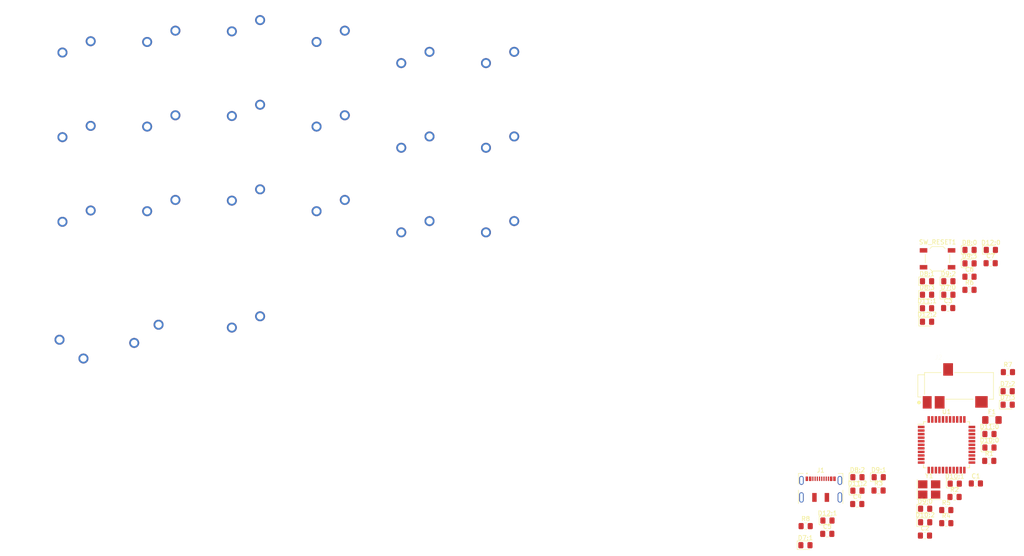
<source format=kicad_pcb>
(kicad_pcb (version 20171130) (host pcbnew "(5.1.5)-3")

  (general
    (thickness 1.6)
    (drawings 0)
    (tracks 0)
    (zones 0)
    (modules 63)
    (nets 74)
  )

  (page A4)
  (layers
    (0 F.Cu signal)
    (31 B.Cu signal)
    (32 B.Adhes user)
    (33 F.Adhes user)
    (34 B.Paste user)
    (35 F.Paste user)
    (36 B.SilkS user)
    (37 F.SilkS user)
    (38 B.Mask user)
    (39 F.Mask user)
    (40 Dwgs.User user)
    (41 Cmts.User user)
    (42 Eco1.User user)
    (43 Eco2.User user)
    (44 Edge.Cuts user)
    (45 Margin user)
    (46 B.CrtYd user)
    (47 F.CrtYd user)
    (48 B.Fab user)
    (49 F.Fab user)
  )

  (setup
    (last_trace_width 0.25)
    (trace_clearance 0.2)
    (zone_clearance 0.508)
    (zone_45_only no)
    (trace_min 0.2)
    (via_size 0.8)
    (via_drill 0.4)
    (via_min_size 0.4)
    (via_min_drill 0.3)
    (uvia_size 0.3)
    (uvia_drill 0.1)
    (uvias_allowed no)
    (uvia_min_size 0.2)
    (uvia_min_drill 0.1)
    (edge_width 0.05)
    (segment_width 0.2)
    (pcb_text_width 0.3)
    (pcb_text_size 1.5 1.5)
    (mod_edge_width 0.12)
    (mod_text_size 1 1)
    (mod_text_width 0.15)
    (pad_size 1.524 1.524)
    (pad_drill 0.762)
    (pad_to_mask_clearance 0.051)
    (solder_mask_min_width 0.25)
    (aux_axis_origin 0 0)
    (visible_elements FFFFF77F)
    (pcbplotparams
      (layerselection 0x010fc_ffffffff)
      (usegerberextensions false)
      (usegerberattributes false)
      (usegerberadvancedattributes false)
      (creategerberjobfile false)
      (excludeedgelayer true)
      (linewidth 0.100000)
      (plotframeref false)
      (viasonmask false)
      (mode 1)
      (useauxorigin false)
      (hpglpennumber 1)
      (hpglpenspeed 20)
      (hpglpendiameter 15.000000)
      (psnegative false)
      (psa4output false)
      (plotreference true)
      (plotvalue true)
      (plotinvisibletext false)
      (padsonsilk false)
      (subtractmaskfromsilk false)
      (outputformat 1)
      (mirror false)
      (drillshape 1)
      (scaleselection 1)
      (outputdirectory ""))
  )

  (net 0 "")
  (net 1 GND)
  (net 2 +5V)
  (net 3 "Net-(C5-Pad1)")
  (net 4 "Net-(C6-Pad1)")
  (net 5 "Net-(C7-Pad1)")
  (net 6 ROW0)
  (net 7 ROW1)
  (net 8 ROW2)
  (net 9 ROW3)
  (net 10 VCC)
  (net 11 D+)
  (net 12 "Net-(J1-PadA8)")
  (net 13 "Net-(J1-PadB5)")
  (net 14 D-)
  (net 15 "Net-(J1-PadB8)")
  (net 16 "Net-(J1-PadA5)")
  (net 17 SCL)
  (net 18 SDA)
  (net 19 COL0)
  (net 20 COL1)
  (net 21 COL2)
  (net 22 COL3)
  (net 23 COL4)
  (net 24 COL5)
  (net 25 "Net-(R1-Pad2)")
  (net 26 "Net-(R2-Pad1)")
  (net 27 "Net-(R3-Pad1)")
  (net 28 "Net-(R4-Pad1)")
  (net 29 "Net-(U1-Pad42)")
  (net 30 "Net-(U1-Pad41)")
  (net 31 "Net-(U1-Pad40)")
  (net 32 "Net-(U1-Pad39)")
  (net 33 "Net-(U1-Pad38)")
  (net 34 "Net-(U1-Pad37)")
  (net 35 "Net-(U1-Pad36)")
  (net 36 "Net-(U1-Pad32)")
  (net 37 "Net-(U1-Pad31)")
  (net 38 "Net-(U1-Pad30)")
  (net 39 "Net-(U1-Pad29)")
  (net 40 "Net-(U1-Pad28)")
  (net 41 "Net-(U1-Pad27)")
  (net 42 "Net-(U1-Pad26)")
  (net 43 "Net-(U1-Pad25)")
  (net 44 "Net-(U1-Pad22)")
  (net 45 "Net-(U1-Pad21)")
  (net 46 "Net-(U1-Pad20)")
  (net 47 "Net-(U1-Pad12)")
  (net 48 "Net-(U1-Pad11)")
  (net 49 "Net-(U1-Pad10)")
  (net 50 "Net-(U1-Pad9)")
  (net 51 "Net-(U1-Pad8)")
  (net 52 "Net-(U1-Pad1)")
  (net 53 "Net-(D10:0-Pad2)")
  (net 54 "Net-(D10:1-Pad2)")
  (net 55 "Net-(D11:0-Pad2)")
  (net 56 "Net-(D11:1-Pad2)")
  (net 57 "Net-(D12:0-Pad2)")
  (net 58 "Net-(D12:1-Pad2)")
  (net 59 "Net-(D7:0-Pad2)")
  (net 60 "Net-(D7:1-Pad2)")
  (net 61 "Net-(D8:0-Pad2)")
  (net 62 "Net-(D8:1-Pad2)")
  (net 63 "Net-(D9:0-Pad2)")
  (net 64 "Net-(D9:1-Pad2)")
  (net 65 "Net-(D10:2-Pad2)")
  (net 66 "Net-(D11:2-Pad2)")
  (net 67 "Net-(D12:2-Pad2)")
  (net 68 "Net-(D7:2-Pad2)")
  (net 69 "Net-(D7:3-Pad2)")
  (net 70 "Net-(D8:2-Pad2)")
  (net 71 "Net-(D8:3-Pad2)")
  (net 72 "Net-(D9:2-Pad2)")
  (net 73 "Net-(D9:3-Pad2)")

  (net_class Default "This is the default net class."
    (clearance 0.2)
    (trace_width 0.25)
    (via_dia 0.8)
    (via_drill 0.4)
    (uvia_dia 0.3)
    (uvia_drill 0.1)
    (add_net +5V)
    (add_net COL0)
    (add_net COL1)
    (add_net COL2)
    (add_net COL3)
    (add_net COL4)
    (add_net COL5)
    (add_net D+)
    (add_net D-)
    (add_net GND)
    (add_net "Net-(C5-Pad1)")
    (add_net "Net-(C6-Pad1)")
    (add_net "Net-(C7-Pad1)")
    (add_net "Net-(D10:0-Pad2)")
    (add_net "Net-(D10:1-Pad2)")
    (add_net "Net-(D10:2-Pad2)")
    (add_net "Net-(D11:0-Pad2)")
    (add_net "Net-(D11:1-Pad2)")
    (add_net "Net-(D11:2-Pad2)")
    (add_net "Net-(D12:0-Pad2)")
    (add_net "Net-(D12:1-Pad2)")
    (add_net "Net-(D12:2-Pad2)")
    (add_net "Net-(D7:0-Pad2)")
    (add_net "Net-(D7:1-Pad2)")
    (add_net "Net-(D7:2-Pad2)")
    (add_net "Net-(D7:3-Pad2)")
    (add_net "Net-(D8:0-Pad2)")
    (add_net "Net-(D8:1-Pad2)")
    (add_net "Net-(D8:2-Pad2)")
    (add_net "Net-(D8:3-Pad2)")
    (add_net "Net-(D9:0-Pad2)")
    (add_net "Net-(D9:1-Pad2)")
    (add_net "Net-(D9:2-Pad2)")
    (add_net "Net-(D9:3-Pad2)")
    (add_net "Net-(J1-PadA5)")
    (add_net "Net-(J1-PadA8)")
    (add_net "Net-(J1-PadB5)")
    (add_net "Net-(J1-PadB8)")
    (add_net "Net-(R1-Pad2)")
    (add_net "Net-(R2-Pad1)")
    (add_net "Net-(R3-Pad1)")
    (add_net "Net-(R4-Pad1)")
    (add_net "Net-(U1-Pad1)")
    (add_net "Net-(U1-Pad10)")
    (add_net "Net-(U1-Pad11)")
    (add_net "Net-(U1-Pad12)")
    (add_net "Net-(U1-Pad20)")
    (add_net "Net-(U1-Pad21)")
    (add_net "Net-(U1-Pad22)")
    (add_net "Net-(U1-Pad25)")
    (add_net "Net-(U1-Pad26)")
    (add_net "Net-(U1-Pad27)")
    (add_net "Net-(U1-Pad28)")
    (add_net "Net-(U1-Pad29)")
    (add_net "Net-(U1-Pad30)")
    (add_net "Net-(U1-Pad31)")
    (add_net "Net-(U1-Pad32)")
    (add_net "Net-(U1-Pad36)")
    (add_net "Net-(U1-Pad37)")
    (add_net "Net-(U1-Pad38)")
    (add_net "Net-(U1-Pad39)")
    (add_net "Net-(U1-Pad40)")
    (add_net "Net-(U1-Pad41)")
    (add_net "Net-(U1-Pad42)")
    (add_net "Net-(U1-Pad8)")
    (add_net "Net-(U1-Pad9)")
    (add_net ROW0)
    (add_net ROW1)
    (add_net ROW2)
    (add_net ROW3)
    (add_net SCL)
    (add_net SDA)
    (add_net VCC)
  )

  (module Resistor_SMD:R_0805_2012Metric_Pad1.15x1.40mm_HandSolder (layer F.Cu) (tedit 5B36C52B) (tstamp 5F541B0F)
    (at 228.306549 153.193288)
    (descr "Resistor SMD 0805 (2012 Metric), square (rectangular) end terminal, IPC_7351 nominal with elongated pad for handsoldering. (Body size source: https://docs.google.com/spreadsheets/d/1BsfQQcO9C6DZCsRaXUlFlo91Tg2WpOkGARC1WS5S8t0/edit?usp=sharing), generated with kicad-footprint-generator")
    (tags "resistor handsolder")
    (path /5F60260E)
    (attr smd)
    (fp_text reference R8 (at 0 -1.65) (layer F.SilkS)
      (effects (font (size 1 1) (thickness 0.15)))
    )
    (fp_text value 4.7k (at 0 1.65) (layer F.Fab)
      (effects (font (size 1 1) (thickness 0.15)))
    )
    (fp_text user %R (at 0 0) (layer F.Fab)
      (effects (font (size 0.5 0.5) (thickness 0.08)))
    )
    (fp_line (start 1.85 0.95) (end -1.85 0.95) (layer F.CrtYd) (width 0.05))
    (fp_line (start 1.85 -0.95) (end 1.85 0.95) (layer F.CrtYd) (width 0.05))
    (fp_line (start -1.85 -0.95) (end 1.85 -0.95) (layer F.CrtYd) (width 0.05))
    (fp_line (start -1.85 0.95) (end -1.85 -0.95) (layer F.CrtYd) (width 0.05))
    (fp_line (start -0.261252 0.71) (end 0.261252 0.71) (layer F.SilkS) (width 0.12))
    (fp_line (start -0.261252 -0.71) (end 0.261252 -0.71) (layer F.SilkS) (width 0.12))
    (fp_line (start 1 0.6) (end -1 0.6) (layer F.Fab) (width 0.1))
    (fp_line (start 1 -0.6) (end 1 0.6) (layer F.Fab) (width 0.1))
    (fp_line (start -1 -0.6) (end 1 -0.6) (layer F.Fab) (width 0.1))
    (fp_line (start -1 0.6) (end -1 -0.6) (layer F.Fab) (width 0.1))
    (pad 2 smd roundrect (at 1.025 0) (size 1.15 1.4) (layers F.Cu F.Paste F.Mask) (roundrect_rratio 0.217391)
      (net 18 SDA))
    (pad 1 smd roundrect (at -1.025 0) (size 1.15 1.4) (layers F.Cu F.Paste F.Mask) (roundrect_rratio 0.217391)
      (net 2 +5V))
    (model ${KISYS3DMOD}/Resistor_SMD.3dshapes/R_0805_2012Metric.wrl
      (at (xyz 0 0 0))
      (scale (xyz 1 1 1))
      (rotate (xyz 0 0 0))
    )
  )

  (module Resistor_SMD:R_0805_2012Metric_Pad1.15x1.40mm_HandSolder (layer F.Cu) (tedit 5B36C52B) (tstamp 5F541B00)
    (at 273.769888 118.543273)
    (descr "Resistor SMD 0805 (2012 Metric), square (rectangular) end terminal, IPC_7351 nominal with elongated pad for handsoldering. (Body size source: https://docs.google.com/spreadsheets/d/1BsfQQcO9C6DZCsRaXUlFlo91Tg2WpOkGARC1WS5S8t0/edit?usp=sharing), generated with kicad-footprint-generator")
    (tags "resistor handsolder")
    (path /5F600E12)
    (attr smd)
    (fp_text reference R7 (at 0 -1.65) (layer F.SilkS)
      (effects (font (size 1 1) (thickness 0.15)))
    )
    (fp_text value 4.7k (at 0 1.65) (layer F.Fab)
      (effects (font (size 1 1) (thickness 0.15)))
    )
    (fp_text user %R (at 0 0) (layer F.Fab)
      (effects (font (size 0.5 0.5) (thickness 0.08)))
    )
    (fp_line (start 1.85 0.95) (end -1.85 0.95) (layer F.CrtYd) (width 0.05))
    (fp_line (start 1.85 -0.95) (end 1.85 0.95) (layer F.CrtYd) (width 0.05))
    (fp_line (start -1.85 -0.95) (end 1.85 -0.95) (layer F.CrtYd) (width 0.05))
    (fp_line (start -1.85 0.95) (end -1.85 -0.95) (layer F.CrtYd) (width 0.05))
    (fp_line (start -0.261252 0.71) (end 0.261252 0.71) (layer F.SilkS) (width 0.12))
    (fp_line (start -0.261252 -0.71) (end 0.261252 -0.71) (layer F.SilkS) (width 0.12))
    (fp_line (start 1 0.6) (end -1 0.6) (layer F.Fab) (width 0.1))
    (fp_line (start 1 -0.6) (end 1 0.6) (layer F.Fab) (width 0.1))
    (fp_line (start -1 -0.6) (end 1 -0.6) (layer F.Fab) (width 0.1))
    (fp_line (start -1 0.6) (end -1 -0.6) (layer F.Fab) (width 0.1))
    (pad 2 smd roundrect (at 1.025 0) (size 1.15 1.4) (layers F.Cu F.Paste F.Mask) (roundrect_rratio 0.217391)
      (net 17 SCL))
    (pad 1 smd roundrect (at -1.025 0) (size 1.15 1.4) (layers F.Cu F.Paste F.Mask) (roundrect_rratio 0.217391)
      (net 2 +5V))
    (model ${KISYS3DMOD}/Resistor_SMD.3dshapes/R_0805_2012Metric.wrl
      (at (xyz 0 0 0))
      (scale (xyz 1 1 1))
      (rotate (xyz 0 0 0))
    )
  )

  (module Crystal:Crystal_SMD_3225-4Pin_3.2x2.5mm_HandSoldering (layer F.Cu) (tedit 5A0FD1B2) (tstamp 5F541B9C)
    (at 256.069888 144.943273)
    (descr "SMD Crystal SERIES SMD3225/4 http://www.txccrystal.com/images/pdf/7m-accuracy.pdf, hand-soldering, 3.2x2.5mm^2 package")
    (tags "SMD SMT crystal hand-soldering")
    (path /5F4DD333)
    (attr smd)
    (fp_text reference Y1 (at 0 -3.05) (layer F.SilkS)
      (effects (font (size 1 1) (thickness 0.15)))
    )
    (fp_text value 16MHz (at 0 3.05) (layer F.Fab)
      (effects (font (size 1 1) (thickness 0.15)))
    )
    (fp_line (start 2.8 -2.3) (end -2.8 -2.3) (layer F.CrtYd) (width 0.05))
    (fp_line (start 2.8 2.3) (end 2.8 -2.3) (layer F.CrtYd) (width 0.05))
    (fp_line (start -2.8 2.3) (end 2.8 2.3) (layer F.CrtYd) (width 0.05))
    (fp_line (start -2.8 -2.3) (end -2.8 2.3) (layer F.CrtYd) (width 0.05))
    (fp_line (start -2.7 2.25) (end 2.7 2.25) (layer F.SilkS) (width 0.12))
    (fp_line (start -2.7 -2.25) (end -2.7 2.25) (layer F.SilkS) (width 0.12))
    (fp_line (start -1.6 0.25) (end -0.6 1.25) (layer F.Fab) (width 0.1))
    (fp_line (start 1.6 -1.25) (end -1.6 -1.25) (layer F.Fab) (width 0.1))
    (fp_line (start 1.6 1.25) (end 1.6 -1.25) (layer F.Fab) (width 0.1))
    (fp_line (start -1.6 1.25) (end 1.6 1.25) (layer F.Fab) (width 0.1))
    (fp_line (start -1.6 -1.25) (end -1.6 1.25) (layer F.Fab) (width 0.1))
    (fp_text user %R (at 0 0) (layer F.Fab)
      (effects (font (size 0.7 0.7) (thickness 0.105)))
    )
    (pad 4 smd rect (at -1.45 -1.15) (size 2.1 1.8) (layers F.Cu F.Paste F.Mask)
      (net 3 "Net-(C5-Pad1)"))
    (pad 3 smd rect (at 1.45 -1.15) (size 2.1 1.8) (layers F.Cu F.Paste F.Mask)
      (net 1 GND))
    (pad 2 smd rect (at 1.45 1.15) (size 2.1 1.8) (layers F.Cu F.Paste F.Mask)
      (net 4 "Net-(C6-Pad1)"))
    (pad 1 smd rect (at -1.45 1.15) (size 2.1 1.8) (layers F.Cu F.Paste F.Mask)
      (net 1 GND))
    (model ${KISYS3DMOD}/Crystal.3dshapes/Crystal_SMD_3225-4Pin_3.2x2.5mm_HandSoldering.wrl
      (at (xyz 0 0 0))
      (scale (xyz 1 1 1))
      (rotate (xyz 0 0 0))
    )
  )

  (module Package_QFP:TQFP-44_10x10mm_P0.8mm (layer F.Cu) (tedit 5A02F146) (tstamp 5F541B88)
    (at 259.969888 134.893273)
    (descr "44-Lead Plastic Thin Quad Flatpack (PT) - 10x10x1.0 mm Body [TQFP] (see Microchip Packaging Specification 00000049BS.pdf)")
    (tags "QFP 0.8")
    (path /5F4D64E4)
    (attr smd)
    (fp_text reference U1 (at 0 -7.45) (layer F.SilkS)
      (effects (font (size 1 1) (thickness 0.15)))
    )
    (fp_text value ATmega32U4-AU (at 0 7.45) (layer F.Fab)
      (effects (font (size 1 1) (thickness 0.15)))
    )
    (fp_line (start -5.175 -4.6) (end -6.45 -4.6) (layer F.SilkS) (width 0.15))
    (fp_line (start 5.175 -5.175) (end 4.5 -5.175) (layer F.SilkS) (width 0.15))
    (fp_line (start 5.175 5.175) (end 4.5 5.175) (layer F.SilkS) (width 0.15))
    (fp_line (start -5.175 5.175) (end -4.5 5.175) (layer F.SilkS) (width 0.15))
    (fp_line (start -5.175 -5.175) (end -4.5 -5.175) (layer F.SilkS) (width 0.15))
    (fp_line (start -5.175 5.175) (end -5.175 4.5) (layer F.SilkS) (width 0.15))
    (fp_line (start 5.175 5.175) (end 5.175 4.5) (layer F.SilkS) (width 0.15))
    (fp_line (start 5.175 -5.175) (end 5.175 -4.5) (layer F.SilkS) (width 0.15))
    (fp_line (start -5.175 -5.175) (end -5.175 -4.6) (layer F.SilkS) (width 0.15))
    (fp_line (start -6.7 6.7) (end 6.7 6.7) (layer F.CrtYd) (width 0.05))
    (fp_line (start -6.7 -6.7) (end 6.7 -6.7) (layer F.CrtYd) (width 0.05))
    (fp_line (start 6.7 -6.7) (end 6.7 6.7) (layer F.CrtYd) (width 0.05))
    (fp_line (start -6.7 -6.7) (end -6.7 6.7) (layer F.CrtYd) (width 0.05))
    (fp_line (start -5 -4) (end -4 -5) (layer F.Fab) (width 0.15))
    (fp_line (start -5 5) (end -5 -4) (layer F.Fab) (width 0.15))
    (fp_line (start 5 5) (end -5 5) (layer F.Fab) (width 0.15))
    (fp_line (start 5 -5) (end 5 5) (layer F.Fab) (width 0.15))
    (fp_line (start -4 -5) (end 5 -5) (layer F.Fab) (width 0.15))
    (fp_text user %R (at 0 0) (layer F.Fab)
      (effects (font (size 1 1) (thickness 0.15)))
    )
    (pad 44 smd rect (at -4 -5.7 90) (size 1.5 0.55) (layers F.Cu F.Paste F.Mask)
      (net 2 +5V))
    (pad 43 smd rect (at -3.2 -5.7 90) (size 1.5 0.55) (layers F.Cu F.Paste F.Mask)
      (net 1 GND))
    (pad 42 smd rect (at -2.4 -5.7 90) (size 1.5 0.55) (layers F.Cu F.Paste F.Mask)
      (net 29 "Net-(U1-Pad42)"))
    (pad 41 smd rect (at -1.6 -5.7 90) (size 1.5 0.55) (layers F.Cu F.Paste F.Mask)
      (net 30 "Net-(U1-Pad41)"))
    (pad 40 smd rect (at -0.8 -5.7 90) (size 1.5 0.55) (layers F.Cu F.Paste F.Mask)
      (net 31 "Net-(U1-Pad40)"))
    (pad 39 smd rect (at 0 -5.7 90) (size 1.5 0.55) (layers F.Cu F.Paste F.Mask)
      (net 32 "Net-(U1-Pad39)"))
    (pad 38 smd rect (at 0.8 -5.7 90) (size 1.5 0.55) (layers F.Cu F.Paste F.Mask)
      (net 33 "Net-(U1-Pad38)"))
    (pad 37 smd rect (at 1.6 -5.7 90) (size 1.5 0.55) (layers F.Cu F.Paste F.Mask)
      (net 34 "Net-(U1-Pad37)"))
    (pad 36 smd rect (at 2.4 -5.7 90) (size 1.5 0.55) (layers F.Cu F.Paste F.Mask)
      (net 35 "Net-(U1-Pad36)"))
    (pad 35 smd rect (at 3.2 -5.7 90) (size 1.5 0.55) (layers F.Cu F.Paste F.Mask)
      (net 1 GND))
    (pad 34 smd rect (at 4 -5.7 90) (size 1.5 0.55) (layers F.Cu F.Paste F.Mask)
      (net 2 +5V))
    (pad 33 smd rect (at 5.7 -4) (size 1.5 0.55) (layers F.Cu F.Paste F.Mask)
      (net 25 "Net-(R1-Pad2)"))
    (pad 32 smd rect (at 5.7 -3.2) (size 1.5 0.55) (layers F.Cu F.Paste F.Mask)
      (net 36 "Net-(U1-Pad32)"))
    (pad 31 smd rect (at 5.7 -2.4) (size 1.5 0.55) (layers F.Cu F.Paste F.Mask)
      (net 37 "Net-(U1-Pad31)"))
    (pad 30 smd rect (at 5.7 -1.6) (size 1.5 0.55) (layers F.Cu F.Paste F.Mask)
      (net 38 "Net-(U1-Pad30)"))
    (pad 29 smd rect (at 5.7 -0.8) (size 1.5 0.55) (layers F.Cu F.Paste F.Mask)
      (net 39 "Net-(U1-Pad29)"))
    (pad 28 smd rect (at 5.7 0) (size 1.5 0.55) (layers F.Cu F.Paste F.Mask)
      (net 40 "Net-(U1-Pad28)"))
    (pad 27 smd rect (at 5.7 0.8) (size 1.5 0.55) (layers F.Cu F.Paste F.Mask)
      (net 41 "Net-(U1-Pad27)"))
    (pad 26 smd rect (at 5.7 1.6) (size 1.5 0.55) (layers F.Cu F.Paste F.Mask)
      (net 42 "Net-(U1-Pad26)"))
    (pad 25 smd rect (at 5.7 2.4) (size 1.5 0.55) (layers F.Cu F.Paste F.Mask)
      (net 43 "Net-(U1-Pad25)"))
    (pad 24 smd rect (at 5.7 3.2) (size 1.5 0.55) (layers F.Cu F.Paste F.Mask)
      (net 2 +5V))
    (pad 23 smd rect (at 5.7 4) (size 1.5 0.55) (layers F.Cu F.Paste F.Mask)
      (net 1 GND))
    (pad 22 smd rect (at 4 5.7 90) (size 1.5 0.55) (layers F.Cu F.Paste F.Mask)
      (net 44 "Net-(U1-Pad22)"))
    (pad 21 smd rect (at 3.2 5.7 90) (size 1.5 0.55) (layers F.Cu F.Paste F.Mask)
      (net 45 "Net-(U1-Pad21)"))
    (pad 20 smd rect (at 2.4 5.7 90) (size 1.5 0.55) (layers F.Cu F.Paste F.Mask)
      (net 46 "Net-(U1-Pad20)"))
    (pad 19 smd rect (at 1.6 5.7 90) (size 1.5 0.55) (layers F.Cu F.Paste F.Mask)
      (net 18 SDA))
    (pad 18 smd rect (at 0.8 5.7 90) (size 1.5 0.55) (layers F.Cu F.Paste F.Mask)
      (net 17 SCL))
    (pad 17 smd rect (at 0 5.7 90) (size 1.5 0.55) (layers F.Cu F.Paste F.Mask)
      (net 3 "Net-(C5-Pad1)"))
    (pad 16 smd rect (at -0.8 5.7 90) (size 1.5 0.55) (layers F.Cu F.Paste F.Mask)
      (net 4 "Net-(C6-Pad1)"))
    (pad 15 smd rect (at -1.6 5.7 90) (size 1.5 0.55) (layers F.Cu F.Paste F.Mask)
      (net 1 GND))
    (pad 14 smd rect (at -2.4 5.7 90) (size 1.5 0.55) (layers F.Cu F.Paste F.Mask)
      (net 2 +5V))
    (pad 13 smd rect (at -3.2 5.7 90) (size 1.5 0.55) (layers F.Cu F.Paste F.Mask)
      (net 26 "Net-(R2-Pad1)"))
    (pad 12 smd rect (at -4 5.7 90) (size 1.5 0.55) (layers F.Cu F.Paste F.Mask)
      (net 47 "Net-(U1-Pad12)"))
    (pad 11 smd rect (at -5.7 4) (size 1.5 0.55) (layers F.Cu F.Paste F.Mask)
      (net 48 "Net-(U1-Pad11)"))
    (pad 10 smd rect (at -5.7 3.2) (size 1.5 0.55) (layers F.Cu F.Paste F.Mask)
      (net 49 "Net-(U1-Pad10)"))
    (pad 9 smd rect (at -5.7 2.4) (size 1.5 0.55) (layers F.Cu F.Paste F.Mask)
      (net 50 "Net-(U1-Pad9)"))
    (pad 8 smd rect (at -5.7 1.6) (size 1.5 0.55) (layers F.Cu F.Paste F.Mask)
      (net 51 "Net-(U1-Pad8)"))
    (pad 7 smd rect (at -5.7 0.8) (size 1.5 0.55) (layers F.Cu F.Paste F.Mask)
      (net 2 +5V))
    (pad 6 smd rect (at -5.7 0) (size 1.5 0.55) (layers F.Cu F.Paste F.Mask)
      (net 5 "Net-(C7-Pad1)"))
    (pad 5 smd rect (at -5.7 -0.8) (size 1.5 0.55) (layers F.Cu F.Paste F.Mask)
      (net 1 GND))
    (pad 4 smd rect (at -5.7 -1.6) (size 1.5 0.55) (layers F.Cu F.Paste F.Mask)
      (net 27 "Net-(R3-Pad1)"))
    (pad 3 smd rect (at -5.7 -2.4) (size 1.5 0.55) (layers F.Cu F.Paste F.Mask)
      (net 28 "Net-(R4-Pad1)"))
    (pad 2 smd rect (at -5.7 -3.2) (size 1.5 0.55) (layers F.Cu F.Paste F.Mask)
      (net 2 +5V))
    (pad 1 smd rect (at -5.7 -4) (size 1.5 0.55) (layers F.Cu F.Paste F.Mask)
      (net 52 "Net-(U1-Pad1)"))
    (model ${KISYS3DMOD}/Package_QFP.3dshapes/TQFP-44_10x10mm_P0.8mm.wrl
      (at (xyz 0 0 0))
      (scale (xyz 1 1 1))
      (rotate (xyz 0 0 0))
    )
  )

  (module Button_Switch_SMD:SW_SPST_TL3342 (layer F.Cu) (tedit 5A02FC95) (tstamp 5F541B45)
    (at 257.946546 93.053301)
    (descr "Low-profile SMD Tactile Switch, https://www.e-switch.com/system/asset/product_line/data_sheet/165/TL3342.pdf")
    (tags "SPST Tactile Switch")
    (path /5F4E6199)
    (attr smd)
    (fp_text reference SW_RESET1 (at 0 -3.75) (layer F.SilkS)
      (effects (font (size 1 1) (thickness 0.15)))
    )
    (fp_text value SW_Push (at 0 3.75) (layer F.Fab)
      (effects (font (size 1 1) (thickness 0.15)))
    )
    (fp_circle (center 0 0) (end 1 0) (layer F.Fab) (width 0.1))
    (fp_line (start -4.25 3) (end -4.25 -3) (layer F.CrtYd) (width 0.05))
    (fp_line (start 4.25 3) (end -4.25 3) (layer F.CrtYd) (width 0.05))
    (fp_line (start 4.25 -3) (end 4.25 3) (layer F.CrtYd) (width 0.05))
    (fp_line (start -4.25 -3) (end 4.25 -3) (layer F.CrtYd) (width 0.05))
    (fp_line (start -1.2 -2.6) (end -2.6 -1.2) (layer F.Fab) (width 0.1))
    (fp_line (start 1.2 -2.6) (end -1.2 -2.6) (layer F.Fab) (width 0.1))
    (fp_line (start 2.6 -1.2) (end 1.2 -2.6) (layer F.Fab) (width 0.1))
    (fp_line (start 2.6 1.2) (end 2.6 -1.2) (layer F.Fab) (width 0.1))
    (fp_line (start 1.2 2.6) (end 2.6 1.2) (layer F.Fab) (width 0.1))
    (fp_line (start -1.2 2.6) (end 1.2 2.6) (layer F.Fab) (width 0.1))
    (fp_line (start -2.6 1.2) (end -1.2 2.6) (layer F.Fab) (width 0.1))
    (fp_line (start -2.6 -1.2) (end -2.6 1.2) (layer F.Fab) (width 0.1))
    (fp_line (start -1.25 -2.75) (end 1.25 -2.75) (layer F.SilkS) (width 0.12))
    (fp_line (start -2.75 -1) (end -2.75 1) (layer F.SilkS) (width 0.12))
    (fp_line (start -1.25 2.75) (end 1.25 2.75) (layer F.SilkS) (width 0.12))
    (fp_line (start 2.75 -1) (end 2.75 1) (layer F.SilkS) (width 0.12))
    (fp_line (start -2 1) (end -2 -1) (layer F.Fab) (width 0.1))
    (fp_line (start -1 2) (end -2 1) (layer F.Fab) (width 0.1))
    (fp_line (start 1 2) (end -1 2) (layer F.Fab) (width 0.1))
    (fp_line (start 2 1) (end 1 2) (layer F.Fab) (width 0.1))
    (fp_line (start 2 -1) (end 2 1) (layer F.Fab) (width 0.1))
    (fp_line (start 1 -2) (end 2 -1) (layer F.Fab) (width 0.1))
    (fp_line (start -1 -2) (end 1 -2) (layer F.Fab) (width 0.1))
    (fp_line (start -2 -1) (end -1 -2) (layer F.Fab) (width 0.1))
    (fp_line (start -1.7 -2.3) (end -1.25 -2.75) (layer F.SilkS) (width 0.12))
    (fp_line (start 1.7 -2.3) (end 1.25 -2.75) (layer F.SilkS) (width 0.12))
    (fp_line (start 1.7 2.3) (end 1.25 2.75) (layer F.SilkS) (width 0.12))
    (fp_line (start -1.7 2.3) (end -1.25 2.75) (layer F.SilkS) (width 0.12))
    (fp_line (start 3.2 1.6) (end 2.2 1.6) (layer F.Fab) (width 0.1))
    (fp_line (start 2.7 2.1) (end 2.7 1.6) (layer F.Fab) (width 0.1))
    (fp_line (start 1.7 2.1) (end 3.2 2.1) (layer F.Fab) (width 0.1))
    (fp_line (start -1.7 2.1) (end -3.2 2.1) (layer F.Fab) (width 0.1))
    (fp_line (start -3.2 1.6) (end -2.2 1.6) (layer F.Fab) (width 0.1))
    (fp_line (start -2.7 2.1) (end -2.7 1.6) (layer F.Fab) (width 0.1))
    (fp_line (start -3.2 -1.6) (end -2.2 -1.6) (layer F.Fab) (width 0.1))
    (fp_line (start -1.7 -2.1) (end -3.2 -2.1) (layer F.Fab) (width 0.1))
    (fp_line (start -2.7 -2.1) (end -2.7 -1.6) (layer F.Fab) (width 0.1))
    (fp_line (start 3.2 -1.6) (end 2.2 -1.6) (layer F.Fab) (width 0.1))
    (fp_line (start 1.7 -2.1) (end 3.2 -2.1) (layer F.Fab) (width 0.1))
    (fp_line (start 2.7 -2.1) (end 2.7 -1.6) (layer F.Fab) (width 0.1))
    (fp_line (start -3.2 -2.1) (end -3.2 -1.6) (layer F.Fab) (width 0.1))
    (fp_line (start -3.2 2.1) (end -3.2 1.6) (layer F.Fab) (width 0.1))
    (fp_line (start 3.2 -2.1) (end 3.2 -1.6) (layer F.Fab) (width 0.1))
    (fp_line (start 3.2 2.1) (end 3.2 1.6) (layer F.Fab) (width 0.1))
    (fp_text user %R (at 0 -3.75) (layer F.Fab)
      (effects (font (size 1 1) (thickness 0.15)))
    )
    (pad 2 smd rect (at 3.15 1.9) (size 1.7 1) (layers F.Cu F.Paste F.Mask)
      (net 26 "Net-(R2-Pad1)"))
    (pad 2 smd rect (at -3.15 1.9) (size 1.7 1) (layers F.Cu F.Paste F.Mask)
      (net 26 "Net-(R2-Pad1)"))
    (pad 1 smd rect (at 3.15 -1.9) (size 1.7 1) (layers F.Cu F.Paste F.Mask)
      (net 1 GND))
    (pad 1 smd rect (at -3.15 -1.9) (size 1.7 1) (layers F.Cu F.Paste F.Mask)
      (net 1 GND))
    (model ${KISYS3DMOD}/Button_Switch_SMD.3dshapes/SW_SPST_TL3342.wrl
      (at (xyz 0 0 0))
      (scale (xyz 1 1 1))
      (rotate (xyz 0 0 0))
    )
  )

  (module Resistor_SMD:R_0805_2012Metric_Pad1.15x1.40mm_HandSolder (layer F.Cu) (tedit 5B36C52B) (tstamp 5F541AF1)
    (at 265.126546 100.033301)
    (descr "Resistor SMD 0805 (2012 Metric), square (rectangular) end terminal, IPC_7351 nominal with elongated pad for handsoldering. (Body size source: https://docs.google.com/spreadsheets/d/1BsfQQcO9C6DZCsRaXUlFlo91Tg2WpOkGARC1WS5S8t0/edit?usp=sharing), generated with kicad-footprint-generator")
    (tags "resistor handsolder")
    (path /5F4DB46A)
    (attr smd)
    (fp_text reference R6 (at 0 -1.65) (layer F.SilkS)
      (effects (font (size 1 1) (thickness 0.15)))
    )
    (fp_text value 5.1k (at 0 1.65) (layer F.Fab)
      (effects (font (size 1 1) (thickness 0.15)))
    )
    (fp_text user %R (at 0 0) (layer F.Fab)
      (effects (font (size 0.5 0.5) (thickness 0.08)))
    )
    (fp_line (start 1.85 0.95) (end -1.85 0.95) (layer F.CrtYd) (width 0.05))
    (fp_line (start 1.85 -0.95) (end 1.85 0.95) (layer F.CrtYd) (width 0.05))
    (fp_line (start -1.85 -0.95) (end 1.85 -0.95) (layer F.CrtYd) (width 0.05))
    (fp_line (start -1.85 0.95) (end -1.85 -0.95) (layer F.CrtYd) (width 0.05))
    (fp_line (start -0.261252 0.71) (end 0.261252 0.71) (layer F.SilkS) (width 0.12))
    (fp_line (start -0.261252 -0.71) (end 0.261252 -0.71) (layer F.SilkS) (width 0.12))
    (fp_line (start 1 0.6) (end -1 0.6) (layer F.Fab) (width 0.1))
    (fp_line (start 1 -0.6) (end 1 0.6) (layer F.Fab) (width 0.1))
    (fp_line (start -1 -0.6) (end 1 -0.6) (layer F.Fab) (width 0.1))
    (fp_line (start -1 0.6) (end -1 -0.6) (layer F.Fab) (width 0.1))
    (pad 2 smd roundrect (at 1.025 0) (size 1.15 1.4) (layers F.Cu F.Paste F.Mask) (roundrect_rratio 0.217391)
      (net 13 "Net-(J1-PadB5)"))
    (pad 1 smd roundrect (at -1.025 0) (size 1.15 1.4) (layers F.Cu F.Paste F.Mask) (roundrect_rratio 0.217391)
      (net 1 GND))
    (model ${KISYS3DMOD}/Resistor_SMD.3dshapes/R_0805_2012Metric.wrl
      (at (xyz 0 0 0))
      (scale (xyz 1 1 1))
      (rotate (xyz 0 0 0))
    )
  )

  (module Resistor_SMD:R_0805_2012Metric_Pad1.15x1.40mm_HandSolder (layer F.Cu) (tedit 5B36C52B) (tstamp 5F541AE0)
    (at 259.909888 149.583273)
    (descr "Resistor SMD 0805 (2012 Metric), square (rectangular) end terminal, IPC_7351 nominal with elongated pad for handsoldering. (Body size source: https://docs.google.com/spreadsheets/d/1BsfQQcO9C6DZCsRaXUlFlo91Tg2WpOkGARC1WS5S8t0/edit?usp=sharing), generated with kicad-footprint-generator")
    (tags "resistor handsolder")
    (path /5F4DA8E6)
    (attr smd)
    (fp_text reference R5 (at 0 -1.65) (layer F.SilkS)
      (effects (font (size 1 1) (thickness 0.15)))
    )
    (fp_text value 5.1k (at 0 1.65) (layer F.Fab)
      (effects (font (size 1 1) (thickness 0.15)))
    )
    (fp_text user %R (at 0 0) (layer F.Fab)
      (effects (font (size 0.5 0.5) (thickness 0.08)))
    )
    (fp_line (start 1.85 0.95) (end -1.85 0.95) (layer F.CrtYd) (width 0.05))
    (fp_line (start 1.85 -0.95) (end 1.85 0.95) (layer F.CrtYd) (width 0.05))
    (fp_line (start -1.85 -0.95) (end 1.85 -0.95) (layer F.CrtYd) (width 0.05))
    (fp_line (start -1.85 0.95) (end -1.85 -0.95) (layer F.CrtYd) (width 0.05))
    (fp_line (start -0.261252 0.71) (end 0.261252 0.71) (layer F.SilkS) (width 0.12))
    (fp_line (start -0.261252 -0.71) (end 0.261252 -0.71) (layer F.SilkS) (width 0.12))
    (fp_line (start 1 0.6) (end -1 0.6) (layer F.Fab) (width 0.1))
    (fp_line (start 1 -0.6) (end 1 0.6) (layer F.Fab) (width 0.1))
    (fp_line (start -1 -0.6) (end 1 -0.6) (layer F.Fab) (width 0.1))
    (fp_line (start -1 0.6) (end -1 -0.6) (layer F.Fab) (width 0.1))
    (pad 2 smd roundrect (at 1.025 0) (size 1.15 1.4) (layers F.Cu F.Paste F.Mask) (roundrect_rratio 0.217391)
      (net 16 "Net-(J1-PadA5)"))
    (pad 1 smd roundrect (at -1.025 0) (size 1.15 1.4) (layers F.Cu F.Paste F.Mask) (roundrect_rratio 0.217391)
      (net 1 GND))
    (model ${KISYS3DMOD}/Resistor_SMD.3dshapes/R_0805_2012Metric.wrl
      (at (xyz 0 0 0))
      (scale (xyz 1 1 1))
      (rotate (xyz 0 0 0))
    )
  )

  (module Resistor_SMD:R_0805_2012Metric_Pad1.15x1.40mm_HandSolder (layer F.Cu) (tedit 5B36C52B) (tstamp 5F541ACF)
    (at 259.909888 152.533273)
    (descr "Resistor SMD 0805 (2012 Metric), square (rectangular) end terminal, IPC_7351 nominal with elongated pad for handsoldering. (Body size source: https://docs.google.com/spreadsheets/d/1BsfQQcO9C6DZCsRaXUlFlo91Tg2WpOkGARC1WS5S8t0/edit?usp=sharing), generated with kicad-footprint-generator")
    (tags "resistor handsolder")
    (path /5F4DE81A)
    (attr smd)
    (fp_text reference R4 (at 0 -1.65) (layer F.SilkS)
      (effects (font (size 1 1) (thickness 0.15)))
    )
    (fp_text value 22 (at 0 1.65) (layer F.Fab)
      (effects (font (size 1 1) (thickness 0.15)))
    )
    (fp_text user %R (at 0 0) (layer F.Fab)
      (effects (font (size 0.5 0.5) (thickness 0.08)))
    )
    (fp_line (start 1.85 0.95) (end -1.85 0.95) (layer F.CrtYd) (width 0.05))
    (fp_line (start 1.85 -0.95) (end 1.85 0.95) (layer F.CrtYd) (width 0.05))
    (fp_line (start -1.85 -0.95) (end 1.85 -0.95) (layer F.CrtYd) (width 0.05))
    (fp_line (start -1.85 0.95) (end -1.85 -0.95) (layer F.CrtYd) (width 0.05))
    (fp_line (start -0.261252 0.71) (end 0.261252 0.71) (layer F.SilkS) (width 0.12))
    (fp_line (start -0.261252 -0.71) (end 0.261252 -0.71) (layer F.SilkS) (width 0.12))
    (fp_line (start 1 0.6) (end -1 0.6) (layer F.Fab) (width 0.1))
    (fp_line (start 1 -0.6) (end 1 0.6) (layer F.Fab) (width 0.1))
    (fp_line (start -1 -0.6) (end 1 -0.6) (layer F.Fab) (width 0.1))
    (fp_line (start -1 0.6) (end -1 -0.6) (layer F.Fab) (width 0.1))
    (pad 2 smd roundrect (at 1.025 0) (size 1.15 1.4) (layers F.Cu F.Paste F.Mask) (roundrect_rratio 0.217391)
      (net 14 D-))
    (pad 1 smd roundrect (at -1.025 0) (size 1.15 1.4) (layers F.Cu F.Paste F.Mask) (roundrect_rratio 0.217391)
      (net 28 "Net-(R4-Pad1)"))
    (model ${KISYS3DMOD}/Resistor_SMD.3dshapes/R_0805_2012Metric.wrl
      (at (xyz 0 0 0))
      (scale (xyz 1 1 1))
      (rotate (xyz 0 0 0))
    )
  )

  (module Resistor_SMD:R_0805_2012Metric_Pad1.15x1.40mm_HandSolder (layer F.Cu) (tedit 5B36C52B) (tstamp 5F541ABE)
    (at 244.686549 145.183288)
    (descr "Resistor SMD 0805 (2012 Metric), square (rectangular) end terminal, IPC_7351 nominal with elongated pad for handsoldering. (Body size source: https://docs.google.com/spreadsheets/d/1BsfQQcO9C6DZCsRaXUlFlo91Tg2WpOkGARC1WS5S8t0/edit?usp=sharing), generated with kicad-footprint-generator")
    (tags "resistor handsolder")
    (path /5F4DDC66)
    (attr smd)
    (fp_text reference R3 (at 0 -1.65) (layer F.SilkS)
      (effects (font (size 1 1) (thickness 0.15)))
    )
    (fp_text value 22 (at 0 1.65) (layer F.Fab)
      (effects (font (size 1 1) (thickness 0.15)))
    )
    (fp_text user %R (at 0 0) (layer F.Fab)
      (effects (font (size 0.5 0.5) (thickness 0.08)))
    )
    (fp_line (start 1.85 0.95) (end -1.85 0.95) (layer F.CrtYd) (width 0.05))
    (fp_line (start 1.85 -0.95) (end 1.85 0.95) (layer F.CrtYd) (width 0.05))
    (fp_line (start -1.85 -0.95) (end 1.85 -0.95) (layer F.CrtYd) (width 0.05))
    (fp_line (start -1.85 0.95) (end -1.85 -0.95) (layer F.CrtYd) (width 0.05))
    (fp_line (start -0.261252 0.71) (end 0.261252 0.71) (layer F.SilkS) (width 0.12))
    (fp_line (start -0.261252 -0.71) (end 0.261252 -0.71) (layer F.SilkS) (width 0.12))
    (fp_line (start 1 0.6) (end -1 0.6) (layer F.Fab) (width 0.1))
    (fp_line (start 1 -0.6) (end 1 0.6) (layer F.Fab) (width 0.1))
    (fp_line (start -1 -0.6) (end 1 -0.6) (layer F.Fab) (width 0.1))
    (fp_line (start -1 0.6) (end -1 -0.6) (layer F.Fab) (width 0.1))
    (pad 2 smd roundrect (at 1.025 0) (size 1.15 1.4) (layers F.Cu F.Paste F.Mask) (roundrect_rratio 0.217391)
      (net 11 D+))
    (pad 1 smd roundrect (at -1.025 0) (size 1.15 1.4) (layers F.Cu F.Paste F.Mask) (roundrect_rratio 0.217391)
      (net 27 "Net-(R3-Pad1)"))
    (model ${KISYS3DMOD}/Resistor_SMD.3dshapes/R_0805_2012Metric.wrl
      (at (xyz 0 0 0))
      (scale (xyz 1 1 1))
      (rotate (xyz 0 0 0))
    )
  )

  (module Resistor_SMD:R_0805_2012Metric_Pad1.15x1.40mm_HandSolder (layer F.Cu) (tedit 5B36C52B) (tstamp 5F541AAD)
    (at 261.769888 146.633273)
    (descr "Resistor SMD 0805 (2012 Metric), square (rectangular) end terminal, IPC_7351 nominal with elongated pad for handsoldering. (Body size source: https://docs.google.com/spreadsheets/d/1BsfQQcO9C6DZCsRaXUlFlo91Tg2WpOkGARC1WS5S8t0/edit?usp=sharing), generated with kicad-footprint-generator")
    (tags "resistor handsolder")
    (path /5F4EEC8C)
    (attr smd)
    (fp_text reference R2 (at 0 -1.65) (layer F.SilkS)
      (effects (font (size 1 1) (thickness 0.15)))
    )
    (fp_text value 10k (at 0 1.65) (layer F.Fab)
      (effects (font (size 1 1) (thickness 0.15)))
    )
    (fp_text user %R (at 0 0) (layer F.Fab)
      (effects (font (size 0.5 0.5) (thickness 0.08)))
    )
    (fp_line (start 1.85 0.95) (end -1.85 0.95) (layer F.CrtYd) (width 0.05))
    (fp_line (start 1.85 -0.95) (end 1.85 0.95) (layer F.CrtYd) (width 0.05))
    (fp_line (start -1.85 -0.95) (end 1.85 -0.95) (layer F.CrtYd) (width 0.05))
    (fp_line (start -1.85 0.95) (end -1.85 -0.95) (layer F.CrtYd) (width 0.05))
    (fp_line (start -0.261252 0.71) (end 0.261252 0.71) (layer F.SilkS) (width 0.12))
    (fp_line (start -0.261252 -0.71) (end 0.261252 -0.71) (layer F.SilkS) (width 0.12))
    (fp_line (start 1 0.6) (end -1 0.6) (layer F.Fab) (width 0.1))
    (fp_line (start 1 -0.6) (end 1 0.6) (layer F.Fab) (width 0.1))
    (fp_line (start -1 -0.6) (end 1 -0.6) (layer F.Fab) (width 0.1))
    (fp_line (start -1 0.6) (end -1 -0.6) (layer F.Fab) (width 0.1))
    (pad 2 smd roundrect (at 1.025 0) (size 1.15 1.4) (layers F.Cu F.Paste F.Mask) (roundrect_rratio 0.217391)
      (net 2 +5V))
    (pad 1 smd roundrect (at -1.025 0) (size 1.15 1.4) (layers F.Cu F.Paste F.Mask) (roundrect_rratio 0.217391)
      (net 26 "Net-(R2-Pad1)"))
    (model ${KISYS3DMOD}/Resistor_SMD.3dshapes/R_0805_2012Metric.wrl
      (at (xyz 0 0 0))
      (scale (xyz 1 1 1))
      (rotate (xyz 0 0 0))
    )
  )

  (module Resistor_SMD:R_0805_2012Metric_Pad1.15x1.40mm_HandSolder (layer F.Cu) (tedit 5B36C52B) (tstamp 5F541A9C)
    (at 269.569888 138.513273)
    (descr "Resistor SMD 0805 (2012 Metric), square (rectangular) end terminal, IPC_7351 nominal with elongated pad for handsoldering. (Body size source: https://docs.google.com/spreadsheets/d/1BsfQQcO9C6DZCsRaXUlFlo91Tg2WpOkGARC1WS5S8t0/edit?usp=sharing), generated with kicad-footprint-generator")
    (tags "resistor handsolder")
    (path /5F4DB4DA)
    (attr smd)
    (fp_text reference R1 (at 0 -1.65) (layer F.SilkS)
      (effects (font (size 1 1) (thickness 0.15)))
    )
    (fp_text value 10k (at 0 1.65) (layer F.Fab)
      (effects (font (size 1 1) (thickness 0.15)))
    )
    (fp_text user %R (at 0 0) (layer F.Fab)
      (effects (font (size 0.5 0.5) (thickness 0.08)))
    )
    (fp_line (start 1.85 0.95) (end -1.85 0.95) (layer F.CrtYd) (width 0.05))
    (fp_line (start 1.85 -0.95) (end 1.85 0.95) (layer F.CrtYd) (width 0.05))
    (fp_line (start -1.85 -0.95) (end 1.85 -0.95) (layer F.CrtYd) (width 0.05))
    (fp_line (start -1.85 0.95) (end -1.85 -0.95) (layer F.CrtYd) (width 0.05))
    (fp_line (start -0.261252 0.71) (end 0.261252 0.71) (layer F.SilkS) (width 0.12))
    (fp_line (start -0.261252 -0.71) (end 0.261252 -0.71) (layer F.SilkS) (width 0.12))
    (fp_line (start 1 0.6) (end -1 0.6) (layer F.Fab) (width 0.1))
    (fp_line (start 1 -0.6) (end 1 0.6) (layer F.Fab) (width 0.1))
    (fp_line (start -1 -0.6) (end 1 -0.6) (layer F.Fab) (width 0.1))
    (fp_line (start -1 0.6) (end -1 -0.6) (layer F.Fab) (width 0.1))
    (pad 2 smd roundrect (at 1.025 0) (size 1.15 1.4) (layers F.Cu F.Paste F.Mask) (roundrect_rratio 0.217391)
      (net 25 "Net-(R1-Pad2)"))
    (pad 1 smd roundrect (at -1.025 0) (size 1.15 1.4) (layers F.Cu F.Paste F.Mask) (roundrect_rratio 0.217391)
      (net 1 GND))
    (model ${KISYS3DMOD}/Resistor_SMD.3dshapes/R_0805_2012Metric.wrl
      (at (xyz 0 0 0))
      (scale (xyz 1 1 1))
      (rotate (xyz 0 0 0))
    )
  )

  (module MX_Only:MXOnly-1U-NoLED (layer F.Cu) (tedit 5BD3C6C7) (tstamp 5F541A8B)
    (at 160.253266 89.646629)
    (path /5F57BA89)
    (fp_text reference KC_12:2 (at 0 3.175) (layer Dwgs.User)
      (effects (font (size 1 1) (thickness 0.15)))
    )
    (fp_text value MX-NoLED (at 0 -7.9375) (layer Dwgs.User)
      (effects (font (size 1 1) (thickness 0.15)))
    )
    (fp_line (start 5 -7) (end 7 -7) (layer Dwgs.User) (width 0.15))
    (fp_line (start 7 -7) (end 7 -5) (layer Dwgs.User) (width 0.15))
    (fp_line (start 5 7) (end 7 7) (layer Dwgs.User) (width 0.15))
    (fp_line (start 7 7) (end 7 5) (layer Dwgs.User) (width 0.15))
    (fp_line (start -7 5) (end -7 7) (layer Dwgs.User) (width 0.15))
    (fp_line (start -7 7) (end -5 7) (layer Dwgs.User) (width 0.15))
    (fp_line (start -5 -7) (end -7 -7) (layer Dwgs.User) (width 0.15))
    (fp_line (start -7 -7) (end -7 -5) (layer Dwgs.User) (width 0.15))
    (fp_line (start -9.525 -9.525) (end 9.525 -9.525) (layer Dwgs.User) (width 0.15))
    (fp_line (start 9.525 -9.525) (end 9.525 9.525) (layer Dwgs.User) (width 0.15))
    (fp_line (start 9.525 9.525) (end -9.525 9.525) (layer Dwgs.User) (width 0.15))
    (fp_line (start -9.525 9.525) (end -9.525 -9.525) (layer Dwgs.User) (width 0.15))
    (pad 2 thru_hole circle (at 2.54 -5.08) (size 2.25 2.25) (drill 1.47) (layers *.Cu B.Mask)
      (net 67 "Net-(D12:2-Pad2)"))
    (pad "" np_thru_hole circle (at 0 0) (size 3.9878 3.9878) (drill 3.9878) (layers *.Cu *.Mask))
    (pad 1 thru_hole circle (at -3.81 -2.54) (size 2.25 2.25) (drill 1.47) (layers *.Cu B.Mask)
      (net 24 COL5))
    (pad "" np_thru_hole circle (at -5.08 0 48.0996) (size 1.75 1.75) (drill 1.75) (layers *.Cu *.Mask))
    (pad "" np_thru_hole circle (at 5.08 0 48.0996) (size 1.75 1.75) (drill 1.75) (layers *.Cu *.Mask))
  )

  (module MX_Only:MXOnly-1U-NoLED (layer F.Cu) (tedit 5BD3C6C7) (tstamp 5F541A76)
    (at 160.253266 70.606637)
    (path /5F574F9D)
    (fp_text reference KC_12:1 (at 0 3.175) (layer Dwgs.User)
      (effects (font (size 1 1) (thickness 0.15)))
    )
    (fp_text value MX-NoLED (at 0 -7.9375) (layer Dwgs.User)
      (effects (font (size 1 1) (thickness 0.15)))
    )
    (fp_line (start 5 -7) (end 7 -7) (layer Dwgs.User) (width 0.15))
    (fp_line (start 7 -7) (end 7 -5) (layer Dwgs.User) (width 0.15))
    (fp_line (start 5 7) (end 7 7) (layer Dwgs.User) (width 0.15))
    (fp_line (start 7 7) (end 7 5) (layer Dwgs.User) (width 0.15))
    (fp_line (start -7 5) (end -7 7) (layer Dwgs.User) (width 0.15))
    (fp_line (start -7 7) (end -5 7) (layer Dwgs.User) (width 0.15))
    (fp_line (start -5 -7) (end -7 -7) (layer Dwgs.User) (width 0.15))
    (fp_line (start -7 -7) (end -7 -5) (layer Dwgs.User) (width 0.15))
    (fp_line (start -9.525 -9.525) (end 9.525 -9.525) (layer Dwgs.User) (width 0.15))
    (fp_line (start 9.525 -9.525) (end 9.525 9.525) (layer Dwgs.User) (width 0.15))
    (fp_line (start 9.525 9.525) (end -9.525 9.525) (layer Dwgs.User) (width 0.15))
    (fp_line (start -9.525 9.525) (end -9.525 -9.525) (layer Dwgs.User) (width 0.15))
    (pad 2 thru_hole circle (at 2.54 -5.08) (size 2.25 2.25) (drill 1.47) (layers *.Cu B.Mask)
      (net 58 "Net-(D12:1-Pad2)"))
    (pad "" np_thru_hole circle (at 0 0) (size 3.9878 3.9878) (drill 3.9878) (layers *.Cu *.Mask))
    (pad 1 thru_hole circle (at -3.81 -2.54) (size 2.25 2.25) (drill 1.47) (layers *.Cu B.Mask)
      (net 24 COL5))
    (pad "" np_thru_hole circle (at -5.08 0 48.0996) (size 1.75 1.75) (drill 1.75) (layers *.Cu *.Mask))
    (pad "" np_thru_hole circle (at 5.08 0 48.0996) (size 1.75 1.75) (drill 1.75) (layers *.Cu *.Mask))
  )

  (module MX_Only:MXOnly-1U-NoLED (layer F.Cu) (tedit 5BD3C6C7) (tstamp 5F541A61)
    (at 160.253266 51.566645)
    (path /5F569B38)
    (fp_text reference KC_12:0 (at 0 3.175) (layer Dwgs.User)
      (effects (font (size 1 1) (thickness 0.15)))
    )
    (fp_text value MX-NoLED (at 0 -7.9375) (layer Dwgs.User)
      (effects (font (size 1 1) (thickness 0.15)))
    )
    (fp_line (start 5 -7) (end 7 -7) (layer Dwgs.User) (width 0.15))
    (fp_line (start 7 -7) (end 7 -5) (layer Dwgs.User) (width 0.15))
    (fp_line (start 5 7) (end 7 7) (layer Dwgs.User) (width 0.15))
    (fp_line (start 7 7) (end 7 5) (layer Dwgs.User) (width 0.15))
    (fp_line (start -7 5) (end -7 7) (layer Dwgs.User) (width 0.15))
    (fp_line (start -7 7) (end -5 7) (layer Dwgs.User) (width 0.15))
    (fp_line (start -5 -7) (end -7 -7) (layer Dwgs.User) (width 0.15))
    (fp_line (start -7 -7) (end -7 -5) (layer Dwgs.User) (width 0.15))
    (fp_line (start -9.525 -9.525) (end 9.525 -9.525) (layer Dwgs.User) (width 0.15))
    (fp_line (start 9.525 -9.525) (end 9.525 9.525) (layer Dwgs.User) (width 0.15))
    (fp_line (start 9.525 9.525) (end -9.525 9.525) (layer Dwgs.User) (width 0.15))
    (fp_line (start -9.525 9.525) (end -9.525 -9.525) (layer Dwgs.User) (width 0.15))
    (pad 2 thru_hole circle (at 2.54 -5.08) (size 2.25 2.25) (drill 1.47) (layers *.Cu B.Mask)
      (net 57 "Net-(D12:0-Pad2)"))
    (pad "" np_thru_hole circle (at 0 0) (size 3.9878 3.9878) (drill 3.9878) (layers *.Cu *.Mask))
    (pad 1 thru_hole circle (at -3.81 -2.54) (size 2.25 2.25) (drill 1.47) (layers *.Cu B.Mask)
      (net 24 COL5))
    (pad "" np_thru_hole circle (at -5.08 0 48.0996) (size 1.75 1.75) (drill 1.75) (layers *.Cu *.Mask))
    (pad "" np_thru_hole circle (at 5.08 0 48.0996) (size 1.75 1.75) (drill 1.75) (layers *.Cu *.Mask))
  )

  (module MX_Only:MXOnly-1U-NoLED (layer F.Cu) (tedit 5BD3C6C7) (tstamp 5F541A4C)
    (at 141.213274 89.646629)
    (path /5F57BA7C)
    (fp_text reference KC_11:2 (at 0 3.175) (layer Dwgs.User)
      (effects (font (size 1 1) (thickness 0.15)))
    )
    (fp_text value MX-NoLED (at 0 -7.9375) (layer Dwgs.User)
      (effects (font (size 1 1) (thickness 0.15)))
    )
    (fp_line (start 5 -7) (end 7 -7) (layer Dwgs.User) (width 0.15))
    (fp_line (start 7 -7) (end 7 -5) (layer Dwgs.User) (width 0.15))
    (fp_line (start 5 7) (end 7 7) (layer Dwgs.User) (width 0.15))
    (fp_line (start 7 7) (end 7 5) (layer Dwgs.User) (width 0.15))
    (fp_line (start -7 5) (end -7 7) (layer Dwgs.User) (width 0.15))
    (fp_line (start -7 7) (end -5 7) (layer Dwgs.User) (width 0.15))
    (fp_line (start -5 -7) (end -7 -7) (layer Dwgs.User) (width 0.15))
    (fp_line (start -7 -7) (end -7 -5) (layer Dwgs.User) (width 0.15))
    (fp_line (start -9.525 -9.525) (end 9.525 -9.525) (layer Dwgs.User) (width 0.15))
    (fp_line (start 9.525 -9.525) (end 9.525 9.525) (layer Dwgs.User) (width 0.15))
    (fp_line (start 9.525 9.525) (end -9.525 9.525) (layer Dwgs.User) (width 0.15))
    (fp_line (start -9.525 9.525) (end -9.525 -9.525) (layer Dwgs.User) (width 0.15))
    (pad 2 thru_hole circle (at 2.54 -5.08) (size 2.25 2.25) (drill 1.47) (layers *.Cu B.Mask)
      (net 66 "Net-(D11:2-Pad2)"))
    (pad "" np_thru_hole circle (at 0 0) (size 3.9878 3.9878) (drill 3.9878) (layers *.Cu *.Mask))
    (pad 1 thru_hole circle (at -3.81 -2.54) (size 2.25 2.25) (drill 1.47) (layers *.Cu B.Mask)
      (net 23 COL4))
    (pad "" np_thru_hole circle (at -5.08 0 48.0996) (size 1.75 1.75) (drill 1.75) (layers *.Cu *.Mask))
    (pad "" np_thru_hole circle (at 5.08 0 48.0996) (size 1.75 1.75) (drill 1.75) (layers *.Cu *.Mask))
  )

  (module MX_Only:MXOnly-1U-NoLED (layer F.Cu) (tedit 5BD3C6C7) (tstamp 5F541A37)
    (at 141.213274 70.606637)
    (path /5F574F90)
    (fp_text reference KC_11:1 (at 0 3.175) (layer Dwgs.User)
      (effects (font (size 1 1) (thickness 0.15)))
    )
    (fp_text value MX-NoLED (at 0 -7.9375) (layer Dwgs.User)
      (effects (font (size 1 1) (thickness 0.15)))
    )
    (fp_line (start 5 -7) (end 7 -7) (layer Dwgs.User) (width 0.15))
    (fp_line (start 7 -7) (end 7 -5) (layer Dwgs.User) (width 0.15))
    (fp_line (start 5 7) (end 7 7) (layer Dwgs.User) (width 0.15))
    (fp_line (start 7 7) (end 7 5) (layer Dwgs.User) (width 0.15))
    (fp_line (start -7 5) (end -7 7) (layer Dwgs.User) (width 0.15))
    (fp_line (start -7 7) (end -5 7) (layer Dwgs.User) (width 0.15))
    (fp_line (start -5 -7) (end -7 -7) (layer Dwgs.User) (width 0.15))
    (fp_line (start -7 -7) (end -7 -5) (layer Dwgs.User) (width 0.15))
    (fp_line (start -9.525 -9.525) (end 9.525 -9.525) (layer Dwgs.User) (width 0.15))
    (fp_line (start 9.525 -9.525) (end 9.525 9.525) (layer Dwgs.User) (width 0.15))
    (fp_line (start 9.525 9.525) (end -9.525 9.525) (layer Dwgs.User) (width 0.15))
    (fp_line (start -9.525 9.525) (end -9.525 -9.525) (layer Dwgs.User) (width 0.15))
    (pad 2 thru_hole circle (at 2.54 -5.08) (size 2.25 2.25) (drill 1.47) (layers *.Cu B.Mask)
      (net 56 "Net-(D11:1-Pad2)"))
    (pad "" np_thru_hole circle (at 0 0) (size 3.9878 3.9878) (drill 3.9878) (layers *.Cu *.Mask))
    (pad 1 thru_hole circle (at -3.81 -2.54) (size 2.25 2.25) (drill 1.47) (layers *.Cu B.Mask)
      (net 23 COL4))
    (pad "" np_thru_hole circle (at -5.08 0 48.0996) (size 1.75 1.75) (drill 1.75) (layers *.Cu *.Mask))
    (pad "" np_thru_hole circle (at 5.08 0 48.0996) (size 1.75 1.75) (drill 1.75) (layers *.Cu *.Mask))
  )

  (module MX_Only:MXOnly-1U-NoLED (layer F.Cu) (tedit 5BD3C6C7) (tstamp 5F541A22)
    (at 141.213274 51.566645)
    (path /5F568074)
    (fp_text reference KC_11:0 (at 0 3.175) (layer Dwgs.User)
      (effects (font (size 1 1) (thickness 0.15)))
    )
    (fp_text value MX-NoLED (at 0 -7.9375) (layer Dwgs.User)
      (effects (font (size 1 1) (thickness 0.15)))
    )
    (fp_line (start 5 -7) (end 7 -7) (layer Dwgs.User) (width 0.15))
    (fp_line (start 7 -7) (end 7 -5) (layer Dwgs.User) (width 0.15))
    (fp_line (start 5 7) (end 7 7) (layer Dwgs.User) (width 0.15))
    (fp_line (start 7 7) (end 7 5) (layer Dwgs.User) (width 0.15))
    (fp_line (start -7 5) (end -7 7) (layer Dwgs.User) (width 0.15))
    (fp_line (start -7 7) (end -5 7) (layer Dwgs.User) (width 0.15))
    (fp_line (start -5 -7) (end -7 -7) (layer Dwgs.User) (width 0.15))
    (fp_line (start -7 -7) (end -7 -5) (layer Dwgs.User) (width 0.15))
    (fp_line (start -9.525 -9.525) (end 9.525 -9.525) (layer Dwgs.User) (width 0.15))
    (fp_line (start 9.525 -9.525) (end 9.525 9.525) (layer Dwgs.User) (width 0.15))
    (fp_line (start 9.525 9.525) (end -9.525 9.525) (layer Dwgs.User) (width 0.15))
    (fp_line (start -9.525 9.525) (end -9.525 -9.525) (layer Dwgs.User) (width 0.15))
    (pad 2 thru_hole circle (at 2.54 -5.08) (size 2.25 2.25) (drill 1.47) (layers *.Cu B.Mask)
      (net 55 "Net-(D11:0-Pad2)"))
    (pad "" np_thru_hole circle (at 0 0) (size 3.9878 3.9878) (drill 3.9878) (layers *.Cu *.Mask))
    (pad 1 thru_hole circle (at -3.81 -2.54) (size 2.25 2.25) (drill 1.47) (layers *.Cu B.Mask)
      (net 23 COL4))
    (pad "" np_thru_hole circle (at -5.08 0 48.0996) (size 1.75 1.75) (drill 1.75) (layers *.Cu *.Mask))
    (pad "" np_thru_hole circle (at 5.08 0 48.0996) (size 1.75 1.75) (drill 1.75) (layers *.Cu *.Mask))
  )

  (module MX_Only:MXOnly-1U-NoLED (layer F.Cu) (tedit 5BD3C6C7) (tstamp 5F541A0D)
    (at 122.173282 84.886631)
    (path /5F57BA6F)
    (fp_text reference KC_10:2 (at 0 3.175) (layer Dwgs.User)
      (effects (font (size 1 1) (thickness 0.15)))
    )
    (fp_text value MX-NoLED (at 0 -7.9375) (layer Dwgs.User)
      (effects (font (size 1 1) (thickness 0.15)))
    )
    (fp_line (start 5 -7) (end 7 -7) (layer Dwgs.User) (width 0.15))
    (fp_line (start 7 -7) (end 7 -5) (layer Dwgs.User) (width 0.15))
    (fp_line (start 5 7) (end 7 7) (layer Dwgs.User) (width 0.15))
    (fp_line (start 7 7) (end 7 5) (layer Dwgs.User) (width 0.15))
    (fp_line (start -7 5) (end -7 7) (layer Dwgs.User) (width 0.15))
    (fp_line (start -7 7) (end -5 7) (layer Dwgs.User) (width 0.15))
    (fp_line (start -5 -7) (end -7 -7) (layer Dwgs.User) (width 0.15))
    (fp_line (start -7 -7) (end -7 -5) (layer Dwgs.User) (width 0.15))
    (fp_line (start -9.525 -9.525) (end 9.525 -9.525) (layer Dwgs.User) (width 0.15))
    (fp_line (start 9.525 -9.525) (end 9.525 9.525) (layer Dwgs.User) (width 0.15))
    (fp_line (start 9.525 9.525) (end -9.525 9.525) (layer Dwgs.User) (width 0.15))
    (fp_line (start -9.525 9.525) (end -9.525 -9.525) (layer Dwgs.User) (width 0.15))
    (pad 2 thru_hole circle (at 2.54 -5.08) (size 2.25 2.25) (drill 1.47) (layers *.Cu B.Mask)
      (net 65 "Net-(D10:2-Pad2)"))
    (pad "" np_thru_hole circle (at 0 0) (size 3.9878 3.9878) (drill 3.9878) (layers *.Cu *.Mask))
    (pad 1 thru_hole circle (at -3.81 -2.54) (size 2.25 2.25) (drill 1.47) (layers *.Cu B.Mask)
      (net 22 COL3))
    (pad "" np_thru_hole circle (at -5.08 0 48.0996) (size 1.75 1.75) (drill 1.75) (layers *.Cu *.Mask))
    (pad "" np_thru_hole circle (at 5.08 0 48.0996) (size 1.75 1.75) (drill 1.75) (layers *.Cu *.Mask))
  )

  (module MX_Only:MXOnly-1U-NoLED (layer F.Cu) (tedit 5BD3C6C7) (tstamp 5F5419F8)
    (at 122.173282 65.846639)
    (path /5F574F83)
    (fp_text reference KC_10:1 (at 0 3.175) (layer Dwgs.User)
      (effects (font (size 1 1) (thickness 0.15)))
    )
    (fp_text value MX-NoLED (at 0 -7.9375) (layer Dwgs.User)
      (effects (font (size 1 1) (thickness 0.15)))
    )
    (fp_line (start 5 -7) (end 7 -7) (layer Dwgs.User) (width 0.15))
    (fp_line (start 7 -7) (end 7 -5) (layer Dwgs.User) (width 0.15))
    (fp_line (start 5 7) (end 7 7) (layer Dwgs.User) (width 0.15))
    (fp_line (start 7 7) (end 7 5) (layer Dwgs.User) (width 0.15))
    (fp_line (start -7 5) (end -7 7) (layer Dwgs.User) (width 0.15))
    (fp_line (start -7 7) (end -5 7) (layer Dwgs.User) (width 0.15))
    (fp_line (start -5 -7) (end -7 -7) (layer Dwgs.User) (width 0.15))
    (fp_line (start -7 -7) (end -7 -5) (layer Dwgs.User) (width 0.15))
    (fp_line (start -9.525 -9.525) (end 9.525 -9.525) (layer Dwgs.User) (width 0.15))
    (fp_line (start 9.525 -9.525) (end 9.525 9.525) (layer Dwgs.User) (width 0.15))
    (fp_line (start 9.525 9.525) (end -9.525 9.525) (layer Dwgs.User) (width 0.15))
    (fp_line (start -9.525 9.525) (end -9.525 -9.525) (layer Dwgs.User) (width 0.15))
    (pad 2 thru_hole circle (at 2.54 -5.08) (size 2.25 2.25) (drill 1.47) (layers *.Cu B.Mask)
      (net 54 "Net-(D10:1-Pad2)"))
    (pad "" np_thru_hole circle (at 0 0) (size 3.9878 3.9878) (drill 3.9878) (layers *.Cu *.Mask))
    (pad 1 thru_hole circle (at -3.81 -2.54) (size 2.25 2.25) (drill 1.47) (layers *.Cu B.Mask)
      (net 22 COL3))
    (pad "" np_thru_hole circle (at -5.08 0 48.0996) (size 1.75 1.75) (drill 1.75) (layers *.Cu *.Mask))
    (pad "" np_thru_hole circle (at 5.08 0 48.0996) (size 1.75 1.75) (drill 1.75) (layers *.Cu *.Mask))
  )

  (module MX_Only:MXOnly-1U-NoLED (layer F.Cu) (tedit 5BD3C6C7) (tstamp 5F5419E3)
    (at 122.173282 46.806647)
    (path /5F565BF4)
    (fp_text reference KC_10:0 (at 0 3.175) (layer Dwgs.User)
      (effects (font (size 1 1) (thickness 0.15)))
    )
    (fp_text value MX-NoLED (at 0 -7.9375) (layer Dwgs.User)
      (effects (font (size 1 1) (thickness 0.15)))
    )
    (fp_line (start 5 -7) (end 7 -7) (layer Dwgs.User) (width 0.15))
    (fp_line (start 7 -7) (end 7 -5) (layer Dwgs.User) (width 0.15))
    (fp_line (start 5 7) (end 7 7) (layer Dwgs.User) (width 0.15))
    (fp_line (start 7 7) (end 7 5) (layer Dwgs.User) (width 0.15))
    (fp_line (start -7 5) (end -7 7) (layer Dwgs.User) (width 0.15))
    (fp_line (start -7 7) (end -5 7) (layer Dwgs.User) (width 0.15))
    (fp_line (start -5 -7) (end -7 -7) (layer Dwgs.User) (width 0.15))
    (fp_line (start -7 -7) (end -7 -5) (layer Dwgs.User) (width 0.15))
    (fp_line (start -9.525 -9.525) (end 9.525 -9.525) (layer Dwgs.User) (width 0.15))
    (fp_line (start 9.525 -9.525) (end 9.525 9.525) (layer Dwgs.User) (width 0.15))
    (fp_line (start 9.525 9.525) (end -9.525 9.525) (layer Dwgs.User) (width 0.15))
    (fp_line (start -9.525 9.525) (end -9.525 -9.525) (layer Dwgs.User) (width 0.15))
    (pad 2 thru_hole circle (at 2.54 -5.08) (size 2.25 2.25) (drill 1.47) (layers *.Cu B.Mask)
      (net 53 "Net-(D10:0-Pad2)"))
    (pad "" np_thru_hole circle (at 0 0) (size 3.9878 3.9878) (drill 3.9878) (layers *.Cu *.Mask))
    (pad 1 thru_hole circle (at -3.81 -2.54) (size 2.25 2.25) (drill 1.47) (layers *.Cu B.Mask)
      (net 22 COL3))
    (pad "" np_thru_hole circle (at -5.08 0 48.0996) (size 1.75 1.75) (drill 1.75) (layers *.Cu *.Mask))
    (pad "" np_thru_hole circle (at 5.08 0 48.0996) (size 1.75 1.75) (drill 1.75) (layers *.Cu *.Mask))
  )

  (module MX_Only:MXOnly-1U-NoLED (layer F.Cu) (tedit 5BD3C6C7) (tstamp 5F5419CE)
    (at 103.13329 111.06662)
    (path /5F526CAB)
    (fp_text reference KC_9:3 (at 0 3.175) (layer Dwgs.User)
      (effects (font (size 1 1) (thickness 0.15)))
    )
    (fp_text value MX-NoLED (at 0 -7.9375) (layer Dwgs.User)
      (effects (font (size 1 1) (thickness 0.15)))
    )
    (fp_line (start 5 -7) (end 7 -7) (layer Dwgs.User) (width 0.15))
    (fp_line (start 7 -7) (end 7 -5) (layer Dwgs.User) (width 0.15))
    (fp_line (start 5 7) (end 7 7) (layer Dwgs.User) (width 0.15))
    (fp_line (start 7 7) (end 7 5) (layer Dwgs.User) (width 0.15))
    (fp_line (start -7 5) (end -7 7) (layer Dwgs.User) (width 0.15))
    (fp_line (start -7 7) (end -5 7) (layer Dwgs.User) (width 0.15))
    (fp_line (start -5 -7) (end -7 -7) (layer Dwgs.User) (width 0.15))
    (fp_line (start -7 -7) (end -7 -5) (layer Dwgs.User) (width 0.15))
    (fp_line (start -9.525 -9.525) (end 9.525 -9.525) (layer Dwgs.User) (width 0.15))
    (fp_line (start 9.525 -9.525) (end 9.525 9.525) (layer Dwgs.User) (width 0.15))
    (fp_line (start 9.525 9.525) (end -9.525 9.525) (layer Dwgs.User) (width 0.15))
    (fp_line (start -9.525 9.525) (end -9.525 -9.525) (layer Dwgs.User) (width 0.15))
    (pad 2 thru_hole circle (at 2.54 -5.08) (size 2.25 2.25) (drill 1.47) (layers *.Cu B.Mask)
      (net 73 "Net-(D9:3-Pad2)"))
    (pad "" np_thru_hole circle (at 0 0) (size 3.9878 3.9878) (drill 3.9878) (layers *.Cu *.Mask))
    (pad 1 thru_hole circle (at -3.81 -2.54) (size 2.25 2.25) (drill 1.47) (layers *.Cu B.Mask)
      (net 21 COL2))
    (pad "" np_thru_hole circle (at -5.08 0 48.0996) (size 1.75 1.75) (drill 1.75) (layers *.Cu *.Mask))
    (pad "" np_thru_hole circle (at 5.08 0 48.0996) (size 1.75 1.75) (drill 1.75) (layers *.Cu *.Mask))
  )

  (module MX_Only:MXOnly-1U-NoLED (layer F.Cu) (tedit 5BD3C6C7) (tstamp 5F5419B9)
    (at 103.13329 82.506632)
    (path /5F57BA62)
    (fp_text reference KC_9:2 (at 0 3.175) (layer Dwgs.User)
      (effects (font (size 1 1) (thickness 0.15)))
    )
    (fp_text value MX-NoLED (at 0 -7.9375) (layer Dwgs.User)
      (effects (font (size 1 1) (thickness 0.15)))
    )
    (fp_line (start 5 -7) (end 7 -7) (layer Dwgs.User) (width 0.15))
    (fp_line (start 7 -7) (end 7 -5) (layer Dwgs.User) (width 0.15))
    (fp_line (start 5 7) (end 7 7) (layer Dwgs.User) (width 0.15))
    (fp_line (start 7 7) (end 7 5) (layer Dwgs.User) (width 0.15))
    (fp_line (start -7 5) (end -7 7) (layer Dwgs.User) (width 0.15))
    (fp_line (start -7 7) (end -5 7) (layer Dwgs.User) (width 0.15))
    (fp_line (start -5 -7) (end -7 -7) (layer Dwgs.User) (width 0.15))
    (fp_line (start -7 -7) (end -7 -5) (layer Dwgs.User) (width 0.15))
    (fp_line (start -9.525 -9.525) (end 9.525 -9.525) (layer Dwgs.User) (width 0.15))
    (fp_line (start 9.525 -9.525) (end 9.525 9.525) (layer Dwgs.User) (width 0.15))
    (fp_line (start 9.525 9.525) (end -9.525 9.525) (layer Dwgs.User) (width 0.15))
    (fp_line (start -9.525 9.525) (end -9.525 -9.525) (layer Dwgs.User) (width 0.15))
    (pad 2 thru_hole circle (at 2.54 -5.08) (size 2.25 2.25) (drill 1.47) (layers *.Cu B.Mask)
      (net 72 "Net-(D9:2-Pad2)"))
    (pad "" np_thru_hole circle (at 0 0) (size 3.9878 3.9878) (drill 3.9878) (layers *.Cu *.Mask))
    (pad 1 thru_hole circle (at -3.81 -2.54) (size 2.25 2.25) (drill 1.47) (layers *.Cu B.Mask)
      (net 21 COL2))
    (pad "" np_thru_hole circle (at -5.08 0 48.0996) (size 1.75 1.75) (drill 1.75) (layers *.Cu *.Mask))
    (pad "" np_thru_hole circle (at 5.08 0 48.0996) (size 1.75 1.75) (drill 1.75) (layers *.Cu *.Mask))
  )

  (module MX_Only:MXOnly-1U-NoLED (layer F.Cu) (tedit 5BD3C6C7) (tstamp 5F5419A4)
    (at 103.13329 63.46664)
    (path /5F574F76)
    (fp_text reference KC_9:1 (at 0 3.175) (layer Dwgs.User)
      (effects (font (size 1 1) (thickness 0.15)))
    )
    (fp_text value MX-NoLED (at 0 -7.9375) (layer Dwgs.User)
      (effects (font (size 1 1) (thickness 0.15)))
    )
    (fp_line (start 5 -7) (end 7 -7) (layer Dwgs.User) (width 0.15))
    (fp_line (start 7 -7) (end 7 -5) (layer Dwgs.User) (width 0.15))
    (fp_line (start 5 7) (end 7 7) (layer Dwgs.User) (width 0.15))
    (fp_line (start 7 7) (end 7 5) (layer Dwgs.User) (width 0.15))
    (fp_line (start -7 5) (end -7 7) (layer Dwgs.User) (width 0.15))
    (fp_line (start -7 7) (end -5 7) (layer Dwgs.User) (width 0.15))
    (fp_line (start -5 -7) (end -7 -7) (layer Dwgs.User) (width 0.15))
    (fp_line (start -7 -7) (end -7 -5) (layer Dwgs.User) (width 0.15))
    (fp_line (start -9.525 -9.525) (end 9.525 -9.525) (layer Dwgs.User) (width 0.15))
    (fp_line (start 9.525 -9.525) (end 9.525 9.525) (layer Dwgs.User) (width 0.15))
    (fp_line (start 9.525 9.525) (end -9.525 9.525) (layer Dwgs.User) (width 0.15))
    (fp_line (start -9.525 9.525) (end -9.525 -9.525) (layer Dwgs.User) (width 0.15))
    (pad 2 thru_hole circle (at 2.54 -5.08) (size 2.25 2.25) (drill 1.47) (layers *.Cu B.Mask)
      (net 64 "Net-(D9:1-Pad2)"))
    (pad "" np_thru_hole circle (at 0 0) (size 3.9878 3.9878) (drill 3.9878) (layers *.Cu *.Mask))
    (pad 1 thru_hole circle (at -3.81 -2.54) (size 2.25 2.25) (drill 1.47) (layers *.Cu B.Mask)
      (net 21 COL2))
    (pad "" np_thru_hole circle (at -5.08 0 48.0996) (size 1.75 1.75) (drill 1.75) (layers *.Cu *.Mask))
    (pad "" np_thru_hole circle (at 5.08 0 48.0996) (size 1.75 1.75) (drill 1.75) (layers *.Cu *.Mask))
  )

  (module MX_Only:MXOnly-1U-NoLED (layer F.Cu) (tedit 5BD3C6C7) (tstamp 5F54198F)
    (at 103.13329 44.426648)
    (path /5F564070)
    (fp_text reference KC_9:0 (at 0 3.175) (layer Dwgs.User)
      (effects (font (size 1 1) (thickness 0.15)))
    )
    (fp_text value MX-NoLED (at 0 -7.9375) (layer Dwgs.User)
      (effects (font (size 1 1) (thickness 0.15)))
    )
    (fp_line (start 5 -7) (end 7 -7) (layer Dwgs.User) (width 0.15))
    (fp_line (start 7 -7) (end 7 -5) (layer Dwgs.User) (width 0.15))
    (fp_line (start 5 7) (end 7 7) (layer Dwgs.User) (width 0.15))
    (fp_line (start 7 7) (end 7 5) (layer Dwgs.User) (width 0.15))
    (fp_line (start -7 5) (end -7 7) (layer Dwgs.User) (width 0.15))
    (fp_line (start -7 7) (end -5 7) (layer Dwgs.User) (width 0.15))
    (fp_line (start -5 -7) (end -7 -7) (layer Dwgs.User) (width 0.15))
    (fp_line (start -7 -7) (end -7 -5) (layer Dwgs.User) (width 0.15))
    (fp_line (start -9.525 -9.525) (end 9.525 -9.525) (layer Dwgs.User) (width 0.15))
    (fp_line (start 9.525 -9.525) (end 9.525 9.525) (layer Dwgs.User) (width 0.15))
    (fp_line (start 9.525 9.525) (end -9.525 9.525) (layer Dwgs.User) (width 0.15))
    (fp_line (start -9.525 9.525) (end -9.525 -9.525) (layer Dwgs.User) (width 0.15))
    (pad 2 thru_hole circle (at 2.54 -5.08) (size 2.25 2.25) (drill 1.47) (layers *.Cu B.Mask)
      (net 63 "Net-(D9:0-Pad2)"))
    (pad "" np_thru_hole circle (at 0 0) (size 3.9878 3.9878) (drill 3.9878) (layers *.Cu *.Mask))
    (pad 1 thru_hole circle (at -3.81 -2.54) (size 2.25 2.25) (drill 1.47) (layers *.Cu B.Mask)
      (net 21 COL2))
    (pad "" np_thru_hole circle (at -5.08 0 48.0996) (size 1.75 1.75) (drill 1.75) (layers *.Cu *.Mask))
    (pad "" np_thru_hole circle (at 5.08 0 48.0996) (size 1.75 1.75) (drill 1.75) (layers *.Cu *.Mask))
  )

  (module MX_Only:MXOnly-1U-NoLED (layer F.Cu) (tedit 5BD3C6C7) (tstamp 5F54197A)
    (at 81.713299 113.446619 15)
    (path /5F520CC3)
    (fp_text reference KC_8:3 (at 0 3.175 15) (layer Dwgs.User)
      (effects (font (size 1 1) (thickness 0.15)))
    )
    (fp_text value MX-NoLED (at 0 -7.9375 15) (layer Dwgs.User)
      (effects (font (size 1 1) (thickness 0.15)))
    )
    (fp_line (start 5 -7) (end 7 -7) (layer Dwgs.User) (width 0.15))
    (fp_line (start 7 -7) (end 7 -5) (layer Dwgs.User) (width 0.15))
    (fp_line (start 5 7) (end 7 7) (layer Dwgs.User) (width 0.15))
    (fp_line (start 7 7) (end 7 5) (layer Dwgs.User) (width 0.15))
    (fp_line (start -7 5) (end -7 7) (layer Dwgs.User) (width 0.15))
    (fp_line (start -7 7) (end -5 7) (layer Dwgs.User) (width 0.15))
    (fp_line (start -5 -7) (end -7 -7) (layer Dwgs.User) (width 0.15))
    (fp_line (start -7 -7) (end -7 -5) (layer Dwgs.User) (width 0.15))
    (fp_line (start -9.525 -9.525) (end 9.525 -9.525) (layer Dwgs.User) (width 0.15))
    (fp_line (start 9.525 -9.525) (end 9.525 9.525) (layer Dwgs.User) (width 0.15))
    (fp_line (start 9.525 9.525) (end -9.525 9.525) (layer Dwgs.User) (width 0.15))
    (fp_line (start -9.525 9.525) (end -9.525 -9.525) (layer Dwgs.User) (width 0.15))
    (pad 2 thru_hole circle (at 2.54 -5.08 15) (size 2.25 2.25) (drill 1.47) (layers *.Cu B.Mask)
      (net 71 "Net-(D8:3-Pad2)"))
    (pad "" np_thru_hole circle (at 0 0 15) (size 3.9878 3.9878) (drill 3.9878) (layers *.Cu *.Mask))
    (pad 1 thru_hole circle (at -3.81 -2.54 15) (size 2.25 2.25) (drill 1.47) (layers *.Cu B.Mask)
      (net 20 COL1))
    (pad "" np_thru_hole circle (at -5.08 0 63.0996) (size 1.75 1.75) (drill 1.75) (layers *.Cu *.Mask))
    (pad "" np_thru_hole circle (at 5.08 0 63.0996) (size 1.75 1.75) (drill 1.75) (layers *.Cu *.Mask))
  )

  (module MX_Only:MXOnly-1U-NoLED (layer F.Cu) (tedit 5BD3C6C7) (tstamp 5F541965)
    (at 84.093298 84.886631)
    (path /5F57BA55)
    (fp_text reference KC_8:2 (at 0 3.175) (layer Dwgs.User)
      (effects (font (size 1 1) (thickness 0.15)))
    )
    (fp_text value MX-NoLED (at 0 -7.9375) (layer Dwgs.User)
      (effects (font (size 1 1) (thickness 0.15)))
    )
    (fp_line (start 5 -7) (end 7 -7) (layer Dwgs.User) (width 0.15))
    (fp_line (start 7 -7) (end 7 -5) (layer Dwgs.User) (width 0.15))
    (fp_line (start 5 7) (end 7 7) (layer Dwgs.User) (width 0.15))
    (fp_line (start 7 7) (end 7 5) (layer Dwgs.User) (width 0.15))
    (fp_line (start -7 5) (end -7 7) (layer Dwgs.User) (width 0.15))
    (fp_line (start -7 7) (end -5 7) (layer Dwgs.User) (width 0.15))
    (fp_line (start -5 -7) (end -7 -7) (layer Dwgs.User) (width 0.15))
    (fp_line (start -7 -7) (end -7 -5) (layer Dwgs.User) (width 0.15))
    (fp_line (start -9.525 -9.525) (end 9.525 -9.525) (layer Dwgs.User) (width 0.15))
    (fp_line (start 9.525 -9.525) (end 9.525 9.525) (layer Dwgs.User) (width 0.15))
    (fp_line (start 9.525 9.525) (end -9.525 9.525) (layer Dwgs.User) (width 0.15))
    (fp_line (start -9.525 9.525) (end -9.525 -9.525) (layer Dwgs.User) (width 0.15))
    (pad 2 thru_hole circle (at 2.54 -5.08) (size 2.25 2.25) (drill 1.47) (layers *.Cu B.Mask)
      (net 70 "Net-(D8:2-Pad2)"))
    (pad "" np_thru_hole circle (at 0 0) (size 3.9878 3.9878) (drill 3.9878) (layers *.Cu *.Mask))
    (pad 1 thru_hole circle (at -3.81 -2.54) (size 2.25 2.25) (drill 1.47) (layers *.Cu B.Mask)
      (net 20 COL1))
    (pad "" np_thru_hole circle (at -5.08 0 48.0996) (size 1.75 1.75) (drill 1.75) (layers *.Cu *.Mask))
    (pad "" np_thru_hole circle (at 5.08 0 48.0996) (size 1.75 1.75) (drill 1.75) (layers *.Cu *.Mask))
  )

  (module MX_Only:MXOnly-1U-NoLED (layer F.Cu) (tedit 5BD3C6C7) (tstamp 5F541950)
    (at 84.093298 65.846639)
    (path /5F574F69)
    (fp_text reference KC_8:1 (at 0 3.175) (layer Dwgs.User)
      (effects (font (size 1 1) (thickness 0.15)))
    )
    (fp_text value MX-NoLED (at 0 -7.9375) (layer Dwgs.User)
      (effects (font (size 1 1) (thickness 0.15)))
    )
    (fp_line (start 5 -7) (end 7 -7) (layer Dwgs.User) (width 0.15))
    (fp_line (start 7 -7) (end 7 -5) (layer Dwgs.User) (width 0.15))
    (fp_line (start 5 7) (end 7 7) (layer Dwgs.User) (width 0.15))
    (fp_line (start 7 7) (end 7 5) (layer Dwgs.User) (width 0.15))
    (fp_line (start -7 5) (end -7 7) (layer Dwgs.User) (width 0.15))
    (fp_line (start -7 7) (end -5 7) (layer Dwgs.User) (width 0.15))
    (fp_line (start -5 -7) (end -7 -7) (layer Dwgs.User) (width 0.15))
    (fp_line (start -7 -7) (end -7 -5) (layer Dwgs.User) (width 0.15))
    (fp_line (start -9.525 -9.525) (end 9.525 -9.525) (layer Dwgs.User) (width 0.15))
    (fp_line (start 9.525 -9.525) (end 9.525 9.525) (layer Dwgs.User) (width 0.15))
    (fp_line (start 9.525 9.525) (end -9.525 9.525) (layer Dwgs.User) (width 0.15))
    (fp_line (start -9.525 9.525) (end -9.525 -9.525) (layer Dwgs.User) (width 0.15))
    (pad 2 thru_hole circle (at 2.54 -5.08) (size 2.25 2.25) (drill 1.47) (layers *.Cu B.Mask)
      (net 62 "Net-(D8:1-Pad2)"))
    (pad "" np_thru_hole circle (at 0 0) (size 3.9878 3.9878) (drill 3.9878) (layers *.Cu *.Mask))
    (pad 1 thru_hole circle (at -3.81 -2.54) (size 2.25 2.25) (drill 1.47) (layers *.Cu B.Mask)
      (net 20 COL1))
    (pad "" np_thru_hole circle (at -5.08 0 48.0996) (size 1.75 1.75) (drill 1.75) (layers *.Cu *.Mask))
    (pad "" np_thru_hole circle (at 5.08 0 48.0996) (size 1.75 1.75) (drill 1.75) (layers *.Cu *.Mask))
  )

  (module MX_Only:MXOnly-1U-NoLED (layer F.Cu) (tedit 5BD3C6C7) (tstamp 5F54193B)
    (at 84.093298 46.806647)
    (path /5F561D17)
    (fp_text reference KC_8:0 (at 0 3.175) (layer Dwgs.User)
      (effects (font (size 1 1) (thickness 0.15)))
    )
    (fp_text value MX-NoLED (at 0 -7.9375) (layer Dwgs.User)
      (effects (font (size 1 1) (thickness 0.15)))
    )
    (fp_line (start 5 -7) (end 7 -7) (layer Dwgs.User) (width 0.15))
    (fp_line (start 7 -7) (end 7 -5) (layer Dwgs.User) (width 0.15))
    (fp_line (start 5 7) (end 7 7) (layer Dwgs.User) (width 0.15))
    (fp_line (start 7 7) (end 7 5) (layer Dwgs.User) (width 0.15))
    (fp_line (start -7 5) (end -7 7) (layer Dwgs.User) (width 0.15))
    (fp_line (start -7 7) (end -5 7) (layer Dwgs.User) (width 0.15))
    (fp_line (start -5 -7) (end -7 -7) (layer Dwgs.User) (width 0.15))
    (fp_line (start -7 -7) (end -7 -5) (layer Dwgs.User) (width 0.15))
    (fp_line (start -9.525 -9.525) (end 9.525 -9.525) (layer Dwgs.User) (width 0.15))
    (fp_line (start 9.525 -9.525) (end 9.525 9.525) (layer Dwgs.User) (width 0.15))
    (fp_line (start 9.525 9.525) (end -9.525 9.525) (layer Dwgs.User) (width 0.15))
    (fp_line (start -9.525 9.525) (end -9.525 -9.525) (layer Dwgs.User) (width 0.15))
    (pad 2 thru_hole circle (at 2.54 -5.08) (size 2.25 2.25) (drill 1.47) (layers *.Cu B.Mask)
      (net 61 "Net-(D8:0-Pad2)"))
    (pad "" np_thru_hole circle (at 0 0) (size 3.9878 3.9878) (drill 3.9878) (layers *.Cu *.Mask))
    (pad 1 thru_hole circle (at -3.81 -2.54) (size 2.25 2.25) (drill 1.47) (layers *.Cu B.Mask)
      (net 20 COL1))
    (pad "" np_thru_hole circle (at -5.08 0 48.0996) (size 1.75 1.75) (drill 1.75) (layers *.Cu *.Mask))
    (pad "" np_thru_hole circle (at 5.08 0 48.0996) (size 1.75 1.75) (drill 1.75) (layers *.Cu *.Mask))
  )

  (module MX_Only:MXOnly-1U-NoLED (layer F.Cu) (tedit 5BD3C6C7) (tstamp 5F541926)
    (at 60.293308 115.826618 300)
    (path /5F51B5A1)
    (fp_text reference KC_7:3 (at 0 3.175 120) (layer Dwgs.User)
      (effects (font (size 1 1) (thickness 0.15)))
    )
    (fp_text value MX-NoLED (at 0 -7.9375 120) (layer Dwgs.User)
      (effects (font (size 1 1) (thickness 0.15)))
    )
    (fp_line (start 5 -7) (end 7 -7) (layer Dwgs.User) (width 0.15))
    (fp_line (start 7 -7) (end 7 -5) (layer Dwgs.User) (width 0.15))
    (fp_line (start 5 7) (end 7 7) (layer Dwgs.User) (width 0.15))
    (fp_line (start 7 7) (end 7 5) (layer Dwgs.User) (width 0.15))
    (fp_line (start -7 5) (end -7 7) (layer Dwgs.User) (width 0.15))
    (fp_line (start -7 7) (end -5 7) (layer Dwgs.User) (width 0.15))
    (fp_line (start -5 -7) (end -7 -7) (layer Dwgs.User) (width 0.15))
    (fp_line (start -7 -7) (end -7 -5) (layer Dwgs.User) (width 0.15))
    (fp_line (start -9.525 -9.525) (end 9.525 -9.525) (layer Dwgs.User) (width 0.15))
    (fp_line (start 9.525 -9.525) (end 9.525 9.525) (layer Dwgs.User) (width 0.15))
    (fp_line (start 9.525 9.525) (end -9.525 9.525) (layer Dwgs.User) (width 0.15))
    (fp_line (start -9.525 9.525) (end -9.525 -9.525) (layer Dwgs.User) (width 0.15))
    (pad 2 thru_hole circle (at 2.54 -5.08 300) (size 2.25 2.25) (drill 1.47) (layers *.Cu B.Mask)
      (net 69 "Net-(D7:3-Pad2)"))
    (pad "" np_thru_hole circle (at 0 0 300) (size 3.9878 3.9878) (drill 3.9878) (layers *.Cu *.Mask))
    (pad 1 thru_hole circle (at -3.81 -2.54 300) (size 2.25 2.25) (drill 1.47) (layers *.Cu B.Mask)
      (net 19 COL0))
    (pad "" np_thru_hole circle (at -5.08 0 348.0996) (size 1.75 1.75) (drill 1.75) (layers *.Cu *.Mask))
    (pad "" np_thru_hole circle (at 5.08 0 348.0996) (size 1.75 1.75) (drill 1.75) (layers *.Cu *.Mask))
  )

  (module MX_Only:MXOnly-1U-NoLED (layer F.Cu) (tedit 5BD3C6C7) (tstamp 5F541911)
    (at 65.053306 87.26663)
    (path /5F57BA46)
    (fp_text reference KC_7:2 (at 0 3.175) (layer Dwgs.User)
      (effects (font (size 1 1) (thickness 0.15)))
    )
    (fp_text value MX-NoLED (at 0 -7.9375) (layer Dwgs.User)
      (effects (font (size 1 1) (thickness 0.15)))
    )
    (fp_line (start 5 -7) (end 7 -7) (layer Dwgs.User) (width 0.15))
    (fp_line (start 7 -7) (end 7 -5) (layer Dwgs.User) (width 0.15))
    (fp_line (start 5 7) (end 7 7) (layer Dwgs.User) (width 0.15))
    (fp_line (start 7 7) (end 7 5) (layer Dwgs.User) (width 0.15))
    (fp_line (start -7 5) (end -7 7) (layer Dwgs.User) (width 0.15))
    (fp_line (start -7 7) (end -5 7) (layer Dwgs.User) (width 0.15))
    (fp_line (start -5 -7) (end -7 -7) (layer Dwgs.User) (width 0.15))
    (fp_line (start -7 -7) (end -7 -5) (layer Dwgs.User) (width 0.15))
    (fp_line (start -9.525 -9.525) (end 9.525 -9.525) (layer Dwgs.User) (width 0.15))
    (fp_line (start 9.525 -9.525) (end 9.525 9.525) (layer Dwgs.User) (width 0.15))
    (fp_line (start 9.525 9.525) (end -9.525 9.525) (layer Dwgs.User) (width 0.15))
    (fp_line (start -9.525 9.525) (end -9.525 -9.525) (layer Dwgs.User) (width 0.15))
    (pad 2 thru_hole circle (at 2.54 -5.08) (size 2.25 2.25) (drill 1.47) (layers *.Cu B.Mask)
      (net 68 "Net-(D7:2-Pad2)"))
    (pad "" np_thru_hole circle (at 0 0) (size 3.9878 3.9878) (drill 3.9878) (layers *.Cu *.Mask))
    (pad 1 thru_hole circle (at -3.81 -2.54) (size 2.25 2.25) (drill 1.47) (layers *.Cu B.Mask)
      (net 19 COL0))
    (pad "" np_thru_hole circle (at -5.08 0 48.0996) (size 1.75 1.75) (drill 1.75) (layers *.Cu *.Mask))
    (pad "" np_thru_hole circle (at 5.08 0 48.0996) (size 1.75 1.75) (drill 1.75) (layers *.Cu *.Mask))
  )

  (module MX_Only:MXOnly-1U-NoLED (layer F.Cu) (tedit 5BD3C6C7) (tstamp 5F5418FC)
    (at 65.053306 68.226638)
    (path /5F574F5A)
    (fp_text reference KC_7:1 (at 0 3.175) (layer Dwgs.User)
      (effects (font (size 1 1) (thickness 0.15)))
    )
    (fp_text value MX-NoLED (at 0 -7.9375) (layer Dwgs.User)
      (effects (font (size 1 1) (thickness 0.15)))
    )
    (fp_line (start 5 -7) (end 7 -7) (layer Dwgs.User) (width 0.15))
    (fp_line (start 7 -7) (end 7 -5) (layer Dwgs.User) (width 0.15))
    (fp_line (start 5 7) (end 7 7) (layer Dwgs.User) (width 0.15))
    (fp_line (start 7 7) (end 7 5) (layer Dwgs.User) (width 0.15))
    (fp_line (start -7 5) (end -7 7) (layer Dwgs.User) (width 0.15))
    (fp_line (start -7 7) (end -5 7) (layer Dwgs.User) (width 0.15))
    (fp_line (start -5 -7) (end -7 -7) (layer Dwgs.User) (width 0.15))
    (fp_line (start -7 -7) (end -7 -5) (layer Dwgs.User) (width 0.15))
    (fp_line (start -9.525 -9.525) (end 9.525 -9.525) (layer Dwgs.User) (width 0.15))
    (fp_line (start 9.525 -9.525) (end 9.525 9.525) (layer Dwgs.User) (width 0.15))
    (fp_line (start 9.525 9.525) (end -9.525 9.525) (layer Dwgs.User) (width 0.15))
    (fp_line (start -9.525 9.525) (end -9.525 -9.525) (layer Dwgs.User) (width 0.15))
    (pad 2 thru_hole circle (at 2.54 -5.08) (size 2.25 2.25) (drill 1.47) (layers *.Cu B.Mask)
      (net 60 "Net-(D7:1-Pad2)"))
    (pad "" np_thru_hole circle (at 0 0) (size 3.9878 3.9878) (drill 3.9878) (layers *.Cu *.Mask))
    (pad 1 thru_hole circle (at -3.81 -2.54) (size 2.25 2.25) (drill 1.47) (layers *.Cu B.Mask)
      (net 19 COL0))
    (pad "" np_thru_hole circle (at -5.08 0 48.0996) (size 1.75 1.75) (drill 1.75) (layers *.Cu *.Mask))
    (pad "" np_thru_hole circle (at 5.08 0 48.0996) (size 1.75 1.75) (drill 1.75) (layers *.Cu *.Mask))
  )

  (module MX_Only:MXOnly-1U-NoLED (layer F.Cu) (tedit 5BD3C6C7) (tstamp 5F5418E7)
    (at 65.053306 49.186646)
    (path /5F4F8331)
    (fp_text reference KC_7:0 (at 0 3.175) (layer Dwgs.User)
      (effects (font (size 1 1) (thickness 0.15)))
    )
    (fp_text value MX-NoLED (at 0 -7.9375) (layer Dwgs.User)
      (effects (font (size 1 1) (thickness 0.15)))
    )
    (fp_line (start 5 -7) (end 7 -7) (layer Dwgs.User) (width 0.15))
    (fp_line (start 7 -7) (end 7 -5) (layer Dwgs.User) (width 0.15))
    (fp_line (start 5 7) (end 7 7) (layer Dwgs.User) (width 0.15))
    (fp_line (start 7 7) (end 7 5) (layer Dwgs.User) (width 0.15))
    (fp_line (start -7 5) (end -7 7) (layer Dwgs.User) (width 0.15))
    (fp_line (start -7 7) (end -5 7) (layer Dwgs.User) (width 0.15))
    (fp_line (start -5 -7) (end -7 -7) (layer Dwgs.User) (width 0.15))
    (fp_line (start -7 -7) (end -7 -5) (layer Dwgs.User) (width 0.15))
    (fp_line (start -9.525 -9.525) (end 9.525 -9.525) (layer Dwgs.User) (width 0.15))
    (fp_line (start 9.525 -9.525) (end 9.525 9.525) (layer Dwgs.User) (width 0.15))
    (fp_line (start 9.525 9.525) (end -9.525 9.525) (layer Dwgs.User) (width 0.15))
    (fp_line (start -9.525 9.525) (end -9.525 -9.525) (layer Dwgs.User) (width 0.15))
    (pad 2 thru_hole circle (at 2.54 -5.08) (size 2.25 2.25) (drill 1.47) (layers *.Cu B.Mask)
      (net 59 "Net-(D7:0-Pad2)"))
    (pad "" np_thru_hole circle (at 0 0) (size 3.9878 3.9878) (drill 3.9878) (layers *.Cu *.Mask))
    (pad 1 thru_hole circle (at -3.81 -2.54) (size 2.25 2.25) (drill 1.47) (layers *.Cu B.Mask)
      (net 19 COL0))
    (pad "" np_thru_hole circle (at -5.08 0 48.0996) (size 1.75 1.75) (drill 1.75) (layers *.Cu *.Mask))
    (pad "" np_thru_hole circle (at 5.08 0 48.0996) (size 1.75 1.75) (drill 1.75) (layers *.Cu *.Mask))
  )

  (module SJ-43514-SMT:CUI_SJ-43514-SMT (layer F.Cu) (tedit 5F4E730C) (tstamp 5F5418D2)
    (at 262.769888 121.643273)
    (path /5F4F21CF)
    (fp_text reference J2 (at -4.596025 -6.414335) (layer F.SilkS)
      (effects (font (size 1.004591 1.004591) (thickness 0.015)))
    )
    (fp_text value TRRS (at 0.91336 6.392105) (layer F.Fab)
      (effects (font (size 1.003724 1.003724) (thickness 0.015)))
    )
    (fp_line (start -9.5 2.75) (end -9.5 -2.75) (layer F.CrtYd) (width 0.05))
    (fp_line (start -8.5 2.75) (end -9.5 2.75) (layer F.CrtYd) (width 0.05))
    (fp_line (start -8.5 5.5) (end -8.5 2.75) (layer F.CrtYd) (width 0.05))
    (fp_line (start -3 5.5) (end -8.5 5.5) (layer F.CrtYd) (width 0.05))
    (fp_line (start -3 3.25) (end -3 5.5) (layer F.CrtYd) (width 0.05))
    (fp_line (start 3.25 3.25) (end -3 3.25) (layer F.CrtYd) (width 0.05))
    (fp_line (start 3.25 5.5) (end 3.25 3.25) (layer F.CrtYd) (width 0.05))
    (fp_line (start 6.75 5.5) (end 3.25 5.5) (layer F.CrtYd) (width 0.05))
    (fp_line (start 6.75 3.25) (end 6.75 5.5) (layer F.CrtYd) (width 0.05))
    (fp_line (start 8 3.25) (end 6.75 3.25) (layer F.CrtYd) (width 0.05))
    (fp_line (start 8 -3.25) (end 8 3.25) (layer F.CrtYd) (width 0.05))
    (fp_line (start -1.1 -3.25) (end 8 -3.25) (layer F.CrtYd) (width 0.05))
    (fp_line (start -1.1 -5.35) (end -1.1 -3.25) (layer F.CrtYd) (width 0.05))
    (fp_line (start -3.8 -5.35) (end -1.1 -5.35) (layer F.CrtYd) (width 0.05))
    (fp_line (start -3.8 -3.25) (end -3.8 -5.35) (layer F.CrtYd) (width 0.05))
    (fp_line (start -8 -3.25) (end -3.8 -3.25) (layer F.CrtYd) (width 0.05))
    (fp_line (start -8 -2.75) (end -8 -3.25) (layer F.CrtYd) (width 0.05))
    (fp_line (start -9.5 -2.75) (end -8 -2.75) (layer F.CrtYd) (width 0.05))
    (fp_line (start 7.75 -3) (end 7.75 3) (layer F.SilkS) (width 0.127))
    (fp_circle (center -9 3.75) (end -8.8 3.75) (layer F.SilkS) (width 0.4))
    (fp_line (start 7.75 -3) (end -1.05 -3) (layer F.SilkS) (width 0.127))
    (fp_line (start 6.8 3) (end 7.75 3) (layer F.SilkS) (width 0.127))
    (fp_line (start -3.05 3) (end 3.15 3) (layer F.SilkS) (width 0.127))
    (fp_line (start -9.25 2.5) (end -8.45 2.5) (layer F.SilkS) (width 0.127))
    (fp_line (start -9.25 -2.5) (end -9.25 2.5) (layer F.SilkS) (width 0.127))
    (fp_line (start -7.75 -2.5) (end -9.25 -2.5) (layer F.SilkS) (width 0.127))
    (fp_line (start -7.75 -2.5) (end -7.75 1.95) (layer F.SilkS) (width 0.127))
    (fp_line (start -7.75 -3) (end -7.75 -2.5) (layer F.SilkS) (width 0.127))
    (fp_line (start -4.05 -3) (end -7.75 -3) (layer F.SilkS) (width 0.127))
    (fp_line (start -9.25 2.5) (end -7.75 2.5) (layer F.Fab) (width 0.127))
    (fp_line (start -9.25 -2.5) (end -9.25 2.5) (layer F.Fab) (width 0.127))
    (fp_line (start -7.75 -2.5) (end -9.25 -2.5) (layer F.Fab) (width 0.127))
    (fp_line (start 7.75 -3) (end -7.75 -3) (layer F.Fab) (width 0.127))
    (fp_line (start 7.75 3) (end 7.75 -3) (layer F.Fab) (width 0.127))
    (fp_line (start -7.75 3) (end 7.75 3) (layer F.Fab) (width 0.127))
    (fp_line (start -7.75 2.5) (end -7.75 3) (layer F.Fab) (width 0.127))
    (fp_line (start -7.75 -2.5) (end -7.75 2.5) (layer F.Fab) (width 0.127))
    (fp_line (start -7.75 -3) (end -7.75 -2.5) (layer F.Fab) (width 0.127))
    (pad None np_thru_hole circle (at 3.75 0) (size 1.7 1.7) (drill 1.7) (layers *.Cu *.Mask))
    (pad None np_thru_hole circle (at -3.25 0) (size 1.7 1.7) (drill 1.7) (layers *.Cu *.Mask))
    (pad 4 smd rect (at -4.35 3.7) (size 2.2 2.8) (layers F.Cu F.Paste F.Mask)
      (net 17 SCL))
    (pad 3 smd rect (at -2.45 -3.7) (size 2.2 2.8) (layers F.Cu F.Paste F.Mask)
      (net 18 SDA))
    (pad 2 smd rect (at 5.05 3.6) (size 2.8 2.6) (layers F.Cu F.Paste F.Mask)
      (net 1 GND))
    (pad 1 smd rect (at -7.15 3.7) (size 2 2.8) (layers F.Cu F.Paste F.Mask)
      (net 2 +5V))
  )

  (module Connector_USB:USB_C_Receptacle_JAE_DX07S016JA1 (layer F.Cu) (tedit 5E791ED6) (tstamp 5F5418A2)
    (at 231.676549 144.900091)
    (descr "USB Type-C receptacle for USB 2.0 and PD, https://www.jae.com/en/connectors/series/detail/product/id=91780&type_code=T1010")
    (tags "usb usb-c 2.0 pd")
    (path /5F4D72AE)
    (attr smd)
    (fp_text reference J1 (at 0 -4.2625) (layer F.SilkS)
      (effects (font (size 1 1) (thickness 0.15)))
    )
    (fp_text value USB_C_Receptacle_USB2.0 (at 0 6.2375) (layer F.Fab)
      (effects (font (size 1 1) (thickness 0.15)))
    )
    (fp_line (start -2.85 -3.35) (end 4.47 -3.35) (layer F.Fab) (width 0.1))
    (fp_line (start -3.1 -2.85) (end -2.85 -3.35) (layer F.Fab) (width 0.1))
    (fp_line (start -3.35 -3.35) (end -3.1 -2.85) (layer F.Fab) (width 0.1))
    (fp_line (start 3.9 -3.56) (end 5 -3.56) (layer F.SilkS) (width 0.12))
    (fp_line (start -5 -3.56) (end -3.9 -3.56) (layer F.SilkS) (width 0.12))
    (fp_circle (center -3.1 -3.56) (end -2.988197 -3.56) (layer F.SilkS) (width 0.12))
    (fp_text user "PCB edge" (at 0 3.4) (layer F.Fab)
      (effects (font (size 0.4 0.4) (thickness 0.1)))
    )
    (fp_line (start -3 3.7875) (end 3 3.7875) (layer F.Fab) (width 0.1))
    (fp_line (start -5 0.1875) (end -5 3.2375) (layer F.SilkS) (width 0.12))
    (fp_line (start -5 -3.56) (end -5 -1.1625) (layer F.SilkS) (width 0.12))
    (fp_line (start 5 0.1875) (end 5 3.2375) (layer F.SilkS) (width 0.12))
    (fp_line (start 5 -3.56) (end 5 -1.1625) (layer F.SilkS) (width 0.12))
    (fp_line (start 5.32 -3.25) (end 5.32 5) (layer F.CrtYd) (width 0.05))
    (fp_line (start -5.32 -3.25) (end -5.32 5) (layer F.CrtYd) (width 0.05))
    (fp_line (start -5.32 5) (end 5.32 5) (layer F.CrtYd) (width 0.05))
    (fp_line (start -5.32 -3.25) (end 5.32 -3.25) (layer F.CrtYd) (width 0.05))
    (fp_text user %R (at 0 -0.2925) (layer F.Fab)
      (effects (font (size 1 1) (thickness 0.15)))
    )
    (fp_line (start 4.47 -3.35) (end 4.47 4.7375) (layer F.Fab) (width 0.1))
    (fp_line (start -4.47 4.7375) (end 4.47 4.7375) (layer F.Fab) (width 0.1))
    (fp_line (start -4.47 -3.35) (end -4.47 4.7375) (layer F.Fab) (width 0.1))
    (fp_line (start -4.47 -3.35) (end -3.35 -3.35) (layer F.Fab) (width 0.1))
    (pad S1 smd rect (at -1.4 1.8375) (size 1 2) (layers F.Cu F.Paste F.Mask)
      (net 1 GND))
    (pad S1 smd rect (at 1.4 1.8375) (size 1 2) (layers F.Cu F.Paste F.Mask)
      (net 1 GND))
    (pad S1 thru_hole oval (at 4.32 1.8375) (size 1 2.3) (drill oval 0.6 1.9) (layers *.Cu *.Mask)
      (net 1 GND))
    (pad "" np_thru_hole oval (at 3 -1.2625) (size 0.85 0.6) (drill oval 0.85 0.6) (layers *.Cu *.Mask))
    (pad S1 thru_hole oval (at -4.32 1.8375) (size 1 2.3) (drill oval 0.6 1.9) (layers *.Cu *.Mask)
      (net 1 GND))
    (pad "" np_thru_hole circle (at -3 -1.2625) (size 0.6 0.6) (drill 0.6) (layers *.Cu *.Mask))
    (pad S1 thru_hole oval (at -4.32 -1.9875) (size 1 2) (drill oval 0.6 1.6) (layers *.Cu *.Mask)
      (net 1 GND))
    (pad S1 thru_hole oval (at 4.32 -1.9875) (size 1 2) (drill oval 0.6 1.6) (layers *.Cu *.Mask)
      (net 1 GND))
    (pad A6 smd rect (at -0.25 -2.3625) (size 0.27 1) (layers F.Cu F.Paste F.Mask)
      (net 11 D+))
    (pad A8 smd rect (at 1.75 -2.3625) (size 0.27 1) (layers F.Cu F.Paste F.Mask)
      (net 12 "Net-(J1-PadA8)"))
    (pad B5 smd rect (at 1.25 -2.3625) (size 0.27 1) (layers F.Cu F.Paste F.Mask)
      (net 13 "Net-(J1-PadB5)"))
    (pad A7 smd rect (at 0.75 -2.3625) (size 0.27 1) (layers F.Cu F.Paste F.Mask)
      (net 14 D-))
    (pad B6 smd rect (at 0.25 -2.3625) (size 0.27 1) (layers F.Cu F.Paste F.Mask)
      (net 11 D+))
    (pad B7 smd rect (at -0.75 -2.3625) (size 0.27 1) (layers F.Cu F.Paste F.Mask)
      (net 14 D-))
    (pad B8 smd rect (at -1.25 -2.3625) (size 0.27 1) (layers F.Cu F.Paste F.Mask)
      (net 15 "Net-(J1-PadB8)"))
    (pad A5 smd rect (at -1.75 -2.3625) (size 0.27 1) (layers F.Cu F.Paste F.Mask)
      (net 16 "Net-(J1-PadA5)"))
    (pad A12 smd rect (at 3.1 -2.3625) (size 0.52 1) (layers F.Cu F.Paste F.Mask)
      (net 1 GND))
    (pad B4 smd rect (at 2.35 -2.3625) (size 0.52 1) (layers F.Cu F.Paste F.Mask)
      (net 10 VCC))
    (pad A4 smd rect (at -2.35 -2.3625) (size 0.52 1) (layers F.Cu F.Paste F.Mask)
      (net 10 VCC))
    (pad A1 smd rect (at -3.1 -2.3625) (size 0.52 1) (layers F.Cu F.Paste F.Mask)
      (net 1 GND))
    (pad B12 smd rect (at -3.1 -2.3625) (size 0.52 1) (layers F.Cu F.Paste F.Mask)
      (net 1 GND))
    (pad B9 smd rect (at -2.35 -2.3625) (size 0.52 1) (layers F.Cu F.Paste F.Mask)
      (net 10 VCC))
    (pad A9 smd rect (at 2.35 -2.3625) (size 0.52 1) (layers F.Cu F.Paste F.Mask)
      (net 10 VCC))
    (pad B1 smd rect (at 3.1 -2.3625) (size 0.52 1) (layers F.Cu F.Paste F.Mask)
      (net 1 GND))
    (model ${KISYS3DMOD}/Connector_USB.3dshapes/USB_C_Receptacle_JAE_DX07S016JA1.wrl
      (at (xyz 0 0 0))
      (scale (xyz 1 1 1))
      (rotate (xyz 0 0 0))
    )
  )

  (module Fuse:Fuse_1206_3216Metric_Pad1.42x1.75mm_HandSolder (layer F.Cu) (tedit 5B301BBE) (tstamp 5F541871)
    (at 270.169888 129.313273)
    (descr "Fuse SMD 1206 (3216 Metric), square (rectangular) end terminal, IPC_7351 nominal with elongated pad for handsoldering. (Body size source: http://www.tortai-tech.com/upload/download/2011102023233369053.pdf), generated with kicad-footprint-generator")
    (tags "resistor handsolder")
    (path /5F4E76E9)
    (attr smd)
    (fp_text reference F1 (at 0 -1.82) (layer F.SilkS)
      (effects (font (size 1 1) (thickness 0.15)))
    )
    (fp_text value 500mA (at 0 1.82) (layer F.Fab)
      (effects (font (size 1 1) (thickness 0.15)))
    )
    (fp_text user %R (at 0 0) (layer F.Fab)
      (effects (font (size 0.8 0.8) (thickness 0.12)))
    )
    (fp_line (start 2.45 1.12) (end -2.45 1.12) (layer F.CrtYd) (width 0.05))
    (fp_line (start 2.45 -1.12) (end 2.45 1.12) (layer F.CrtYd) (width 0.05))
    (fp_line (start -2.45 -1.12) (end 2.45 -1.12) (layer F.CrtYd) (width 0.05))
    (fp_line (start -2.45 1.12) (end -2.45 -1.12) (layer F.CrtYd) (width 0.05))
    (fp_line (start -0.602064 0.91) (end 0.602064 0.91) (layer F.SilkS) (width 0.12))
    (fp_line (start -0.602064 -0.91) (end 0.602064 -0.91) (layer F.SilkS) (width 0.12))
    (fp_line (start 1.6 0.8) (end -1.6 0.8) (layer F.Fab) (width 0.1))
    (fp_line (start 1.6 -0.8) (end 1.6 0.8) (layer F.Fab) (width 0.1))
    (fp_line (start -1.6 -0.8) (end 1.6 -0.8) (layer F.Fab) (width 0.1))
    (fp_line (start -1.6 0.8) (end -1.6 -0.8) (layer F.Fab) (width 0.1))
    (pad 2 smd roundrect (at 1.4875 0) (size 1.425 1.75) (layers F.Cu F.Paste F.Mask) (roundrect_rratio 0.175439)
      (net 10 VCC))
    (pad 1 smd roundrect (at -1.4875 0) (size 1.425 1.75) (layers F.Cu F.Paste F.Mask) (roundrect_rratio 0.175439)
      (net 2 +5V))
    (model ${KISYS3DMOD}/Fuse.3dshapes/Fuse_1206_3216Metric.wrl
      (at (xyz 0 0 0))
      (scale (xyz 1 1 1))
      (rotate (xyz 0 0 0))
    )
  )

  (module Diode_SMD:D_0805_2012Metric_Pad1.15x1.40mm_HandSolder (layer F.Cu) (tedit 5B4B45C8) (tstamp 5F541860)
    (at 255.591546 107.218301)
    (descr "Diode SMD 0805 (2012 Metric), square (rectangular) end terminal, IPC_7351 nominal, (Body size source: https://docs.google.com/spreadsheets/d/1BsfQQcO9C6DZCsRaXUlFlo91Tg2WpOkGARC1WS5S8t0/edit?usp=sharing), generated with kicad-footprint-generator")
    (tags "diode handsolder")
    (path /5F57BA82)
    (attr smd)
    (fp_text reference D12:2 (at 0 -1.65) (layer F.SilkS)
      (effects (font (size 1 1) (thickness 0.15)))
    )
    (fp_text value SOD-123 (at 0 1.65) (layer F.Fab)
      (effects (font (size 1 1) (thickness 0.15)))
    )
    (fp_text user %R (at 0 0) (layer F.Fab)
      (effects (font (size 0.5 0.5) (thickness 0.08)))
    )
    (fp_line (start 1.85 0.95) (end -1.85 0.95) (layer F.CrtYd) (width 0.05))
    (fp_line (start 1.85 -0.95) (end 1.85 0.95) (layer F.CrtYd) (width 0.05))
    (fp_line (start -1.85 -0.95) (end 1.85 -0.95) (layer F.CrtYd) (width 0.05))
    (fp_line (start -1.85 0.95) (end -1.85 -0.95) (layer F.CrtYd) (width 0.05))
    (fp_line (start -1.86 0.96) (end 1 0.96) (layer F.SilkS) (width 0.12))
    (fp_line (start -1.86 -0.96) (end -1.86 0.96) (layer F.SilkS) (width 0.12))
    (fp_line (start 1 -0.96) (end -1.86 -0.96) (layer F.SilkS) (width 0.12))
    (fp_line (start 1 0.6) (end 1 -0.6) (layer F.Fab) (width 0.1))
    (fp_line (start -1 0.6) (end 1 0.6) (layer F.Fab) (width 0.1))
    (fp_line (start -1 -0.3) (end -1 0.6) (layer F.Fab) (width 0.1))
    (fp_line (start -0.7 -0.6) (end -1 -0.3) (layer F.Fab) (width 0.1))
    (fp_line (start 1 -0.6) (end -0.7 -0.6) (layer F.Fab) (width 0.1))
    (pad 2 smd roundrect (at 1.025 0) (size 1.15 1.4) (layers F.Cu F.Paste F.Mask) (roundrect_rratio 0.217391)
      (net 67 "Net-(D12:2-Pad2)"))
    (pad 1 smd roundrect (at -1.025 0) (size 1.15 1.4) (layers F.Cu F.Paste F.Mask) (roundrect_rratio 0.217391)
      (net 8 ROW2))
    (model ${KISYS3DMOD}/Diode_SMD.3dshapes/D_0805_2012Metric.wrl
      (at (xyz 0 0 0))
      (scale (xyz 1 1 1))
      (rotate (xyz 0 0 0))
    )
  )

  (module Diode_SMD:D_0805_2012Metric_Pad1.15x1.40mm_HandSolder (layer F.Cu) (tedit 5B4B45C8) (tstamp 5F54184D)
    (at 233.201549 151.938288)
    (descr "Diode SMD 0805 (2012 Metric), square (rectangular) end terminal, IPC_7351 nominal, (Body size source: https://docs.google.com/spreadsheets/d/1BsfQQcO9C6DZCsRaXUlFlo91Tg2WpOkGARC1WS5S8t0/edit?usp=sharing), generated with kicad-footprint-generator")
    (tags "diode handsolder")
    (path /5F574F96)
    (attr smd)
    (fp_text reference D12:1 (at 0 -1.65) (layer F.SilkS)
      (effects (font (size 1 1) (thickness 0.15)))
    )
    (fp_text value SOD-123 (at 0 1.65) (layer F.Fab)
      (effects (font (size 1 1) (thickness 0.15)))
    )
    (fp_text user %R (at 0 0) (layer F.Fab)
      (effects (font (size 0.5 0.5) (thickness 0.08)))
    )
    (fp_line (start 1.85 0.95) (end -1.85 0.95) (layer F.CrtYd) (width 0.05))
    (fp_line (start 1.85 -0.95) (end 1.85 0.95) (layer F.CrtYd) (width 0.05))
    (fp_line (start -1.85 -0.95) (end 1.85 -0.95) (layer F.CrtYd) (width 0.05))
    (fp_line (start -1.85 0.95) (end -1.85 -0.95) (layer F.CrtYd) (width 0.05))
    (fp_line (start -1.86 0.96) (end 1 0.96) (layer F.SilkS) (width 0.12))
    (fp_line (start -1.86 -0.96) (end -1.86 0.96) (layer F.SilkS) (width 0.12))
    (fp_line (start 1 -0.96) (end -1.86 -0.96) (layer F.SilkS) (width 0.12))
    (fp_line (start 1 0.6) (end 1 -0.6) (layer F.Fab) (width 0.1))
    (fp_line (start -1 0.6) (end 1 0.6) (layer F.Fab) (width 0.1))
    (fp_line (start -1 -0.3) (end -1 0.6) (layer F.Fab) (width 0.1))
    (fp_line (start -0.7 -0.6) (end -1 -0.3) (layer F.Fab) (width 0.1))
    (fp_line (start 1 -0.6) (end -0.7 -0.6) (layer F.Fab) (width 0.1))
    (pad 2 smd roundrect (at 1.025 0) (size 1.15 1.4) (layers F.Cu F.Paste F.Mask) (roundrect_rratio 0.217391)
      (net 58 "Net-(D12:1-Pad2)"))
    (pad 1 smd roundrect (at -1.025 0) (size 1.15 1.4) (layers F.Cu F.Paste F.Mask) (roundrect_rratio 0.217391)
      (net 7 ROW1))
    (model ${KISYS3DMOD}/Diode_SMD.3dshapes/D_0805_2012Metric.wrl
      (at (xyz 0 0 0))
      (scale (xyz 1 1 1))
      (rotate (xyz 0 0 0))
    )
  )

  (module Diode_SMD:D_0805_2012Metric_Pad1.15x1.40mm_HandSolder (layer F.Cu) (tedit 5B4B45C8) (tstamp 5F54183A)
    (at 269.931546 91.048301)
    (descr "Diode SMD 0805 (2012 Metric), square (rectangular) end terminal, IPC_7351 nominal, (Body size source: https://docs.google.com/spreadsheets/d/1BsfQQcO9C6DZCsRaXUlFlo91Tg2WpOkGARC1WS5S8t0/edit?usp=sharing), generated with kicad-footprint-generator")
    (tags "diode handsolder")
    (path /5F569B31)
    (attr smd)
    (fp_text reference D12:0 (at 0 -1.65) (layer F.SilkS)
      (effects (font (size 1 1) (thickness 0.15)))
    )
    (fp_text value SOD-123 (at 0 1.65) (layer F.Fab)
      (effects (font (size 1 1) (thickness 0.15)))
    )
    (fp_text user %R (at 0 0) (layer F.Fab)
      (effects (font (size 0.5 0.5) (thickness 0.08)))
    )
    (fp_line (start 1.85 0.95) (end -1.85 0.95) (layer F.CrtYd) (width 0.05))
    (fp_line (start 1.85 -0.95) (end 1.85 0.95) (layer F.CrtYd) (width 0.05))
    (fp_line (start -1.85 -0.95) (end 1.85 -0.95) (layer F.CrtYd) (width 0.05))
    (fp_line (start -1.85 0.95) (end -1.85 -0.95) (layer F.CrtYd) (width 0.05))
    (fp_line (start -1.86 0.96) (end 1 0.96) (layer F.SilkS) (width 0.12))
    (fp_line (start -1.86 -0.96) (end -1.86 0.96) (layer F.SilkS) (width 0.12))
    (fp_line (start 1 -0.96) (end -1.86 -0.96) (layer F.SilkS) (width 0.12))
    (fp_line (start 1 0.6) (end 1 -0.6) (layer F.Fab) (width 0.1))
    (fp_line (start -1 0.6) (end 1 0.6) (layer F.Fab) (width 0.1))
    (fp_line (start -1 -0.3) (end -1 0.6) (layer F.Fab) (width 0.1))
    (fp_line (start -0.7 -0.6) (end -1 -0.3) (layer F.Fab) (width 0.1))
    (fp_line (start 1 -0.6) (end -0.7 -0.6) (layer F.Fab) (width 0.1))
    (pad 2 smd roundrect (at 1.025 0) (size 1.15 1.4) (layers F.Cu F.Paste F.Mask) (roundrect_rratio 0.217391)
      (net 57 "Net-(D12:0-Pad2)"))
    (pad 1 smd roundrect (at -1.025 0) (size 1.15 1.4) (layers F.Cu F.Paste F.Mask) (roundrect_rratio 0.217391)
      (net 6 ROW0))
    (model ${KISYS3DMOD}/Diode_SMD.3dshapes/D_0805_2012Metric.wrl
      (at (xyz 0 0 0))
      (scale (xyz 1 1 1))
      (rotate (xyz 0 0 0))
    )
  )

  (module Diode_SMD:D_0805_2012Metric_Pad1.15x1.40mm_HandSolder (layer F.Cu) (tedit 5B4B45C8) (tstamp 5F541827)
    (at 239.941549 145.228288)
    (descr "Diode SMD 0805 (2012 Metric), square (rectangular) end terminal, IPC_7351 nominal, (Body size source: https://docs.google.com/spreadsheets/d/1BsfQQcO9C6DZCsRaXUlFlo91Tg2WpOkGARC1WS5S8t0/edit?usp=sharing), generated with kicad-footprint-generator")
    (tags "diode handsolder")
    (path /5F57BA75)
    (attr smd)
    (fp_text reference D11:2 (at 0 -1.65) (layer F.SilkS)
      (effects (font (size 1 1) (thickness 0.15)))
    )
    (fp_text value SOD-123 (at 0 1.65) (layer F.Fab)
      (effects (font (size 1 1) (thickness 0.15)))
    )
    (fp_text user %R (at 0 0) (layer F.Fab)
      (effects (font (size 0.5 0.5) (thickness 0.08)))
    )
    (fp_line (start 1.85 0.95) (end -1.85 0.95) (layer F.CrtYd) (width 0.05))
    (fp_line (start 1.85 -0.95) (end 1.85 0.95) (layer F.CrtYd) (width 0.05))
    (fp_line (start -1.85 -0.95) (end 1.85 -0.95) (layer F.CrtYd) (width 0.05))
    (fp_line (start -1.85 0.95) (end -1.85 -0.95) (layer F.CrtYd) (width 0.05))
    (fp_line (start -1.86 0.96) (end 1 0.96) (layer F.SilkS) (width 0.12))
    (fp_line (start -1.86 -0.96) (end -1.86 0.96) (layer F.SilkS) (width 0.12))
    (fp_line (start 1 -0.96) (end -1.86 -0.96) (layer F.SilkS) (width 0.12))
    (fp_line (start 1 0.6) (end 1 -0.6) (layer F.Fab) (width 0.1))
    (fp_line (start -1 0.6) (end 1 0.6) (layer F.Fab) (width 0.1))
    (fp_line (start -1 -0.3) (end -1 0.6) (layer F.Fab) (width 0.1))
    (fp_line (start -0.7 -0.6) (end -1 -0.3) (layer F.Fab) (width 0.1))
    (fp_line (start 1 -0.6) (end -0.7 -0.6) (layer F.Fab) (width 0.1))
    (pad 2 smd roundrect (at 1.025 0) (size 1.15 1.4) (layers F.Cu F.Paste F.Mask) (roundrect_rratio 0.217391)
      (net 66 "Net-(D11:2-Pad2)"))
    (pad 1 smd roundrect (at -1.025 0) (size 1.15 1.4) (layers F.Cu F.Paste F.Mask) (roundrect_rratio 0.217391)
      (net 8 ROW2))
    (model ${KISYS3DMOD}/Diode_SMD.3dshapes/D_0805_2012Metric.wrl
      (at (xyz 0 0 0))
      (scale (xyz 1 1 1))
      (rotate (xyz 0 0 0))
    )
  )

  (module Diode_SMD:D_0805_2012Metric_Pad1.15x1.40mm_HandSolder (layer F.Cu) (tedit 5B4B45C8) (tstamp 5F541814)
    (at 255.591546 104.178301)
    (descr "Diode SMD 0805 (2012 Metric), square (rectangular) end terminal, IPC_7351 nominal, (Body size source: https://docs.google.com/spreadsheets/d/1BsfQQcO9C6DZCsRaXUlFlo91Tg2WpOkGARC1WS5S8t0/edit?usp=sharing), generated with kicad-footprint-generator")
    (tags "diode handsolder")
    (path /5F574F89)
    (attr smd)
    (fp_text reference D11:1 (at 0 -1.65) (layer F.SilkS)
      (effects (font (size 1 1) (thickness 0.15)))
    )
    (fp_text value SOD-123 (at 0 1.65) (layer F.Fab)
      (effects (font (size 1 1) (thickness 0.15)))
    )
    (fp_text user %R (at 0 0) (layer F.Fab)
      (effects (font (size 0.5 0.5) (thickness 0.08)))
    )
    (fp_line (start 1.85 0.95) (end -1.85 0.95) (layer F.CrtYd) (width 0.05))
    (fp_line (start 1.85 -0.95) (end 1.85 0.95) (layer F.CrtYd) (width 0.05))
    (fp_line (start -1.85 -0.95) (end 1.85 -0.95) (layer F.CrtYd) (width 0.05))
    (fp_line (start -1.85 0.95) (end -1.85 -0.95) (layer F.CrtYd) (width 0.05))
    (fp_line (start -1.86 0.96) (end 1 0.96) (layer F.SilkS) (width 0.12))
    (fp_line (start -1.86 -0.96) (end -1.86 0.96) (layer F.SilkS) (width 0.12))
    (fp_line (start 1 -0.96) (end -1.86 -0.96) (layer F.SilkS) (width 0.12))
    (fp_line (start 1 0.6) (end 1 -0.6) (layer F.Fab) (width 0.1))
    (fp_line (start -1 0.6) (end 1 0.6) (layer F.Fab) (width 0.1))
    (fp_line (start -1 -0.3) (end -1 0.6) (layer F.Fab) (width 0.1))
    (fp_line (start -0.7 -0.6) (end -1 -0.3) (layer F.Fab) (width 0.1))
    (fp_line (start 1 -0.6) (end -0.7 -0.6) (layer F.Fab) (width 0.1))
    (pad 2 smd roundrect (at 1.025 0) (size 1.15 1.4) (layers F.Cu F.Paste F.Mask) (roundrect_rratio 0.217391)
      (net 56 "Net-(D11:1-Pad2)"))
    (pad 1 smd roundrect (at -1.025 0) (size 1.15 1.4) (layers F.Cu F.Paste F.Mask) (roundrect_rratio 0.217391)
      (net 7 ROW1))
    (model ${KISYS3DMOD}/Diode_SMD.3dshapes/D_0805_2012Metric.wrl
      (at (xyz 0 0 0))
      (scale (xyz 1 1 1))
      (rotate (xyz 0 0 0))
    )
  )

  (module Diode_SMD:D_0805_2012Metric_Pad1.15x1.40mm_HandSolder (layer F.Cu) (tedit 5B4B45C8) (tstamp 5F541801)
    (at 269.614888 132.478273)
    (descr "Diode SMD 0805 (2012 Metric), square (rectangular) end terminal, IPC_7351 nominal, (Body size source: https://docs.google.com/spreadsheets/d/1BsfQQcO9C6DZCsRaXUlFlo91Tg2WpOkGARC1WS5S8t0/edit?usp=sharing), generated with kicad-footprint-generator")
    (tags "diode handsolder")
    (path /5F56806D)
    (attr smd)
    (fp_text reference D11:0 (at 0 -1.65) (layer F.SilkS)
      (effects (font (size 1 1) (thickness 0.15)))
    )
    (fp_text value SOD-123 (at 0 1.65) (layer F.Fab)
      (effects (font (size 1 1) (thickness 0.15)))
    )
    (fp_text user %R (at 0 0) (layer F.Fab)
      (effects (font (size 0.5 0.5) (thickness 0.08)))
    )
    (fp_line (start 1.85 0.95) (end -1.85 0.95) (layer F.CrtYd) (width 0.05))
    (fp_line (start 1.85 -0.95) (end 1.85 0.95) (layer F.CrtYd) (width 0.05))
    (fp_line (start -1.85 -0.95) (end 1.85 -0.95) (layer F.CrtYd) (width 0.05))
    (fp_line (start -1.85 0.95) (end -1.85 -0.95) (layer F.CrtYd) (width 0.05))
    (fp_line (start -1.86 0.96) (end 1 0.96) (layer F.SilkS) (width 0.12))
    (fp_line (start -1.86 -0.96) (end -1.86 0.96) (layer F.SilkS) (width 0.12))
    (fp_line (start 1 -0.96) (end -1.86 -0.96) (layer F.SilkS) (width 0.12))
    (fp_line (start 1 0.6) (end 1 -0.6) (layer F.Fab) (width 0.1))
    (fp_line (start -1 0.6) (end 1 0.6) (layer F.Fab) (width 0.1))
    (fp_line (start -1 -0.3) (end -1 0.6) (layer F.Fab) (width 0.1))
    (fp_line (start -0.7 -0.6) (end -1 -0.3) (layer F.Fab) (width 0.1))
    (fp_line (start 1 -0.6) (end -0.7 -0.6) (layer F.Fab) (width 0.1))
    (pad 2 smd roundrect (at 1.025 0) (size 1.15 1.4) (layers F.Cu F.Paste F.Mask) (roundrect_rratio 0.217391)
      (net 55 "Net-(D11:0-Pad2)"))
    (pad 1 smd roundrect (at -1.025 0) (size 1.15 1.4) (layers F.Cu F.Paste F.Mask) (roundrect_rratio 0.217391)
      (net 6 ROW0))
    (model ${KISYS3DMOD}/Diode_SMD.3dshapes/D_0805_2012Metric.wrl
      (at (xyz 0 0 0))
      (scale (xyz 1 1 1))
      (rotate (xyz 0 0 0))
    )
  )

  (module Diode_SMD:D_0805_2012Metric_Pad1.15x1.40mm_HandSolder (layer F.Cu) (tedit 5B4B45C8) (tstamp 5F5417EE)
    (at 255.164888 152.328273)
    (descr "Diode SMD 0805 (2012 Metric), square (rectangular) end terminal, IPC_7351 nominal, (Body size source: https://docs.google.com/spreadsheets/d/1BsfQQcO9C6DZCsRaXUlFlo91Tg2WpOkGARC1WS5S8t0/edit?usp=sharing), generated with kicad-footprint-generator")
    (tags "diode handsolder")
    (path /5F57BA68)
    (attr smd)
    (fp_text reference D10:2 (at 0 -1.65) (layer F.SilkS)
      (effects (font (size 1 1) (thickness 0.15)))
    )
    (fp_text value SOD-123 (at 0 1.65) (layer F.Fab)
      (effects (font (size 1 1) (thickness 0.15)))
    )
    (fp_text user %R (at 0 0) (layer F.Fab)
      (effects (font (size 0.5 0.5) (thickness 0.08)))
    )
    (fp_line (start 1.85 0.95) (end -1.85 0.95) (layer F.CrtYd) (width 0.05))
    (fp_line (start 1.85 -0.95) (end 1.85 0.95) (layer F.CrtYd) (width 0.05))
    (fp_line (start -1.85 -0.95) (end 1.85 -0.95) (layer F.CrtYd) (width 0.05))
    (fp_line (start -1.85 0.95) (end -1.85 -0.95) (layer F.CrtYd) (width 0.05))
    (fp_line (start -1.86 0.96) (end 1 0.96) (layer F.SilkS) (width 0.12))
    (fp_line (start -1.86 -0.96) (end -1.86 0.96) (layer F.SilkS) (width 0.12))
    (fp_line (start 1 -0.96) (end -1.86 -0.96) (layer F.SilkS) (width 0.12))
    (fp_line (start 1 0.6) (end 1 -0.6) (layer F.Fab) (width 0.1))
    (fp_line (start -1 0.6) (end 1 0.6) (layer F.Fab) (width 0.1))
    (fp_line (start -1 -0.3) (end -1 0.6) (layer F.Fab) (width 0.1))
    (fp_line (start -0.7 -0.6) (end -1 -0.3) (layer F.Fab) (width 0.1))
    (fp_line (start 1 -0.6) (end -0.7 -0.6) (layer F.Fab) (width 0.1))
    (pad 2 smd roundrect (at 1.025 0) (size 1.15 1.4) (layers F.Cu F.Paste F.Mask) (roundrect_rratio 0.217391)
      (net 65 "Net-(D10:2-Pad2)"))
    (pad 1 smd roundrect (at -1.025 0) (size 1.15 1.4) (layers F.Cu F.Paste F.Mask) (roundrect_rratio 0.217391)
      (net 8 ROW2))
    (model ${KISYS3DMOD}/Diode_SMD.3dshapes/D_0805_2012Metric.wrl
      (at (xyz 0 0 0))
      (scale (xyz 1 1 1))
      (rotate (xyz 0 0 0))
    )
  )

  (module Diode_SMD:D_0805_2012Metric_Pad1.15x1.40mm_HandSolder (layer F.Cu) (tedit 5B4B45C8) (tstamp 5F5417DB)
    (at 261.814888 143.638273)
    (descr "Diode SMD 0805 (2012 Metric), square (rectangular) end terminal, IPC_7351 nominal, (Body size source: https://docs.google.com/spreadsheets/d/1BsfQQcO9C6DZCsRaXUlFlo91Tg2WpOkGARC1WS5S8t0/edit?usp=sharing), generated with kicad-footprint-generator")
    (tags "diode handsolder")
    (path /5F574F7C)
    (attr smd)
    (fp_text reference D10:1 (at 0 -1.65) (layer F.SilkS)
      (effects (font (size 1 1) (thickness 0.15)))
    )
    (fp_text value SOD-123 (at 0 1.65) (layer F.Fab)
      (effects (font (size 1 1) (thickness 0.15)))
    )
    (fp_text user %R (at 0 0) (layer F.Fab)
      (effects (font (size 0.5 0.5) (thickness 0.08)))
    )
    (fp_line (start 1.85 0.95) (end -1.85 0.95) (layer F.CrtYd) (width 0.05))
    (fp_line (start 1.85 -0.95) (end 1.85 0.95) (layer F.CrtYd) (width 0.05))
    (fp_line (start -1.85 -0.95) (end 1.85 -0.95) (layer F.CrtYd) (width 0.05))
    (fp_line (start -1.85 0.95) (end -1.85 -0.95) (layer F.CrtYd) (width 0.05))
    (fp_line (start -1.86 0.96) (end 1 0.96) (layer F.SilkS) (width 0.12))
    (fp_line (start -1.86 -0.96) (end -1.86 0.96) (layer F.SilkS) (width 0.12))
    (fp_line (start 1 -0.96) (end -1.86 -0.96) (layer F.SilkS) (width 0.12))
    (fp_line (start 1 0.6) (end 1 -0.6) (layer F.Fab) (width 0.1))
    (fp_line (start -1 0.6) (end 1 0.6) (layer F.Fab) (width 0.1))
    (fp_line (start -1 -0.3) (end -1 0.6) (layer F.Fab) (width 0.1))
    (fp_line (start -0.7 -0.6) (end -1 -0.3) (layer F.Fab) (width 0.1))
    (fp_line (start 1 -0.6) (end -0.7 -0.6) (layer F.Fab) (width 0.1))
    (pad 2 smd roundrect (at 1.025 0) (size 1.15 1.4) (layers F.Cu F.Paste F.Mask) (roundrect_rratio 0.217391)
      (net 54 "Net-(D10:1-Pad2)"))
    (pad 1 smd roundrect (at -1.025 0) (size 1.15 1.4) (layers F.Cu F.Paste F.Mask) (roundrect_rratio 0.217391)
      (net 7 ROW1))
    (model ${KISYS3DMOD}/Diode_SMD.3dshapes/D_0805_2012Metric.wrl
      (at (xyz 0 0 0))
      (scale (xyz 1 1 1))
      (rotate (xyz 0 0 0))
    )
  )

  (module Diode_SMD:D_0805_2012Metric_Pad1.15x1.40mm_HandSolder (layer F.Cu) (tedit 5B4B45C8) (tstamp 5F5417C8)
    (at 269.614888 135.518273)
    (descr "Diode SMD 0805 (2012 Metric), square (rectangular) end terminal, IPC_7351 nominal, (Body size source: https://docs.google.com/spreadsheets/d/1BsfQQcO9C6DZCsRaXUlFlo91Tg2WpOkGARC1WS5S8t0/edit?usp=sharing), generated with kicad-footprint-generator")
    (tags "diode handsolder")
    (path /5F565BED)
    (attr smd)
    (fp_text reference D10:0 (at 0 -1.65) (layer F.SilkS)
      (effects (font (size 1 1) (thickness 0.15)))
    )
    (fp_text value SOD-123 (at 0 1.65) (layer F.Fab)
      (effects (font (size 1 1) (thickness 0.15)))
    )
    (fp_text user %R (at 0 0) (layer F.Fab)
      (effects (font (size 0.5 0.5) (thickness 0.08)))
    )
    (fp_line (start 1.85 0.95) (end -1.85 0.95) (layer F.CrtYd) (width 0.05))
    (fp_line (start 1.85 -0.95) (end 1.85 0.95) (layer F.CrtYd) (width 0.05))
    (fp_line (start -1.85 -0.95) (end 1.85 -0.95) (layer F.CrtYd) (width 0.05))
    (fp_line (start -1.85 0.95) (end -1.85 -0.95) (layer F.CrtYd) (width 0.05))
    (fp_line (start -1.86 0.96) (end 1 0.96) (layer F.SilkS) (width 0.12))
    (fp_line (start -1.86 -0.96) (end -1.86 0.96) (layer F.SilkS) (width 0.12))
    (fp_line (start 1 -0.96) (end -1.86 -0.96) (layer F.SilkS) (width 0.12))
    (fp_line (start 1 0.6) (end 1 -0.6) (layer F.Fab) (width 0.1))
    (fp_line (start -1 0.6) (end 1 0.6) (layer F.Fab) (width 0.1))
    (fp_line (start -1 -0.3) (end -1 0.6) (layer F.Fab) (width 0.1))
    (fp_line (start -0.7 -0.6) (end -1 -0.3) (layer F.Fab) (width 0.1))
    (fp_line (start 1 -0.6) (end -0.7 -0.6) (layer F.Fab) (width 0.1))
    (pad 2 smd roundrect (at 1.025 0) (size 1.15 1.4) (layers F.Cu F.Paste F.Mask) (roundrect_rratio 0.217391)
      (net 53 "Net-(D10:0-Pad2)"))
    (pad 1 smd roundrect (at -1.025 0) (size 1.15 1.4) (layers F.Cu F.Paste F.Mask) (roundrect_rratio 0.217391)
      (net 6 ROW0))
    (model ${KISYS3DMOD}/Diode_SMD.3dshapes/D_0805_2012Metric.wrl
      (at (xyz 0 0 0))
      (scale (xyz 1 1 1))
      (rotate (xyz 0 0 0))
    )
  )

  (module Diode_SMD:D_0805_2012Metric_Pad1.15x1.40mm_HandSolder (layer F.Cu) (tedit 5B4B45C8) (tstamp 5F5417B5)
    (at 265.141546 94.088301)
    (descr "Diode SMD 0805 (2012 Metric), square (rectangular) end terminal, IPC_7351 nominal, (Body size source: https://docs.google.com/spreadsheets/d/1BsfQQcO9C6DZCsRaXUlFlo91Tg2WpOkGARC1WS5S8t0/edit?usp=sharing), generated with kicad-footprint-generator")
    (tags "diode handsolder")
    (path /5F526CA4)
    (attr smd)
    (fp_text reference D9:3 (at 0 -1.65) (layer F.SilkS)
      (effects (font (size 1 1) (thickness 0.15)))
    )
    (fp_text value SOD-123 (at 0 1.65) (layer F.Fab)
      (effects (font (size 1 1) (thickness 0.15)))
    )
    (fp_text user %R (at 0 0) (layer F.Fab)
      (effects (font (size 0.5 0.5) (thickness 0.08)))
    )
    (fp_line (start 1.85 0.95) (end -1.85 0.95) (layer F.CrtYd) (width 0.05))
    (fp_line (start 1.85 -0.95) (end 1.85 0.95) (layer F.CrtYd) (width 0.05))
    (fp_line (start -1.85 -0.95) (end 1.85 -0.95) (layer F.CrtYd) (width 0.05))
    (fp_line (start -1.85 0.95) (end -1.85 -0.95) (layer F.CrtYd) (width 0.05))
    (fp_line (start -1.86 0.96) (end 1 0.96) (layer F.SilkS) (width 0.12))
    (fp_line (start -1.86 -0.96) (end -1.86 0.96) (layer F.SilkS) (width 0.12))
    (fp_line (start 1 -0.96) (end -1.86 -0.96) (layer F.SilkS) (width 0.12))
    (fp_line (start 1 0.6) (end 1 -0.6) (layer F.Fab) (width 0.1))
    (fp_line (start -1 0.6) (end 1 0.6) (layer F.Fab) (width 0.1))
    (fp_line (start -1 -0.3) (end -1 0.6) (layer F.Fab) (width 0.1))
    (fp_line (start -0.7 -0.6) (end -1 -0.3) (layer F.Fab) (width 0.1))
    (fp_line (start 1 -0.6) (end -0.7 -0.6) (layer F.Fab) (width 0.1))
    (pad 2 smd roundrect (at 1.025 0) (size 1.15 1.4) (layers F.Cu F.Paste F.Mask) (roundrect_rratio 0.217391)
      (net 73 "Net-(D9:3-Pad2)"))
    (pad 1 smd roundrect (at -1.025 0) (size 1.15 1.4) (layers F.Cu F.Paste F.Mask) (roundrect_rratio 0.217391)
      (net 9 ROW3))
    (model ${KISYS3DMOD}/Diode_SMD.3dshapes/D_0805_2012Metric.wrl
      (at (xyz 0 0 0))
      (scale (xyz 1 1 1))
      (rotate (xyz 0 0 0))
    )
  )

  (module Diode_SMD:D_0805_2012Metric_Pad1.15x1.40mm_HandSolder (layer F.Cu) (tedit 5B4B45C8) (tstamp 5F5417A2)
    (at 260.381546 98.098301)
    (descr "Diode SMD 0805 (2012 Metric), square (rectangular) end terminal, IPC_7351 nominal, (Body size source: https://docs.google.com/spreadsheets/d/1BsfQQcO9C6DZCsRaXUlFlo91Tg2WpOkGARC1WS5S8t0/edit?usp=sharing), generated with kicad-footprint-generator")
    (tags "diode handsolder")
    (path /5F57BA5B)
    (attr smd)
    (fp_text reference D9:2 (at 0 -1.65) (layer F.SilkS)
      (effects (font (size 1 1) (thickness 0.15)))
    )
    (fp_text value SOD-123 (at 0 1.65) (layer F.Fab)
      (effects (font (size 1 1) (thickness 0.15)))
    )
    (fp_text user %R (at 0 0) (layer F.Fab)
      (effects (font (size 0.5 0.5) (thickness 0.08)))
    )
    (fp_line (start 1.85 0.95) (end -1.85 0.95) (layer F.CrtYd) (width 0.05))
    (fp_line (start 1.85 -0.95) (end 1.85 0.95) (layer F.CrtYd) (width 0.05))
    (fp_line (start -1.85 -0.95) (end 1.85 -0.95) (layer F.CrtYd) (width 0.05))
    (fp_line (start -1.85 0.95) (end -1.85 -0.95) (layer F.CrtYd) (width 0.05))
    (fp_line (start -1.86 0.96) (end 1 0.96) (layer F.SilkS) (width 0.12))
    (fp_line (start -1.86 -0.96) (end -1.86 0.96) (layer F.SilkS) (width 0.12))
    (fp_line (start 1 -0.96) (end -1.86 -0.96) (layer F.SilkS) (width 0.12))
    (fp_line (start 1 0.6) (end 1 -0.6) (layer F.Fab) (width 0.1))
    (fp_line (start -1 0.6) (end 1 0.6) (layer F.Fab) (width 0.1))
    (fp_line (start -1 -0.3) (end -1 0.6) (layer F.Fab) (width 0.1))
    (fp_line (start -0.7 -0.6) (end -1 -0.3) (layer F.Fab) (width 0.1))
    (fp_line (start 1 -0.6) (end -0.7 -0.6) (layer F.Fab) (width 0.1))
    (pad 2 smd roundrect (at 1.025 0) (size 1.15 1.4) (layers F.Cu F.Paste F.Mask) (roundrect_rratio 0.217391)
      (net 72 "Net-(D9:2-Pad2)"))
    (pad 1 smd roundrect (at -1.025 0) (size 1.15 1.4) (layers F.Cu F.Paste F.Mask) (roundrect_rratio 0.217391)
      (net 8 ROW2))
    (model ${KISYS3DMOD}/Diode_SMD.3dshapes/D_0805_2012Metric.wrl
      (at (xyz 0 0 0))
      (scale (xyz 1 1 1))
      (rotate (xyz 0 0 0))
    )
  )

  (module Diode_SMD:D_0805_2012Metric_Pad1.15x1.40mm_HandSolder (layer F.Cu) (tedit 5B4B45C8) (tstamp 5F54178F)
    (at 244.731549 142.188288)
    (descr "Diode SMD 0805 (2012 Metric), square (rectangular) end terminal, IPC_7351 nominal, (Body size source: https://docs.google.com/spreadsheets/d/1BsfQQcO9C6DZCsRaXUlFlo91Tg2WpOkGARC1WS5S8t0/edit?usp=sharing), generated with kicad-footprint-generator")
    (tags "diode handsolder")
    (path /5F574F6F)
    (attr smd)
    (fp_text reference D9:1 (at 0 -1.65) (layer F.SilkS)
      (effects (font (size 1 1) (thickness 0.15)))
    )
    (fp_text value SOD-123 (at 0 1.65) (layer F.Fab)
      (effects (font (size 1 1) (thickness 0.15)))
    )
    (fp_text user %R (at 0 0) (layer F.Fab)
      (effects (font (size 0.5 0.5) (thickness 0.08)))
    )
    (fp_line (start 1.85 0.95) (end -1.85 0.95) (layer F.CrtYd) (width 0.05))
    (fp_line (start 1.85 -0.95) (end 1.85 0.95) (layer F.CrtYd) (width 0.05))
    (fp_line (start -1.85 -0.95) (end 1.85 -0.95) (layer F.CrtYd) (width 0.05))
    (fp_line (start -1.85 0.95) (end -1.85 -0.95) (layer F.CrtYd) (width 0.05))
    (fp_line (start -1.86 0.96) (end 1 0.96) (layer F.SilkS) (width 0.12))
    (fp_line (start -1.86 -0.96) (end -1.86 0.96) (layer F.SilkS) (width 0.12))
    (fp_line (start 1 -0.96) (end -1.86 -0.96) (layer F.SilkS) (width 0.12))
    (fp_line (start 1 0.6) (end 1 -0.6) (layer F.Fab) (width 0.1))
    (fp_line (start -1 0.6) (end 1 0.6) (layer F.Fab) (width 0.1))
    (fp_line (start -1 -0.3) (end -1 0.6) (layer F.Fab) (width 0.1))
    (fp_line (start -0.7 -0.6) (end -1 -0.3) (layer F.Fab) (width 0.1))
    (fp_line (start 1 -0.6) (end -0.7 -0.6) (layer F.Fab) (width 0.1))
    (pad 2 smd roundrect (at 1.025 0) (size 1.15 1.4) (layers F.Cu F.Paste F.Mask) (roundrect_rratio 0.217391)
      (net 64 "Net-(D9:1-Pad2)"))
    (pad 1 smd roundrect (at -1.025 0) (size 1.15 1.4) (layers F.Cu F.Paste F.Mask) (roundrect_rratio 0.217391)
      (net 7 ROW1))
    (model ${KISYS3DMOD}/Diode_SMD.3dshapes/D_0805_2012Metric.wrl
      (at (xyz 0 0 0))
      (scale (xyz 1 1 1))
      (rotate (xyz 0 0 0))
    )
  )

  (module Diode_SMD:D_0805_2012Metric_Pad1.15x1.40mm_HandSolder (layer F.Cu) (tedit 5B4B45C8) (tstamp 5F54177C)
    (at 255.164888 149.288273)
    (descr "Diode SMD 0805 (2012 Metric), square (rectangular) end terminal, IPC_7351 nominal, (Body size source: https://docs.google.com/spreadsheets/d/1BsfQQcO9C6DZCsRaXUlFlo91Tg2WpOkGARC1WS5S8t0/edit?usp=sharing), generated with kicad-footprint-generator")
    (tags "diode handsolder")
    (path /5F564069)
    (attr smd)
    (fp_text reference D9:0 (at 0 -1.65) (layer F.SilkS)
      (effects (font (size 1 1) (thickness 0.15)))
    )
    (fp_text value SOD-123 (at 0 1.65) (layer F.Fab)
      (effects (font (size 1 1) (thickness 0.15)))
    )
    (fp_text user %R (at 0 0) (layer F.Fab)
      (effects (font (size 0.5 0.5) (thickness 0.08)))
    )
    (fp_line (start 1.85 0.95) (end -1.85 0.95) (layer F.CrtYd) (width 0.05))
    (fp_line (start 1.85 -0.95) (end 1.85 0.95) (layer F.CrtYd) (width 0.05))
    (fp_line (start -1.85 -0.95) (end 1.85 -0.95) (layer F.CrtYd) (width 0.05))
    (fp_line (start -1.85 0.95) (end -1.85 -0.95) (layer F.CrtYd) (width 0.05))
    (fp_line (start -1.86 0.96) (end 1 0.96) (layer F.SilkS) (width 0.12))
    (fp_line (start -1.86 -0.96) (end -1.86 0.96) (layer F.SilkS) (width 0.12))
    (fp_line (start 1 -0.96) (end -1.86 -0.96) (layer F.SilkS) (width 0.12))
    (fp_line (start 1 0.6) (end 1 -0.6) (layer F.Fab) (width 0.1))
    (fp_line (start -1 0.6) (end 1 0.6) (layer F.Fab) (width 0.1))
    (fp_line (start -1 -0.3) (end -1 0.6) (layer F.Fab) (width 0.1))
    (fp_line (start -0.7 -0.6) (end -1 -0.3) (layer F.Fab) (width 0.1))
    (fp_line (start 1 -0.6) (end -0.7 -0.6) (layer F.Fab) (width 0.1))
    (pad 2 smd roundrect (at 1.025 0) (size 1.15 1.4) (layers F.Cu F.Paste F.Mask) (roundrect_rratio 0.217391)
      (net 63 "Net-(D9:0-Pad2)"))
    (pad 1 smd roundrect (at -1.025 0) (size 1.15 1.4) (layers F.Cu F.Paste F.Mask) (roundrect_rratio 0.217391)
      (net 6 ROW0))
    (model ${KISYS3DMOD}/Diode_SMD.3dshapes/D_0805_2012Metric.wrl
      (at (xyz 0 0 0))
      (scale (xyz 1 1 1))
      (rotate (xyz 0 0 0))
    )
  )

  (module Diode_SMD:D_0805_2012Metric_Pad1.15x1.40mm_HandSolder (layer F.Cu) (tedit 5B4B45C8) (tstamp 5F541769)
    (at 255.591546 101.138301)
    (descr "Diode SMD 0805 (2012 Metric), square (rectangular) end terminal, IPC_7351 nominal, (Body size source: https://docs.google.com/spreadsheets/d/1BsfQQcO9C6DZCsRaXUlFlo91Tg2WpOkGARC1WS5S8t0/edit?usp=sharing), generated with kicad-footprint-generator")
    (tags "diode handsolder")
    (path /5F520CBC)
    (attr smd)
    (fp_text reference D8:3 (at 0 -1.65) (layer F.SilkS)
      (effects (font (size 1 1) (thickness 0.15)))
    )
    (fp_text value SOD-123 (at 0 1.65) (layer F.Fab)
      (effects (font (size 1 1) (thickness 0.15)))
    )
    (fp_text user %R (at 0 0) (layer F.Fab)
      (effects (font (size 0.5 0.5) (thickness 0.08)))
    )
    (fp_line (start 1.85 0.95) (end -1.85 0.95) (layer F.CrtYd) (width 0.05))
    (fp_line (start 1.85 -0.95) (end 1.85 0.95) (layer F.CrtYd) (width 0.05))
    (fp_line (start -1.85 -0.95) (end 1.85 -0.95) (layer F.CrtYd) (width 0.05))
    (fp_line (start -1.85 0.95) (end -1.85 -0.95) (layer F.CrtYd) (width 0.05))
    (fp_line (start -1.86 0.96) (end 1 0.96) (layer F.SilkS) (width 0.12))
    (fp_line (start -1.86 -0.96) (end -1.86 0.96) (layer F.SilkS) (width 0.12))
    (fp_line (start 1 -0.96) (end -1.86 -0.96) (layer F.SilkS) (width 0.12))
    (fp_line (start 1 0.6) (end 1 -0.6) (layer F.Fab) (width 0.1))
    (fp_line (start -1 0.6) (end 1 0.6) (layer F.Fab) (width 0.1))
    (fp_line (start -1 -0.3) (end -1 0.6) (layer F.Fab) (width 0.1))
    (fp_line (start -0.7 -0.6) (end -1 -0.3) (layer F.Fab) (width 0.1))
    (fp_line (start 1 -0.6) (end -0.7 -0.6) (layer F.Fab) (width 0.1))
    (pad 2 smd roundrect (at 1.025 0) (size 1.15 1.4) (layers F.Cu F.Paste F.Mask) (roundrect_rratio 0.217391)
      (net 71 "Net-(D8:3-Pad2)"))
    (pad 1 smd roundrect (at -1.025 0) (size 1.15 1.4) (layers F.Cu F.Paste F.Mask) (roundrect_rratio 0.217391)
      (net 9 ROW3))
    (model ${KISYS3DMOD}/Diode_SMD.3dshapes/D_0805_2012Metric.wrl
      (at (xyz 0 0 0))
      (scale (xyz 1 1 1))
      (rotate (xyz 0 0 0))
    )
  )

  (module Diode_SMD:D_0805_2012Metric_Pad1.15x1.40mm_HandSolder (layer F.Cu) (tedit 5B4B45C8) (tstamp 5F541756)
    (at 239.941549 142.188288)
    (descr "Diode SMD 0805 (2012 Metric), square (rectangular) end terminal, IPC_7351 nominal, (Body size source: https://docs.google.com/spreadsheets/d/1BsfQQcO9C6DZCsRaXUlFlo91Tg2WpOkGARC1WS5S8t0/edit?usp=sharing), generated with kicad-footprint-generator")
    (tags "diode handsolder")
    (path /5F57BA4E)
    (attr smd)
    (fp_text reference D8:2 (at 0 -1.65) (layer F.SilkS)
      (effects (font (size 1 1) (thickness 0.15)))
    )
    (fp_text value SOD-123 (at 0 1.65) (layer F.Fab)
      (effects (font (size 1 1) (thickness 0.15)))
    )
    (fp_text user %R (at 0 0) (layer F.Fab)
      (effects (font (size 0.5 0.5) (thickness 0.08)))
    )
    (fp_line (start 1.85 0.95) (end -1.85 0.95) (layer F.CrtYd) (width 0.05))
    (fp_line (start 1.85 -0.95) (end 1.85 0.95) (layer F.CrtYd) (width 0.05))
    (fp_line (start -1.85 -0.95) (end 1.85 -0.95) (layer F.CrtYd) (width 0.05))
    (fp_line (start -1.85 0.95) (end -1.85 -0.95) (layer F.CrtYd) (width 0.05))
    (fp_line (start -1.86 0.96) (end 1 0.96) (layer F.SilkS) (width 0.12))
    (fp_line (start -1.86 -0.96) (end -1.86 0.96) (layer F.SilkS) (width 0.12))
    (fp_line (start 1 -0.96) (end -1.86 -0.96) (layer F.SilkS) (width 0.12))
    (fp_line (start 1 0.6) (end 1 -0.6) (layer F.Fab) (width 0.1))
    (fp_line (start -1 0.6) (end 1 0.6) (layer F.Fab) (width 0.1))
    (fp_line (start -1 -0.3) (end -1 0.6) (layer F.Fab) (width 0.1))
    (fp_line (start -0.7 -0.6) (end -1 -0.3) (layer F.Fab) (width 0.1))
    (fp_line (start 1 -0.6) (end -0.7 -0.6) (layer F.Fab) (width 0.1))
    (pad 2 smd roundrect (at 1.025 0) (size 1.15 1.4) (layers F.Cu F.Paste F.Mask) (roundrect_rratio 0.217391)
      (net 70 "Net-(D8:2-Pad2)"))
    (pad 1 smd roundrect (at -1.025 0) (size 1.15 1.4) (layers F.Cu F.Paste F.Mask) (roundrect_rratio 0.217391)
      (net 8 ROW2))
    (model ${KISYS3DMOD}/Diode_SMD.3dshapes/D_0805_2012Metric.wrl
      (at (xyz 0 0 0))
      (scale (xyz 1 1 1))
      (rotate (xyz 0 0 0))
    )
  )

  (module Diode_SMD:D_0805_2012Metric_Pad1.15x1.40mm_HandSolder (layer F.Cu) (tedit 5B4B45C8) (tstamp 5F541743)
    (at 255.591546 98.098301)
    (descr "Diode SMD 0805 (2012 Metric), square (rectangular) end terminal, IPC_7351 nominal, (Body size source: https://docs.google.com/spreadsheets/d/1BsfQQcO9C6DZCsRaXUlFlo91Tg2WpOkGARC1WS5S8t0/edit?usp=sharing), generated with kicad-footprint-generator")
    (tags "diode handsolder")
    (path /5F574F62)
    (attr smd)
    (fp_text reference D8:1 (at 0 -1.65) (layer F.SilkS)
      (effects (font (size 1 1) (thickness 0.15)))
    )
    (fp_text value SOD-123 (at 0 1.65) (layer F.Fab)
      (effects (font (size 1 1) (thickness 0.15)))
    )
    (fp_text user %R (at 0 0) (layer F.Fab)
      (effects (font (size 0.5 0.5) (thickness 0.08)))
    )
    (fp_line (start 1.85 0.95) (end -1.85 0.95) (layer F.CrtYd) (width 0.05))
    (fp_line (start 1.85 -0.95) (end 1.85 0.95) (layer F.CrtYd) (width 0.05))
    (fp_line (start -1.85 -0.95) (end 1.85 -0.95) (layer F.CrtYd) (width 0.05))
    (fp_line (start -1.85 0.95) (end -1.85 -0.95) (layer F.CrtYd) (width 0.05))
    (fp_line (start -1.86 0.96) (end 1 0.96) (layer F.SilkS) (width 0.12))
    (fp_line (start -1.86 -0.96) (end -1.86 0.96) (layer F.SilkS) (width 0.12))
    (fp_line (start 1 -0.96) (end -1.86 -0.96) (layer F.SilkS) (width 0.12))
    (fp_line (start 1 0.6) (end 1 -0.6) (layer F.Fab) (width 0.1))
    (fp_line (start -1 0.6) (end 1 0.6) (layer F.Fab) (width 0.1))
    (fp_line (start -1 -0.3) (end -1 0.6) (layer F.Fab) (width 0.1))
    (fp_line (start -0.7 -0.6) (end -1 -0.3) (layer F.Fab) (width 0.1))
    (fp_line (start 1 -0.6) (end -0.7 -0.6) (layer F.Fab) (width 0.1))
    (pad 2 smd roundrect (at 1.025 0) (size 1.15 1.4) (layers F.Cu F.Paste F.Mask) (roundrect_rratio 0.217391)
      (net 62 "Net-(D8:1-Pad2)"))
    (pad 1 smd roundrect (at -1.025 0) (size 1.15 1.4) (layers F.Cu F.Paste F.Mask) (roundrect_rratio 0.217391)
      (net 7 ROW1))
    (model ${KISYS3DMOD}/Diode_SMD.3dshapes/D_0805_2012Metric.wrl
      (at (xyz 0 0 0))
      (scale (xyz 1 1 1))
      (rotate (xyz 0 0 0))
    )
  )

  (module Diode_SMD:D_0805_2012Metric_Pad1.15x1.40mm_HandSolder (layer F.Cu) (tedit 5B4B45C8) (tstamp 5F541730)
    (at 265.141546 91.048301)
    (descr "Diode SMD 0805 (2012 Metric), square (rectangular) end terminal, IPC_7351 nominal, (Body size source: https://docs.google.com/spreadsheets/d/1BsfQQcO9C6DZCsRaXUlFlo91Tg2WpOkGARC1WS5S8t0/edit?usp=sharing), generated with kicad-footprint-generator")
    (tags "diode handsolder")
    (path /5F561D10)
    (attr smd)
    (fp_text reference D8:0 (at 0 -1.65) (layer F.SilkS)
      (effects (font (size 1 1) (thickness 0.15)))
    )
    (fp_text value SOD-123 (at 0 1.65) (layer F.Fab)
      (effects (font (size 1 1) (thickness 0.15)))
    )
    (fp_text user %R (at 0 0) (layer F.Fab)
      (effects (font (size 0.5 0.5) (thickness 0.08)))
    )
    (fp_line (start 1.85 0.95) (end -1.85 0.95) (layer F.CrtYd) (width 0.05))
    (fp_line (start 1.85 -0.95) (end 1.85 0.95) (layer F.CrtYd) (width 0.05))
    (fp_line (start -1.85 -0.95) (end 1.85 -0.95) (layer F.CrtYd) (width 0.05))
    (fp_line (start -1.85 0.95) (end -1.85 -0.95) (layer F.CrtYd) (width 0.05))
    (fp_line (start -1.86 0.96) (end 1 0.96) (layer F.SilkS) (width 0.12))
    (fp_line (start -1.86 -0.96) (end -1.86 0.96) (layer F.SilkS) (width 0.12))
    (fp_line (start 1 -0.96) (end -1.86 -0.96) (layer F.SilkS) (width 0.12))
    (fp_line (start 1 0.6) (end 1 -0.6) (layer F.Fab) (width 0.1))
    (fp_line (start -1 0.6) (end 1 0.6) (layer F.Fab) (width 0.1))
    (fp_line (start -1 -0.3) (end -1 0.6) (layer F.Fab) (width 0.1))
    (fp_line (start -0.7 -0.6) (end -1 -0.3) (layer F.Fab) (width 0.1))
    (fp_line (start 1 -0.6) (end -0.7 -0.6) (layer F.Fab) (width 0.1))
    (pad 2 smd roundrect (at 1.025 0) (size 1.15 1.4) (layers F.Cu F.Paste F.Mask) (roundrect_rratio 0.217391)
      (net 61 "Net-(D8:0-Pad2)"))
    (pad 1 smd roundrect (at -1.025 0) (size 1.15 1.4) (layers F.Cu F.Paste F.Mask) (roundrect_rratio 0.217391)
      (net 6 ROW0))
    (model ${KISYS3DMOD}/Diode_SMD.3dshapes/D_0805_2012Metric.wrl
      (at (xyz 0 0 0))
      (scale (xyz 1 1 1))
      (rotate (xyz 0 0 0))
    )
  )

  (module Diode_SMD:D_0805_2012Metric_Pad1.15x1.40mm_HandSolder (layer F.Cu) (tedit 5B4B45C8) (tstamp 5F54171D)
    (at 273.714888 125.878273)
    (descr "Diode SMD 0805 (2012 Metric), square (rectangular) end terminal, IPC_7351 nominal, (Body size source: https://docs.google.com/spreadsheets/d/1BsfQQcO9C6DZCsRaXUlFlo91Tg2WpOkGARC1WS5S8t0/edit?usp=sharing), generated with kicad-footprint-generator")
    (tags "diode handsolder")
    (path /5F51B59A)
    (attr smd)
    (fp_text reference D7:3 (at 0 -1.65) (layer F.SilkS)
      (effects (font (size 1 1) (thickness 0.15)))
    )
    (fp_text value SOD-123 (at 0 1.65) (layer F.Fab)
      (effects (font (size 1 1) (thickness 0.15)))
    )
    (fp_text user %R (at 0 0) (layer F.Fab)
      (effects (font (size 0.5 0.5) (thickness 0.08)))
    )
    (fp_line (start 1.85 0.95) (end -1.85 0.95) (layer F.CrtYd) (width 0.05))
    (fp_line (start 1.85 -0.95) (end 1.85 0.95) (layer F.CrtYd) (width 0.05))
    (fp_line (start -1.85 -0.95) (end 1.85 -0.95) (layer F.CrtYd) (width 0.05))
    (fp_line (start -1.85 0.95) (end -1.85 -0.95) (layer F.CrtYd) (width 0.05))
    (fp_line (start -1.86 0.96) (end 1 0.96) (layer F.SilkS) (width 0.12))
    (fp_line (start -1.86 -0.96) (end -1.86 0.96) (layer F.SilkS) (width 0.12))
    (fp_line (start 1 -0.96) (end -1.86 -0.96) (layer F.SilkS) (width 0.12))
    (fp_line (start 1 0.6) (end 1 -0.6) (layer F.Fab) (width 0.1))
    (fp_line (start -1 0.6) (end 1 0.6) (layer F.Fab) (width 0.1))
    (fp_line (start -1 -0.3) (end -1 0.6) (layer F.Fab) (width 0.1))
    (fp_line (start -0.7 -0.6) (end -1 -0.3) (layer F.Fab) (width 0.1))
    (fp_line (start 1 -0.6) (end -0.7 -0.6) (layer F.Fab) (width 0.1))
    (pad 2 smd roundrect (at 1.025 0) (size 1.15 1.4) (layers F.Cu F.Paste F.Mask) (roundrect_rratio 0.217391)
      (net 69 "Net-(D7:3-Pad2)"))
    (pad 1 smd roundrect (at -1.025 0) (size 1.15 1.4) (layers F.Cu F.Paste F.Mask) (roundrect_rratio 0.217391)
      (net 9 ROW3))
    (model ${KISYS3DMOD}/Diode_SMD.3dshapes/D_0805_2012Metric.wrl
      (at (xyz 0 0 0))
      (scale (xyz 1 1 1))
      (rotate (xyz 0 0 0))
    )
  )

  (module Diode_SMD:D_0805_2012Metric_Pad1.15x1.40mm_HandSolder (layer F.Cu) (tedit 5B4B45C8) (tstamp 5F54170A)
    (at 273.714888 122.838273)
    (descr "Diode SMD 0805 (2012 Metric), square (rectangular) end terminal, IPC_7351 nominal, (Body size source: https://docs.google.com/spreadsheets/d/1BsfQQcO9C6DZCsRaXUlFlo91Tg2WpOkGARC1WS5S8t0/edit?usp=sharing), generated with kicad-footprint-generator")
    (tags "diode handsolder")
    (path /5F57BA3F)
    (attr smd)
    (fp_text reference D7:2 (at 0 -1.65) (layer F.SilkS)
      (effects (font (size 1 1) (thickness 0.15)))
    )
    (fp_text value SOD-123 (at 0 1.65) (layer F.Fab)
      (effects (font (size 1 1) (thickness 0.15)))
    )
    (fp_text user %R (at 0 0) (layer F.Fab)
      (effects (font (size 0.5 0.5) (thickness 0.08)))
    )
    (fp_line (start 1.85 0.95) (end -1.85 0.95) (layer F.CrtYd) (width 0.05))
    (fp_line (start 1.85 -0.95) (end 1.85 0.95) (layer F.CrtYd) (width 0.05))
    (fp_line (start -1.85 -0.95) (end 1.85 -0.95) (layer F.CrtYd) (width 0.05))
    (fp_line (start -1.85 0.95) (end -1.85 -0.95) (layer F.CrtYd) (width 0.05))
    (fp_line (start -1.86 0.96) (end 1 0.96) (layer F.SilkS) (width 0.12))
    (fp_line (start -1.86 -0.96) (end -1.86 0.96) (layer F.SilkS) (width 0.12))
    (fp_line (start 1 -0.96) (end -1.86 -0.96) (layer F.SilkS) (width 0.12))
    (fp_line (start 1 0.6) (end 1 -0.6) (layer F.Fab) (width 0.1))
    (fp_line (start -1 0.6) (end 1 0.6) (layer F.Fab) (width 0.1))
    (fp_line (start -1 -0.3) (end -1 0.6) (layer F.Fab) (width 0.1))
    (fp_line (start -0.7 -0.6) (end -1 -0.3) (layer F.Fab) (width 0.1))
    (fp_line (start 1 -0.6) (end -0.7 -0.6) (layer F.Fab) (width 0.1))
    (pad 2 smd roundrect (at 1.025 0) (size 1.15 1.4) (layers F.Cu F.Paste F.Mask) (roundrect_rratio 0.217391)
      (net 68 "Net-(D7:2-Pad2)"))
    (pad 1 smd roundrect (at -1.025 0) (size 1.15 1.4) (layers F.Cu F.Paste F.Mask) (roundrect_rratio 0.217391)
      (net 8 ROW2))
    (model ${KISYS3DMOD}/Diode_SMD.3dshapes/D_0805_2012Metric.wrl
      (at (xyz 0 0 0))
      (scale (xyz 1 1 1))
      (rotate (xyz 0 0 0))
    )
  )

  (module Diode_SMD:D_0805_2012Metric_Pad1.15x1.40mm_HandSolder (layer F.Cu) (tedit 5B4B45C8) (tstamp 5F5416F7)
    (at 228.251549 157.488288)
    (descr "Diode SMD 0805 (2012 Metric), square (rectangular) end terminal, IPC_7351 nominal, (Body size source: https://docs.google.com/spreadsheets/d/1BsfQQcO9C6DZCsRaXUlFlo91Tg2WpOkGARC1WS5S8t0/edit?usp=sharing), generated with kicad-footprint-generator")
    (tags "diode handsolder")
    (path /5F574F53)
    (attr smd)
    (fp_text reference D7:1 (at 0 -1.65) (layer F.SilkS)
      (effects (font (size 1 1) (thickness 0.15)))
    )
    (fp_text value SOD-123 (at 0 1.65) (layer F.Fab)
      (effects (font (size 1 1) (thickness 0.15)))
    )
    (fp_text user %R (at 0 0) (layer F.Fab)
      (effects (font (size 0.5 0.5) (thickness 0.08)))
    )
    (fp_line (start 1.85 0.95) (end -1.85 0.95) (layer F.CrtYd) (width 0.05))
    (fp_line (start 1.85 -0.95) (end 1.85 0.95) (layer F.CrtYd) (width 0.05))
    (fp_line (start -1.85 -0.95) (end 1.85 -0.95) (layer F.CrtYd) (width 0.05))
    (fp_line (start -1.85 0.95) (end -1.85 -0.95) (layer F.CrtYd) (width 0.05))
    (fp_line (start -1.86 0.96) (end 1 0.96) (layer F.SilkS) (width 0.12))
    (fp_line (start -1.86 -0.96) (end -1.86 0.96) (layer F.SilkS) (width 0.12))
    (fp_line (start 1 -0.96) (end -1.86 -0.96) (layer F.SilkS) (width 0.12))
    (fp_line (start 1 0.6) (end 1 -0.6) (layer F.Fab) (width 0.1))
    (fp_line (start -1 0.6) (end 1 0.6) (layer F.Fab) (width 0.1))
    (fp_line (start -1 -0.3) (end -1 0.6) (layer F.Fab) (width 0.1))
    (fp_line (start -0.7 -0.6) (end -1 -0.3) (layer F.Fab) (width 0.1))
    (fp_line (start 1 -0.6) (end -0.7 -0.6) (layer F.Fab) (width 0.1))
    (pad 2 smd roundrect (at 1.025 0) (size 1.15 1.4) (layers F.Cu F.Paste F.Mask) (roundrect_rratio 0.217391)
      (net 60 "Net-(D7:1-Pad2)"))
    (pad 1 smd roundrect (at -1.025 0) (size 1.15 1.4) (layers F.Cu F.Paste F.Mask) (roundrect_rratio 0.217391)
      (net 7 ROW1))
    (model ${KISYS3DMOD}/Diode_SMD.3dshapes/D_0805_2012Metric.wrl
      (at (xyz 0 0 0))
      (scale (xyz 1 1 1))
      (rotate (xyz 0 0 0))
    )
  )

  (module Diode_SMD:D_0805_2012Metric_Pad1.15x1.40mm_HandSolder (layer F.Cu) (tedit 5B4B45C8) (tstamp 5F5416E4)
    (at 260.381546 101.138301)
    (descr "Diode SMD 0805 (2012 Metric), square (rectangular) end terminal, IPC_7351 nominal, (Body size source: https://docs.google.com/spreadsheets/d/1BsfQQcO9C6DZCsRaXUlFlo91Tg2WpOkGARC1WS5S8t0/edit?usp=sharing), generated with kicad-footprint-generator")
    (tags "diode handsolder")
    (path /5F4F1331)
    (attr smd)
    (fp_text reference D7:0 (at 0 -1.65) (layer F.SilkS)
      (effects (font (size 1 1) (thickness 0.15)))
    )
    (fp_text value SOD-123 (at 0 1.65) (layer F.Fab)
      (effects (font (size 1 1) (thickness 0.15)))
    )
    (fp_text user %R (at 0 0) (layer F.Fab)
      (effects (font (size 0.5 0.5) (thickness 0.08)))
    )
    (fp_line (start 1.85 0.95) (end -1.85 0.95) (layer F.CrtYd) (width 0.05))
    (fp_line (start 1.85 -0.95) (end 1.85 0.95) (layer F.CrtYd) (width 0.05))
    (fp_line (start -1.85 -0.95) (end 1.85 -0.95) (layer F.CrtYd) (width 0.05))
    (fp_line (start -1.85 0.95) (end -1.85 -0.95) (layer F.CrtYd) (width 0.05))
    (fp_line (start -1.86 0.96) (end 1 0.96) (layer F.SilkS) (width 0.12))
    (fp_line (start -1.86 -0.96) (end -1.86 0.96) (layer F.SilkS) (width 0.12))
    (fp_line (start 1 -0.96) (end -1.86 -0.96) (layer F.SilkS) (width 0.12))
    (fp_line (start 1 0.6) (end 1 -0.6) (layer F.Fab) (width 0.1))
    (fp_line (start -1 0.6) (end 1 0.6) (layer F.Fab) (width 0.1))
    (fp_line (start -1 -0.3) (end -1 0.6) (layer F.Fab) (width 0.1))
    (fp_line (start -0.7 -0.6) (end -1 -0.3) (layer F.Fab) (width 0.1))
    (fp_line (start 1 -0.6) (end -0.7 -0.6) (layer F.Fab) (width 0.1))
    (pad 2 smd roundrect (at 1.025 0) (size 1.15 1.4) (layers F.Cu F.Paste F.Mask) (roundrect_rratio 0.217391)
      (net 59 "Net-(D7:0-Pad2)"))
    (pad 1 smd roundrect (at -1.025 0) (size 1.15 1.4) (layers F.Cu F.Paste F.Mask) (roundrect_rratio 0.217391)
      (net 6 ROW0))
    (model ${KISYS3DMOD}/Diode_SMD.3dshapes/D_0805_2012Metric.wrl
      (at (xyz 0 0 0))
      (scale (xyz 1 1 1))
      (rotate (xyz 0 0 0))
    )
  )

  (module Capacitor_SMD:C_0805_2012Metric_Pad1.15x1.40mm_HandSolder (layer F.Cu) (tedit 5B36C52B) (tstamp 5F5416D1)
    (at 269.886546 94.043301)
    (descr "Capacitor SMD 0805 (2012 Metric), square (rectangular) end terminal, IPC_7351 nominal with elongated pad for handsoldering. (Body size source: https://docs.google.com/spreadsheets/d/1BsfQQcO9C6DZCsRaXUlFlo91Tg2WpOkGARC1WS5S8t0/edit?usp=sharing), generated with kicad-footprint-generator")
    (tags "capacitor handsolder")
    (path /5F4E01B0)
    (attr smd)
    (fp_text reference C7 (at 0 -1.65) (layer F.SilkS)
      (effects (font (size 1 1) (thickness 0.15)))
    )
    (fp_text value 1uF (at 0 1.65) (layer F.Fab)
      (effects (font (size 1 1) (thickness 0.15)))
    )
    (fp_text user %R (at 0 0) (layer F.Fab)
      (effects (font (size 0.5 0.5) (thickness 0.08)))
    )
    (fp_line (start 1.85 0.95) (end -1.85 0.95) (layer F.CrtYd) (width 0.05))
    (fp_line (start 1.85 -0.95) (end 1.85 0.95) (layer F.CrtYd) (width 0.05))
    (fp_line (start -1.85 -0.95) (end 1.85 -0.95) (layer F.CrtYd) (width 0.05))
    (fp_line (start -1.85 0.95) (end -1.85 -0.95) (layer F.CrtYd) (width 0.05))
    (fp_line (start -0.261252 0.71) (end 0.261252 0.71) (layer F.SilkS) (width 0.12))
    (fp_line (start -0.261252 -0.71) (end 0.261252 -0.71) (layer F.SilkS) (width 0.12))
    (fp_line (start 1 0.6) (end -1 0.6) (layer F.Fab) (width 0.1))
    (fp_line (start 1 -0.6) (end 1 0.6) (layer F.Fab) (width 0.1))
    (fp_line (start -1 -0.6) (end 1 -0.6) (layer F.Fab) (width 0.1))
    (fp_line (start -1 0.6) (end -1 -0.6) (layer F.Fab) (width 0.1))
    (pad 2 smd roundrect (at 1.025 0) (size 1.15 1.4) (layers F.Cu F.Paste F.Mask) (roundrect_rratio 0.217391)
      (net 1 GND))
    (pad 1 smd roundrect (at -1.025 0) (size 1.15 1.4) (layers F.Cu F.Paste F.Mask) (roundrect_rratio 0.217391)
      (net 5 "Net-(C7-Pad1)"))
    (model ${KISYS3DMOD}/Capacitor_SMD.3dshapes/C_0805_2012Metric.wrl
      (at (xyz 0 0 0))
      (scale (xyz 1 1 1))
      (rotate (xyz 0 0 0))
    )
  )

  (module Capacitor_SMD:C_0805_2012Metric_Pad1.15x1.40mm_HandSolder (layer F.Cu) (tedit 5B36C52B) (tstamp 5F5416C0)
    (at 265.126546 97.083301)
    (descr "Capacitor SMD 0805 (2012 Metric), square (rectangular) end terminal, IPC_7351 nominal with elongated pad for handsoldering. (Body size source: https://docs.google.com/spreadsheets/d/1BsfQQcO9C6DZCsRaXUlFlo91Tg2WpOkGARC1WS5S8t0/edit?usp=sharing), generated with kicad-footprint-generator")
    (tags "capacitor handsolder")
    (path /5F4E06AA)
    (attr smd)
    (fp_text reference C6 (at 0 -1.65) (layer F.SilkS)
      (effects (font (size 1 1) (thickness 0.15)))
    )
    (fp_text value 22pF (at 0 1.65) (layer F.Fab)
      (effects (font (size 1 1) (thickness 0.15)))
    )
    (fp_text user %R (at 0 0) (layer F.Fab)
      (effects (font (size 0.5 0.5) (thickness 0.08)))
    )
    (fp_line (start 1.85 0.95) (end -1.85 0.95) (layer F.CrtYd) (width 0.05))
    (fp_line (start 1.85 -0.95) (end 1.85 0.95) (layer F.CrtYd) (width 0.05))
    (fp_line (start -1.85 -0.95) (end 1.85 -0.95) (layer F.CrtYd) (width 0.05))
    (fp_line (start -1.85 0.95) (end -1.85 -0.95) (layer F.CrtYd) (width 0.05))
    (fp_line (start -0.261252 0.71) (end 0.261252 0.71) (layer F.SilkS) (width 0.12))
    (fp_line (start -0.261252 -0.71) (end 0.261252 -0.71) (layer F.SilkS) (width 0.12))
    (fp_line (start 1 0.6) (end -1 0.6) (layer F.Fab) (width 0.1))
    (fp_line (start 1 -0.6) (end 1 0.6) (layer F.Fab) (width 0.1))
    (fp_line (start -1 -0.6) (end 1 -0.6) (layer F.Fab) (width 0.1))
    (fp_line (start -1 0.6) (end -1 -0.6) (layer F.Fab) (width 0.1))
    (pad 2 smd roundrect (at 1.025 0) (size 1.15 1.4) (layers F.Cu F.Paste F.Mask) (roundrect_rratio 0.217391)
      (net 1 GND))
    (pad 1 smd roundrect (at -1.025 0) (size 1.15 1.4) (layers F.Cu F.Paste F.Mask) (roundrect_rratio 0.217391)
      (net 4 "Net-(C6-Pad1)"))
    (model ${KISYS3DMOD}/Capacitor_SMD.3dshapes/C_0805_2012Metric.wrl
      (at (xyz 0 0 0))
      (scale (xyz 1 1 1))
      (rotate (xyz 0 0 0))
    )
  )

  (module Capacitor_SMD:C_0805_2012Metric_Pad1.15x1.40mm_HandSolder (layer F.Cu) (tedit 5B36C52B) (tstamp 5F5416AF)
    (at 233.156549 154.933288)
    (descr "Capacitor SMD 0805 (2012 Metric), square (rectangular) end terminal, IPC_7351 nominal with elongated pad for handsoldering. (Body size source: https://docs.google.com/spreadsheets/d/1BsfQQcO9C6DZCsRaXUlFlo91Tg2WpOkGARC1WS5S8t0/edit?usp=sharing), generated with kicad-footprint-generator")
    (tags "capacitor handsolder")
    (path /5F4DF0D8)
    (attr smd)
    (fp_text reference C5 (at 0 -1.65) (layer F.SilkS)
      (effects (font (size 1 1) (thickness 0.15)))
    )
    (fp_text value 22pF (at 0 1.65) (layer F.Fab)
      (effects (font (size 1 1) (thickness 0.15)))
    )
    (fp_text user %R (at 0 0) (layer F.Fab)
      (effects (font (size 0.5 0.5) (thickness 0.08)))
    )
    (fp_line (start 1.85 0.95) (end -1.85 0.95) (layer F.CrtYd) (width 0.05))
    (fp_line (start 1.85 -0.95) (end 1.85 0.95) (layer F.CrtYd) (width 0.05))
    (fp_line (start -1.85 -0.95) (end 1.85 -0.95) (layer F.CrtYd) (width 0.05))
    (fp_line (start -1.85 0.95) (end -1.85 -0.95) (layer F.CrtYd) (width 0.05))
    (fp_line (start -0.261252 0.71) (end 0.261252 0.71) (layer F.SilkS) (width 0.12))
    (fp_line (start -0.261252 -0.71) (end 0.261252 -0.71) (layer F.SilkS) (width 0.12))
    (fp_line (start 1 0.6) (end -1 0.6) (layer F.Fab) (width 0.1))
    (fp_line (start 1 -0.6) (end 1 0.6) (layer F.Fab) (width 0.1))
    (fp_line (start -1 -0.6) (end 1 -0.6) (layer F.Fab) (width 0.1))
    (fp_line (start -1 0.6) (end -1 -0.6) (layer F.Fab) (width 0.1))
    (pad 2 smd roundrect (at 1.025 0) (size 1.15 1.4) (layers F.Cu F.Paste F.Mask) (roundrect_rratio 0.217391)
      (net 1 GND))
    (pad 1 smd roundrect (at -1.025 0) (size 1.15 1.4) (layers F.Cu F.Paste F.Mask) (roundrect_rratio 0.217391)
      (net 3 "Net-(C5-Pad1)"))
    (model ${KISYS3DMOD}/Capacitor_SMD.3dshapes/C_0805_2012Metric.wrl
      (at (xyz 0 0 0))
      (scale (xyz 1 1 1))
      (rotate (xyz 0 0 0))
    )
  )

  (module Capacitor_SMD:C_0805_2012Metric_Pad1.15x1.40mm_HandSolder (layer F.Cu) (tedit 5B36C52B) (tstamp 5F54169E)
    (at 239.896549 148.223288)
    (descr "Capacitor SMD 0805 (2012 Metric), square (rectangular) end terminal, IPC_7351 nominal with elongated pad for handsoldering. (Body size source: https://docs.google.com/spreadsheets/d/1BsfQQcO9C6DZCsRaXUlFlo91Tg2WpOkGARC1WS5S8t0/edit?usp=sharing), generated with kicad-footprint-generator")
    (tags "capacitor handsolder")
    (path /5F4D8065)
    (attr smd)
    (fp_text reference C4 (at 0 -1.65) (layer F.SilkS)
      (effects (font (size 1 1) (thickness 0.15)))
    )
    (fp_text value 10uF (at 0 1.65) (layer F.Fab)
      (effects (font (size 1 1) (thickness 0.15)))
    )
    (fp_text user %R (at 0 0) (layer F.Fab)
      (effects (font (size 0.5 0.5) (thickness 0.08)))
    )
    (fp_line (start 1.85 0.95) (end -1.85 0.95) (layer F.CrtYd) (width 0.05))
    (fp_line (start 1.85 -0.95) (end 1.85 0.95) (layer F.CrtYd) (width 0.05))
    (fp_line (start -1.85 -0.95) (end 1.85 -0.95) (layer F.CrtYd) (width 0.05))
    (fp_line (start -1.85 0.95) (end -1.85 -0.95) (layer F.CrtYd) (width 0.05))
    (fp_line (start -0.261252 0.71) (end 0.261252 0.71) (layer F.SilkS) (width 0.12))
    (fp_line (start -0.261252 -0.71) (end 0.261252 -0.71) (layer F.SilkS) (width 0.12))
    (fp_line (start 1 0.6) (end -1 0.6) (layer F.Fab) (width 0.1))
    (fp_line (start 1 -0.6) (end 1 0.6) (layer F.Fab) (width 0.1))
    (fp_line (start -1 -0.6) (end 1 -0.6) (layer F.Fab) (width 0.1))
    (fp_line (start -1 0.6) (end -1 -0.6) (layer F.Fab) (width 0.1))
    (pad 2 smd roundrect (at 1.025 0) (size 1.15 1.4) (layers F.Cu F.Paste F.Mask) (roundrect_rratio 0.217391)
      (net 1 GND))
    (pad 1 smd roundrect (at -1.025 0) (size 1.15 1.4) (layers F.Cu F.Paste F.Mask) (roundrect_rratio 0.217391)
      (net 2 +5V))
    (model ${KISYS3DMOD}/Capacitor_SMD.3dshapes/C_0805_2012Metric.wrl
      (at (xyz 0 0 0))
      (scale (xyz 1 1 1))
      (rotate (xyz 0 0 0))
    )
  )

  (module Capacitor_SMD:C_0805_2012Metric_Pad1.15x1.40mm_HandSolder (layer F.Cu) (tedit 5B36C52B) (tstamp 5F54168D)
    (at 260.336546 104.133301)
    (descr "Capacitor SMD 0805 (2012 Metric), square (rectangular) end terminal, IPC_7351 nominal with elongated pad for handsoldering. (Body size source: https://docs.google.com/spreadsheets/d/1BsfQQcO9C6DZCsRaXUlFlo91Tg2WpOkGARC1WS5S8t0/edit?usp=sharing), generated with kicad-footprint-generator")
    (tags "capacitor handsolder")
    (path /5F4D77D7)
    (attr smd)
    (fp_text reference C3 (at 0 -1.65) (layer F.SilkS)
      (effects (font (size 1 1) (thickness 0.15)))
    )
    (fp_text value 0.1uF (at 0 1.65) (layer F.Fab)
      (effects (font (size 1 1) (thickness 0.15)))
    )
    (fp_text user %R (at 0 0) (layer F.Fab)
      (effects (font (size 0.5 0.5) (thickness 0.08)))
    )
    (fp_line (start 1.85 0.95) (end -1.85 0.95) (layer F.CrtYd) (width 0.05))
    (fp_line (start 1.85 -0.95) (end 1.85 0.95) (layer F.CrtYd) (width 0.05))
    (fp_line (start -1.85 -0.95) (end 1.85 -0.95) (layer F.CrtYd) (width 0.05))
    (fp_line (start -1.85 0.95) (end -1.85 -0.95) (layer F.CrtYd) (width 0.05))
    (fp_line (start -0.261252 0.71) (end 0.261252 0.71) (layer F.SilkS) (width 0.12))
    (fp_line (start -0.261252 -0.71) (end 0.261252 -0.71) (layer F.SilkS) (width 0.12))
    (fp_line (start 1 0.6) (end -1 0.6) (layer F.Fab) (width 0.1))
    (fp_line (start 1 -0.6) (end 1 0.6) (layer F.Fab) (width 0.1))
    (fp_line (start -1 -0.6) (end 1 -0.6) (layer F.Fab) (width 0.1))
    (fp_line (start -1 0.6) (end -1 -0.6) (layer F.Fab) (width 0.1))
    (pad 2 smd roundrect (at 1.025 0) (size 1.15 1.4) (layers F.Cu F.Paste F.Mask) (roundrect_rratio 0.217391)
      (net 1 GND))
    (pad 1 smd roundrect (at -1.025 0) (size 1.15 1.4) (layers F.Cu F.Paste F.Mask) (roundrect_rratio 0.217391)
      (net 2 +5V))
    (model ${KISYS3DMOD}/Capacitor_SMD.3dshapes/C_0805_2012Metric.wrl
      (at (xyz 0 0 0))
      (scale (xyz 1 1 1))
      (rotate (xyz 0 0 0))
    )
  )

  (module Capacitor_SMD:C_0805_2012Metric_Pad1.15x1.40mm_HandSolder (layer F.Cu) (tedit 5B36C52B) (tstamp 5F54167C)
    (at 255.119888 155.323273)
    (descr "Capacitor SMD 0805 (2012 Metric), square (rectangular) end terminal, IPC_7351 nominal with elongated pad for handsoldering. (Body size source: https://docs.google.com/spreadsheets/d/1BsfQQcO9C6DZCsRaXUlFlo91Tg2WpOkGARC1WS5S8t0/edit?usp=sharing), generated with kicad-footprint-generator")
    (tags "capacitor handsolder")
    (path /5F4D63E7)
    (attr smd)
    (fp_text reference C2 (at 0 -1.65) (layer F.SilkS)
      (effects (font (size 1 1) (thickness 0.15)))
    )
    (fp_text value 0.1uF (at 0 1.65) (layer F.Fab)
      (effects (font (size 1 1) (thickness 0.15)))
    )
    (fp_text user %R (at 0 0) (layer F.Fab)
      (effects (font (size 0.5 0.5) (thickness 0.08)))
    )
    (fp_line (start 1.85 0.95) (end -1.85 0.95) (layer F.CrtYd) (width 0.05))
    (fp_line (start 1.85 -0.95) (end 1.85 0.95) (layer F.CrtYd) (width 0.05))
    (fp_line (start -1.85 -0.95) (end 1.85 -0.95) (layer F.CrtYd) (width 0.05))
    (fp_line (start -1.85 0.95) (end -1.85 -0.95) (layer F.CrtYd) (width 0.05))
    (fp_line (start -0.261252 0.71) (end 0.261252 0.71) (layer F.SilkS) (width 0.12))
    (fp_line (start -0.261252 -0.71) (end 0.261252 -0.71) (layer F.SilkS) (width 0.12))
    (fp_line (start 1 0.6) (end -1 0.6) (layer F.Fab) (width 0.1))
    (fp_line (start 1 -0.6) (end 1 0.6) (layer F.Fab) (width 0.1))
    (fp_line (start -1 -0.6) (end 1 -0.6) (layer F.Fab) (width 0.1))
    (fp_line (start -1 0.6) (end -1 -0.6) (layer F.Fab) (width 0.1))
    (pad 2 smd roundrect (at 1.025 0) (size 1.15 1.4) (layers F.Cu F.Paste F.Mask) (roundrect_rratio 0.217391)
      (net 1 GND))
    (pad 1 smd roundrect (at -1.025 0) (size 1.15 1.4) (layers F.Cu F.Paste F.Mask) (roundrect_rratio 0.217391)
      (net 2 +5V))
    (model ${KISYS3DMOD}/Capacitor_SMD.3dshapes/C_0805_2012Metric.wrl
      (at (xyz 0 0 0))
      (scale (xyz 1 1 1))
      (rotate (xyz 0 0 0))
    )
  )

  (module Capacitor_SMD:C_0805_2012Metric_Pad1.15x1.40mm_HandSolder (layer F.Cu) (tedit 5B36C52B) (tstamp 5F54166B)
    (at 266.559888 143.593273)
    (descr "Capacitor SMD 0805 (2012 Metric), square (rectangular) end terminal, IPC_7351 nominal with elongated pad for handsoldering. (Body size source: https://docs.google.com/spreadsheets/d/1BsfQQcO9C6DZCsRaXUlFlo91Tg2WpOkGARC1WS5S8t0/edit?usp=sharing), generated with kicad-footprint-generator")
    (tags "capacitor handsolder")
    (path /5F4D7C63)
    (attr smd)
    (fp_text reference C1 (at 0 -1.65) (layer F.SilkS)
      (effects (font (size 1 1) (thickness 0.15)))
    )
    (fp_text value 0.1uF (at 0 1.65) (layer F.Fab)
      (effects (font (size 1 1) (thickness 0.15)))
    )
    (fp_text user %R (at 0 0) (layer F.Fab)
      (effects (font (size 0.5 0.5) (thickness 0.08)))
    )
    (fp_line (start 1.85 0.95) (end -1.85 0.95) (layer F.CrtYd) (width 0.05))
    (fp_line (start 1.85 -0.95) (end 1.85 0.95) (layer F.CrtYd) (width 0.05))
    (fp_line (start -1.85 -0.95) (end 1.85 -0.95) (layer F.CrtYd) (width 0.05))
    (fp_line (start -1.85 0.95) (end -1.85 -0.95) (layer F.CrtYd) (width 0.05))
    (fp_line (start -0.261252 0.71) (end 0.261252 0.71) (layer F.SilkS) (width 0.12))
    (fp_line (start -0.261252 -0.71) (end 0.261252 -0.71) (layer F.SilkS) (width 0.12))
    (fp_line (start 1 0.6) (end -1 0.6) (layer F.Fab) (width 0.1))
    (fp_line (start 1 -0.6) (end 1 0.6) (layer F.Fab) (width 0.1))
    (fp_line (start -1 -0.6) (end 1 -0.6) (layer F.Fab) (width 0.1))
    (fp_line (start -1 0.6) (end -1 -0.6) (layer F.Fab) (width 0.1))
    (pad 2 smd roundrect (at 1.025 0) (size 1.15 1.4) (layers F.Cu F.Paste F.Mask) (roundrect_rratio 0.217391)
      (net 1 GND))
    (pad 1 smd roundrect (at -1.025 0) (size 1.15 1.4) (layers F.Cu F.Paste F.Mask) (roundrect_rratio 0.217391)
      (net 2 +5V))
    (model ${KISYS3DMOD}/Capacitor_SMD.3dshapes/C_0805_2012Metric.wrl
      (at (xyz 0 0 0))
      (scale (xyz 1 1 1))
      (rotate (xyz 0 0 0))
    )
  )

)

</source>
